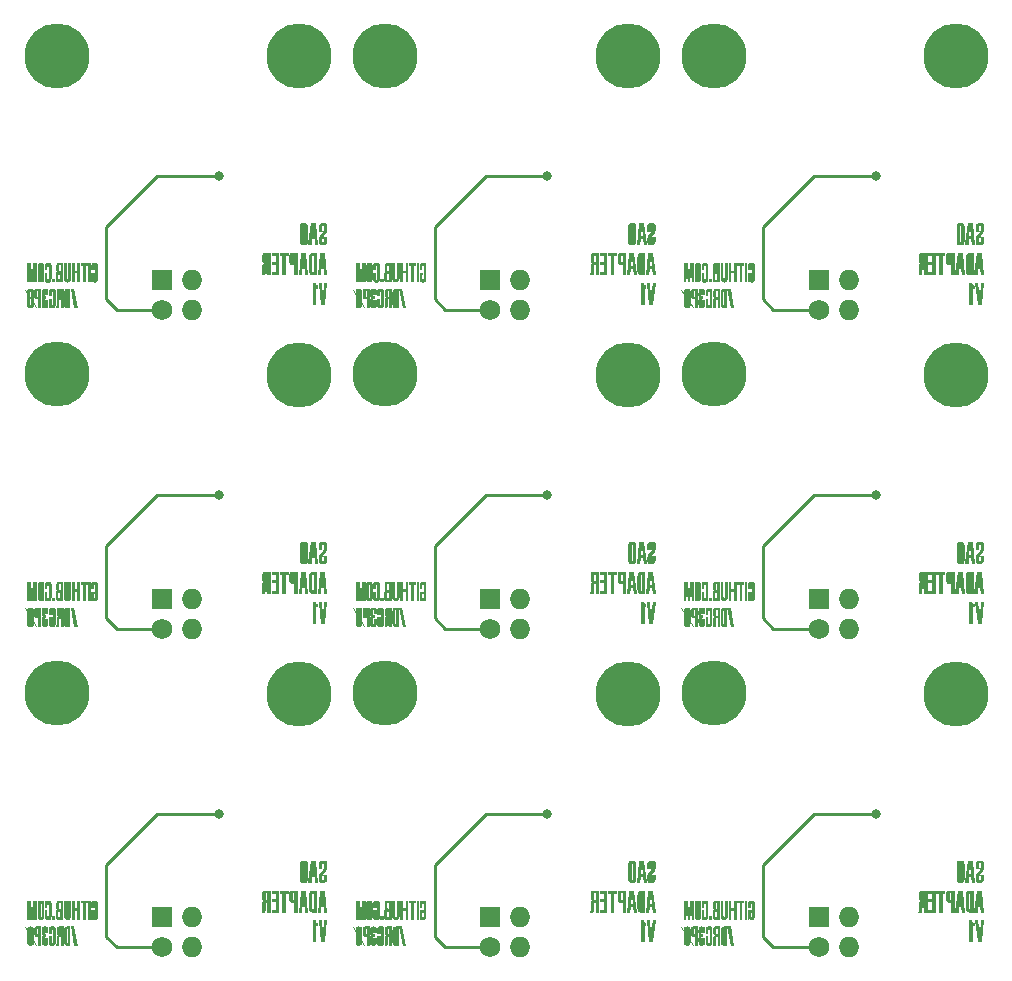
<source format=gbr>
%TF.GenerationSoftware,KiCad,Pcbnew,7.0.2-0*%
%TF.CreationDate,2024-04-22T23:11:51-05:00*%
%TF.ProjectId,SAOpowerboard_panelized,53414f70-6f77-4657-9262-6f6172645f70,rev?*%
%TF.SameCoordinates,Original*%
%TF.FileFunction,Copper,L2,Bot*%
%TF.FilePolarity,Positive*%
%FSLAX46Y46*%
G04 Gerber Fmt 4.6, Leading zero omitted, Abs format (unit mm)*
G04 Created by KiCad (PCBNEW 7.0.2-0) date 2024-04-22 23:11:51*
%MOMM*%
%LPD*%
G01*
G04 APERTURE LIST*
%ADD10C,0.300000*%
%TA.AperFunction,NonConductor*%
%ADD11C,0.300000*%
%TD*%
%TA.AperFunction,NonConductor*%
%ADD12C,0.100000*%
%TD*%
%TA.AperFunction,ComponentPad*%
%ADD13R,1.727200X1.727200*%
%TD*%
%TA.AperFunction,ComponentPad*%
%ADD14C,1.727200*%
%TD*%
%TA.AperFunction,ComponentPad*%
%ADD15O,1.727200X1.727200*%
%TD*%
%TA.AperFunction,ViaPad*%
%ADD16C,5.500000*%
%TD*%
%TA.AperFunction,ViaPad*%
%ADD17C,0.800000*%
%TD*%
%TA.AperFunction,Conductor*%
%ADD18C,0.250000*%
%TD*%
G04 APERTURE END LIST*
D10*
D11*
G36*
X238627523Y-38123443D02*
G01*
X238645712Y-38125073D01*
X238663095Y-38126757D01*
X238679670Y-38128496D01*
X238695438Y-38130289D01*
X238710399Y-38132137D01*
X238731327Y-38135010D01*
X238750438Y-38138006D01*
X238767734Y-38141124D01*
X238783214Y-38144364D01*
X238801028Y-38148875D01*
X238815614Y-38153603D01*
X238821696Y-38156049D01*
X238835535Y-38162332D01*
X238848658Y-38169044D01*
X238863462Y-38177665D01*
X238877235Y-38186904D01*
X238889977Y-38196761D01*
X238897900Y-38203677D01*
X238908861Y-38216316D01*
X238917109Y-38229998D01*
X238924553Y-38246541D01*
X238929928Y-38261837D01*
X238934788Y-38278964D01*
X238939133Y-38297924D01*
X238942054Y-38313345D01*
X238942963Y-38318715D01*
X238942963Y-38629758D01*
X238941765Y-38652612D01*
X238940461Y-38674460D01*
X238939051Y-38695305D01*
X238937536Y-38715144D01*
X238935914Y-38733979D01*
X238934187Y-38751809D01*
X238932354Y-38768635D01*
X238930415Y-38784456D01*
X238928370Y-38799272D01*
X238925104Y-38819613D01*
X238921599Y-38837693D01*
X238917856Y-38853513D01*
X238912495Y-38871090D01*
X238911089Y-38874856D01*
X238905027Y-38889287D01*
X238898381Y-38903638D01*
X238891151Y-38917909D01*
X238883337Y-38932100D01*
X238874939Y-38946211D01*
X238865958Y-38960242D01*
X238856392Y-38974192D01*
X238846243Y-38988062D01*
X238578064Y-39358457D01*
X238570473Y-39373243D01*
X238563272Y-39387377D01*
X238556460Y-39400858D01*
X238548492Y-39416791D01*
X238541133Y-39431705D01*
X238534381Y-39445600D01*
X238528238Y-39458474D01*
X238523027Y-39474936D01*
X238519928Y-39494004D01*
X238518226Y-39511746D01*
X238517060Y-39532438D01*
X238516579Y-39547871D01*
X238516335Y-39564615D01*
X238516330Y-39582670D01*
X238516562Y-39602035D01*
X238517031Y-39622712D01*
X238517738Y-39644700D01*
X238518682Y-39667998D01*
X238519865Y-39692607D01*
X238520545Y-39705404D01*
X238521960Y-39720614D01*
X238525261Y-39738420D01*
X238530175Y-39753398D01*
X238538588Y-39768144D01*
X238549524Y-39778471D01*
X238562981Y-39784380D01*
X238578962Y-39785870D01*
X238582460Y-39785637D01*
X238599186Y-39782990D01*
X238613873Y-39778482D01*
X238628805Y-39770617D01*
X238640801Y-39760072D01*
X238649860Y-39746849D01*
X238654268Y-39736545D01*
X238658595Y-39721802D01*
X238662189Y-39704824D01*
X238664536Y-39689631D01*
X238666413Y-39673008D01*
X238667822Y-39654953D01*
X238668761Y-39635467D01*
X238669157Y-39619913D01*
X238669289Y-39603554D01*
X238669289Y-39308998D01*
X238713619Y-39308998D01*
X238733402Y-39308998D01*
X238759048Y-39308998D01*
X238778465Y-39308998D01*
X238939665Y-39308998D01*
X238939665Y-39644221D01*
X238937586Y-39664321D01*
X238935469Y-39683496D01*
X238933316Y-39701747D01*
X238931125Y-39719074D01*
X238928896Y-39735476D01*
X238926631Y-39750953D01*
X238924328Y-39765506D01*
X238920804Y-39785602D01*
X238917197Y-39803618D01*
X238913506Y-39819554D01*
X238908454Y-39837566D01*
X238903253Y-39851880D01*
X238901930Y-39854880D01*
X238894057Y-39869521D01*
X238883948Y-39884590D01*
X238874251Y-39896955D01*
X238863122Y-39909595D01*
X238850563Y-39922509D01*
X238836573Y-39935698D01*
X238825140Y-39945770D01*
X238812903Y-39955997D01*
X238799409Y-39965891D01*
X238784344Y-39975102D01*
X238767707Y-39983631D01*
X238749499Y-39991477D01*
X238729720Y-39998640D01*
X238715661Y-40003037D01*
X238700903Y-40007130D01*
X238685447Y-40010919D01*
X238669293Y-40014405D01*
X238652440Y-40017588D01*
X238634889Y-40020468D01*
X238616639Y-40023044D01*
X238597692Y-40025316D01*
X238587956Y-40026339D01*
X238568749Y-40025629D01*
X238550329Y-40024782D01*
X238532696Y-40023797D01*
X238515851Y-40022675D01*
X238499792Y-40021416D01*
X238484521Y-40020019D01*
X238463090Y-40017666D01*
X238443429Y-40015004D01*
X238425540Y-40012033D01*
X238409422Y-40008753D01*
X238395075Y-40005164D01*
X238378700Y-39999898D01*
X238375098Y-39998495D01*
X238361233Y-39991872D01*
X238347850Y-39983360D01*
X238334947Y-39972958D01*
X238322525Y-39960668D01*
X238310584Y-39946489D01*
X238301943Y-39934614D01*
X238293573Y-39921677D01*
X238285474Y-39907678D01*
X238277645Y-39892616D01*
X238270312Y-39876638D01*
X238263700Y-39860029D01*
X238257810Y-39842790D01*
X238252641Y-39824919D01*
X238248193Y-39806416D01*
X238244466Y-39787283D01*
X238241461Y-39767519D01*
X238239177Y-39747123D01*
X238237614Y-39726097D01*
X238236773Y-39704439D01*
X238236612Y-39689650D01*
X238236612Y-39525519D01*
X238236419Y-39504271D01*
X238236847Y-39483393D01*
X238237896Y-39462883D01*
X238239566Y-39442743D01*
X238241857Y-39422973D01*
X238244770Y-39403571D01*
X238248303Y-39384539D01*
X238252458Y-39365876D01*
X238257233Y-39347582D01*
X238262630Y-39329657D01*
X238268648Y-39312102D01*
X238275287Y-39294915D01*
X238282547Y-39278098D01*
X238290428Y-39261651D01*
X238298930Y-39245572D01*
X238308053Y-39229863D01*
X238563043Y-38892075D01*
X238574294Y-38877173D01*
X238584876Y-38862966D01*
X238594788Y-38849455D01*
X238604030Y-38836640D01*
X238612602Y-38824519D01*
X238624205Y-38807643D01*
X238634301Y-38792332D01*
X238642890Y-38778586D01*
X238651997Y-38762692D01*
X238659614Y-38746737D01*
X238662694Y-38737103D01*
X238665264Y-38721818D01*
X238667202Y-38704816D01*
X238668361Y-38688875D01*
X238669057Y-38671671D01*
X238669282Y-38656371D01*
X238669289Y-38653206D01*
X238669289Y-38478450D01*
X238669695Y-38461390D01*
X238669542Y-38445657D01*
X238668466Y-38426744D01*
X238666393Y-38410189D01*
X238662402Y-38392811D01*
X238656855Y-38379119D01*
X238646474Y-38366141D01*
X238644742Y-38364877D01*
X238631439Y-38356290D01*
X238617578Y-38348712D01*
X238603343Y-38343994D01*
X238588576Y-38345227D01*
X238573606Y-38349268D01*
X238559278Y-38354214D01*
X238552418Y-38356817D01*
X238539723Y-38364901D01*
X238529939Y-38378163D01*
X238524008Y-38393170D01*
X238520720Y-38407765D01*
X238518725Y-38424660D01*
X238518023Y-38443857D01*
X238518347Y-38459765D01*
X238518347Y-38848478D01*
X238236612Y-38848478D01*
X238236612Y-38393820D01*
X238239300Y-38376212D01*
X238242142Y-38359795D01*
X238245139Y-38344570D01*
X238249375Y-38326123D01*
X238253886Y-38309794D01*
X238258672Y-38295583D01*
X238265040Y-38280798D01*
X238273249Y-38267424D01*
X238283046Y-38255002D01*
X238292563Y-38243702D01*
X238303096Y-38232161D01*
X238314508Y-38220930D01*
X238315747Y-38219797D01*
X238327510Y-38209351D01*
X238339376Y-38199482D01*
X238352571Y-38189063D01*
X238365206Y-38179497D01*
X238378511Y-38171116D01*
X238392924Y-38164132D01*
X238406632Y-38158545D01*
X238422274Y-38152958D01*
X238439850Y-38147371D01*
X238454303Y-38143181D01*
X238469844Y-38138990D01*
X238486473Y-38134800D01*
X238627523Y-38123443D01*
G37*
G36*
X238179460Y-40002892D02*
G01*
X237921539Y-40002892D01*
X237871347Y-39501339D01*
X237679739Y-39499507D01*
X237642736Y-40002892D01*
X237351110Y-40002892D01*
X237433971Y-39244151D01*
X237711612Y-39244151D01*
X237840573Y-39244151D01*
X237778657Y-38515453D01*
X237711612Y-39244151D01*
X237433971Y-39244151D01*
X237554442Y-38141028D01*
X237975761Y-38141028D01*
X238179460Y-40002892D01*
G37*
G36*
X236986108Y-38139081D02*
G01*
X237011170Y-38139832D01*
X237035018Y-38141084D01*
X237057652Y-38142837D01*
X237079073Y-38145091D01*
X237099280Y-38147846D01*
X237118274Y-38151102D01*
X237136054Y-38154859D01*
X237152621Y-38159116D01*
X237167974Y-38163875D01*
X237182113Y-38169134D01*
X237201047Y-38177962D01*
X237217250Y-38187917D01*
X237230722Y-38198999D01*
X237234606Y-38202944D01*
X237245278Y-38216516D01*
X237254901Y-38233328D01*
X237263473Y-38253379D01*
X237268605Y-38268546D01*
X237273271Y-38285152D01*
X237277470Y-38303198D01*
X237281202Y-38322684D01*
X237284468Y-38343610D01*
X237287267Y-38365976D01*
X237289600Y-38389781D01*
X237291466Y-38415025D01*
X237292866Y-38441710D01*
X237293799Y-38469834D01*
X237294265Y-38499398D01*
X237294323Y-38514720D01*
X237294323Y-39632131D01*
X237294266Y-39647297D01*
X237294092Y-39662114D01*
X237293396Y-39690698D01*
X237292237Y-39717882D01*
X237290614Y-39743666D01*
X237288527Y-39768051D01*
X237285977Y-39791036D01*
X237282963Y-39812621D01*
X237279486Y-39832807D01*
X237275544Y-39851593D01*
X237271139Y-39868980D01*
X237266271Y-39884967D01*
X237260939Y-39899554D01*
X237252071Y-39918811D01*
X237242160Y-39934918D01*
X237234972Y-39943907D01*
X237222306Y-39955365D01*
X237206838Y-39965696D01*
X237188569Y-39974899D01*
X237174833Y-39980409D01*
X237159852Y-39985418D01*
X237143626Y-39989926D01*
X237126155Y-39993933D01*
X237107439Y-39997439D01*
X237087478Y-40000445D01*
X237066272Y-40002949D01*
X237043821Y-40004953D01*
X237020125Y-40006455D01*
X236995183Y-40007457D01*
X236968997Y-40007958D01*
X236955437Y-40008021D01*
X236929864Y-40007770D01*
X236905445Y-40007019D01*
X236882179Y-40005767D01*
X236860067Y-40004013D01*
X236839109Y-40001759D01*
X236819304Y-39999005D01*
X236800652Y-39995749D01*
X236783154Y-39991992D01*
X236766809Y-39987735D01*
X236751618Y-39982976D01*
X236737580Y-39977717D01*
X236718686Y-39968889D01*
X236702388Y-39958934D01*
X236688684Y-39947851D01*
X236684693Y-39943907D01*
X236673628Y-39929401D01*
X236663652Y-39911849D01*
X236657605Y-39898455D01*
X236652043Y-39883707D01*
X236646964Y-39867606D01*
X236642368Y-39850151D01*
X236638257Y-39831341D01*
X236634629Y-39811179D01*
X236631485Y-39789662D01*
X236628824Y-39766791D01*
X236626647Y-39742567D01*
X236624954Y-39716989D01*
X236623745Y-39690056D01*
X236623425Y-39677560D01*
X236904878Y-39677560D01*
X236905369Y-39693323D01*
X236907132Y-39708332D01*
X236911139Y-39722586D01*
X236915136Y-39729584D01*
X236927759Y-39738349D01*
X236942793Y-39741793D01*
X236954704Y-39742407D01*
X236970747Y-39740823D01*
X236986409Y-39734744D01*
X236998155Y-39724105D01*
X237005986Y-39708907D01*
X237009521Y-39692758D01*
X237010391Y-39677560D01*
X237010391Y-38471489D01*
X237009613Y-38455775D01*
X237006450Y-38439080D01*
X236999443Y-38423366D01*
X236988933Y-38412366D01*
X236974920Y-38406081D01*
X236960566Y-38404444D01*
X236944523Y-38406081D01*
X236928861Y-38412366D01*
X236917114Y-38423366D01*
X236909283Y-38439080D01*
X236905748Y-38455775D01*
X236904878Y-38471489D01*
X236904878Y-39677560D01*
X236623425Y-39677560D01*
X236623020Y-39661771D01*
X236622778Y-39632131D01*
X236622778Y-38514720D01*
X236622836Y-38499733D01*
X236623303Y-38470790D01*
X236624236Y-38443222D01*
X236625635Y-38417027D01*
X236627502Y-38392205D01*
X236629834Y-38368758D01*
X236632633Y-38346685D01*
X236635899Y-38325985D01*
X236639632Y-38306659D01*
X236643830Y-38288707D01*
X236648496Y-38272129D01*
X236653628Y-38256925D01*
X236659226Y-38243095D01*
X236668499Y-38224926D01*
X236678821Y-38209848D01*
X236682495Y-38205508D01*
X236695080Y-38193592D01*
X236710440Y-38182848D01*
X236728577Y-38173276D01*
X236742209Y-38167546D01*
X236757076Y-38162337D01*
X236773176Y-38157648D01*
X236790509Y-38153481D01*
X236809077Y-38149835D01*
X236828877Y-38146709D01*
X236849912Y-38144104D01*
X236872180Y-38142021D01*
X236895682Y-38140458D01*
X236920417Y-38139416D01*
X236946386Y-38138895D01*
X236959833Y-38138830D01*
X236986108Y-38139081D01*
G37*
G36*
X238944428Y-42522892D02*
G01*
X238686508Y-42522892D01*
X238636316Y-42021339D01*
X238444707Y-42019507D01*
X238407705Y-42522892D01*
X238116079Y-42522892D01*
X238198940Y-41764151D01*
X238476581Y-41764151D01*
X238605541Y-41764151D01*
X238543626Y-41035453D01*
X238476581Y-41764151D01*
X238198940Y-41764151D01*
X238319411Y-40661028D01*
X238740730Y-40661028D01*
X238944428Y-42522892D01*
G37*
G36*
X238059292Y-42522892D02*
G01*
X237700255Y-42522892D01*
X237681793Y-42522714D01*
X237664187Y-42522183D01*
X237647437Y-42521298D01*
X237631545Y-42520058D01*
X237616508Y-42518464D01*
X237597792Y-42515788D01*
X237580599Y-42512482D01*
X237564928Y-42508546D01*
X237547481Y-42502741D01*
X237537878Y-42498706D01*
X237522546Y-42490835D01*
X237508054Y-42481532D01*
X237494403Y-42470799D01*
X237481593Y-42458635D01*
X237469623Y-42445039D01*
X237460653Y-42433132D01*
X237454248Y-42423484D01*
X237446300Y-42409668D01*
X237439027Y-42394765D01*
X237432430Y-42378773D01*
X237426508Y-42361694D01*
X237421261Y-42343528D01*
X237417770Y-42329189D01*
X237414658Y-42314239D01*
X237411926Y-42298677D01*
X237411092Y-42293226D01*
X237408749Y-42274943D01*
X237406645Y-42253762D01*
X237405374Y-42238031D01*
X237404209Y-42221012D01*
X237403150Y-42202706D01*
X237402197Y-42183111D01*
X237401349Y-42162228D01*
X237400608Y-42140057D01*
X237399973Y-42116599D01*
X237399443Y-42091852D01*
X237399020Y-42065817D01*
X237398702Y-42038494D01*
X237398490Y-42009883D01*
X237398424Y-41995095D01*
X237398384Y-41979985D01*
X237398379Y-41973711D01*
X237663619Y-41973711D01*
X237663638Y-41986420D01*
X237663793Y-42010878D01*
X237664102Y-42034056D01*
X237664565Y-42055955D01*
X237665184Y-42076574D01*
X237665956Y-42095914D01*
X237666884Y-42113975D01*
X237667966Y-42130756D01*
X237669202Y-42146258D01*
X237671347Y-42167112D01*
X237673839Y-42185087D01*
X237677703Y-42204576D01*
X237683402Y-42221740D01*
X237689236Y-42231529D01*
X237701313Y-42243765D01*
X237714427Y-42251718D01*
X237730314Y-42257632D01*
X237745020Y-42260895D01*
X237761501Y-42262853D01*
X237779756Y-42263506D01*
X237779756Y-40919315D01*
X237776262Y-40919331D01*
X237759771Y-40919882D01*
X237744907Y-40921220D01*
X237729219Y-40923865D01*
X237713879Y-40928383D01*
X237700255Y-40935435D01*
X237688399Y-40946006D01*
X237680099Y-40958274D01*
X237673905Y-40973243D01*
X237670213Y-40988558D01*
X237669035Y-40996404D01*
X237667328Y-41013517D01*
X237666195Y-41030839D01*
X237665480Y-41045949D01*
X237664881Y-41062875D01*
X237664398Y-41081618D01*
X237664031Y-41102177D01*
X237663851Y-41116891D01*
X237663722Y-41132413D01*
X237663644Y-41148742D01*
X237663619Y-41165878D01*
X237663619Y-41973711D01*
X237398379Y-41973711D01*
X237398371Y-41964552D01*
X237398371Y-41320850D01*
X237398380Y-41304623D01*
X237398408Y-41288732D01*
X237398455Y-41273176D01*
X237398520Y-41257956D01*
X237398706Y-41228522D01*
X237398966Y-41200431D01*
X237399301Y-41173682D01*
X237399710Y-41148276D01*
X237400194Y-41124211D01*
X237400752Y-41101490D01*
X237401385Y-41080110D01*
X237402092Y-41060073D01*
X237402873Y-41041379D01*
X237403729Y-41024027D01*
X237404659Y-41008017D01*
X237406194Y-40986519D01*
X237407896Y-40968042D01*
X237409153Y-40956789D01*
X237411456Y-40940130D01*
X237414262Y-40923734D01*
X237417570Y-40907603D01*
X237421380Y-40891736D01*
X237425693Y-40876133D01*
X237430508Y-40860794D01*
X237435825Y-40845719D01*
X237441645Y-40830908D01*
X237447967Y-40816361D01*
X237454791Y-40802079D01*
X237459647Y-40792766D01*
X237467451Y-40779426D01*
X237475880Y-40766839D01*
X237484933Y-40755005D01*
X237494612Y-40743925D01*
X237508488Y-40730324D01*
X237523474Y-40718062D01*
X237539571Y-40707140D01*
X237552373Y-40699827D01*
X237565799Y-40693268D01*
X237570505Y-40691217D01*
X237586138Y-40685454D01*
X237604045Y-40680278D01*
X237624224Y-40675687D01*
X237638941Y-40672952D01*
X237654667Y-40670478D01*
X237671404Y-40668264D01*
X237689151Y-40666311D01*
X237707909Y-40664618D01*
X237727677Y-40663185D01*
X237748455Y-40662013D01*
X237770244Y-40661101D01*
X237793043Y-40660450D01*
X237816852Y-40660059D01*
X237841672Y-40659929D01*
X238059292Y-40659929D01*
X238059292Y-42522892D01*
G37*
G36*
X237341218Y-42522892D02*
G01*
X237083298Y-42522892D01*
X237033106Y-42021339D01*
X236841497Y-42019507D01*
X236804494Y-42522892D01*
X236512868Y-42522892D01*
X236595730Y-41764151D01*
X236873371Y-41764151D01*
X237002331Y-41764151D01*
X236940416Y-41035453D01*
X236873371Y-41764151D01*
X236595730Y-41764151D01*
X236716201Y-40661028D01*
X237137520Y-40661028D01*
X237341218Y-42522892D01*
G37*
G36*
X236456082Y-42522892D02*
G01*
X236164822Y-42522892D01*
X236164822Y-41687215D01*
X235971382Y-41686116D01*
X235955198Y-41687236D01*
X235939620Y-41687300D01*
X235924647Y-41686309D01*
X235905625Y-41683343D01*
X235887679Y-41678501D01*
X235870809Y-41671780D01*
X235855015Y-41663182D01*
X235840297Y-41652706D01*
X235829965Y-41643617D01*
X235816977Y-41630783D01*
X235804938Y-41617926D01*
X235793850Y-41605046D01*
X235783712Y-41592143D01*
X235774524Y-41579217D01*
X235766287Y-41566269D01*
X235759000Y-41553297D01*
X235752663Y-41540303D01*
X235745917Y-41524331D01*
X235740334Y-41508933D01*
X235735913Y-41494106D01*
X235732144Y-41477070D01*
X235730049Y-41460859D01*
X235729582Y-41447979D01*
X235729706Y-41430290D01*
X235729775Y-41415636D01*
X235729832Y-41398691D01*
X235729878Y-41379457D01*
X235729887Y-41374340D01*
X236033298Y-41374340D01*
X236035439Y-41389316D01*
X236039394Y-41404078D01*
X236045388Y-41415739D01*
X236056155Y-41426159D01*
X236065171Y-41429294D01*
X236080620Y-41429866D01*
X236095465Y-41430015D01*
X236101808Y-41430027D01*
X236164822Y-41430027D01*
X236164822Y-40880480D01*
X236148315Y-40879914D01*
X236132039Y-40879862D01*
X236115994Y-40880326D01*
X236100182Y-40881305D01*
X236084602Y-40882799D01*
X236079460Y-40883411D01*
X236063226Y-40887792D01*
X236050428Y-40896765D01*
X236041066Y-40910332D01*
X236035777Y-40925616D01*
X236033298Y-40940931D01*
X236033298Y-41374340D01*
X235729887Y-41374340D01*
X235729905Y-41363529D01*
X235729925Y-41346313D01*
X235729939Y-41327808D01*
X235729947Y-41308016D01*
X235729948Y-41294106D01*
X235729948Y-41054137D01*
X235729948Y-40940198D01*
X235729948Y-40919681D01*
X235730083Y-40904697D01*
X235730684Y-40885969D01*
X235731766Y-40868673D01*
X235733329Y-40852807D01*
X235735959Y-40834988D01*
X235739340Y-40819405D01*
X235744389Y-40803657D01*
X235745335Y-40801346D01*
X235751907Y-40785966D01*
X235758479Y-40771884D01*
X235765989Y-40757378D01*
X235773500Y-40744566D01*
X235775377Y-40741628D01*
X235784290Y-40728903D01*
X235794130Y-40717105D01*
X235804898Y-40706234D01*
X235811281Y-40700596D01*
X235824473Y-40691193D01*
X235838973Y-40684003D01*
X235853802Y-40678614D01*
X235868103Y-40674664D01*
X235873196Y-40673485D01*
X235888464Y-40670196D01*
X235903215Y-40667474D01*
X235919775Y-40665015D01*
X235935633Y-40663327D01*
X235948668Y-40662494D01*
X235964141Y-40661996D01*
X235981364Y-40661659D01*
X235997976Y-40661442D01*
X236017108Y-40661270D01*
X236033109Y-40661171D01*
X236050527Y-40661098D01*
X236069362Y-40661051D01*
X236089613Y-40661030D01*
X236096679Y-40661028D01*
X236170318Y-40661028D01*
X236456082Y-40661028D01*
X236456082Y-42522892D01*
G37*
G36*
X235672062Y-40918216D02*
G01*
X235438322Y-40918216D01*
X235438322Y-42523991D01*
X235146330Y-42523991D01*
X235146330Y-40918216D01*
X234912223Y-40918216D01*
X234912223Y-40661028D01*
X235672062Y-40661028D01*
X235672062Y-40918216D01*
G37*
G36*
X234854337Y-42523991D02*
G01*
X234227855Y-42523991D01*
X234227855Y-42268635D01*
X234563444Y-42268635D01*
X234563444Y-41653509D01*
X234227855Y-41653509D01*
X234227855Y-41395222D01*
X234563444Y-41395222D01*
X234563444Y-40919315D01*
X234227855Y-40919315D01*
X234227855Y-40661761D01*
X234854337Y-40661761D01*
X234854337Y-42523991D01*
G37*
G36*
X234169969Y-42522892D02*
G01*
X233878709Y-42522892D01*
X233878709Y-41686848D01*
X233863465Y-41686345D01*
X233844651Y-41686245D01*
X233827567Y-41686797D01*
X233812211Y-41688002D01*
X233795447Y-41690426D01*
X233778897Y-41694681D01*
X233766236Y-41700404D01*
X233753573Y-41711280D01*
X233745161Y-41724817D01*
X233739931Y-41739405D01*
X233736531Y-41756750D01*
X233735095Y-41773310D01*
X233735095Y-41978841D01*
X233734806Y-42004151D01*
X233734488Y-42028334D01*
X233734141Y-42051389D01*
X233733767Y-42073317D01*
X233733363Y-42094117D01*
X233732931Y-42113789D01*
X233732470Y-42132333D01*
X233731980Y-42149749D01*
X233731462Y-42166038D01*
X233730916Y-42181200D01*
X233730042Y-42201827D01*
X233729104Y-42219917D01*
X233728101Y-42235469D01*
X233727035Y-42248485D01*
X233725478Y-42264290D01*
X233723920Y-42280381D01*
X233722363Y-42296759D01*
X233720806Y-42313423D01*
X233719249Y-42330373D01*
X233717692Y-42347609D01*
X233716135Y-42365132D01*
X233714578Y-42382940D01*
X233712798Y-42400303D01*
X233710754Y-42416486D01*
X233708447Y-42431489D01*
X233705193Y-42448586D01*
X233701528Y-42463840D01*
X233696586Y-42479712D01*
X233692963Y-42488820D01*
X233685337Y-42502096D01*
X233674432Y-42513276D01*
X233661191Y-42520196D01*
X233645615Y-42522858D01*
X233643504Y-42522892D01*
X233422952Y-42522892D01*
X233408200Y-42522235D01*
X233393607Y-42518786D01*
X233390712Y-42504207D01*
X233397746Y-42491334D01*
X233403277Y-42476529D01*
X233406971Y-42461553D01*
X233407931Y-42456213D01*
X233410358Y-42440895D01*
X233412858Y-42426401D01*
X233415708Y-42410891D01*
X233418909Y-42394365D01*
X233420388Y-42386970D01*
X233423526Y-42370621D01*
X233426554Y-42354685D01*
X233429249Y-42340259D01*
X233431012Y-42330550D01*
X233433090Y-42315592D01*
X233435058Y-42299585D01*
X233436787Y-42284461D01*
X233437240Y-42280358D01*
X233438808Y-42264858D01*
X233440306Y-42247851D01*
X233441534Y-42232073D01*
X233442710Y-42215187D01*
X233443651Y-42200269D01*
X233443835Y-42197194D01*
X233443835Y-42169716D01*
X233443835Y-42142972D01*
X233443835Y-41755358D01*
X233443835Y-41674392D01*
X233447642Y-41658812D01*
X233452679Y-41643281D01*
X233459222Y-41628711D01*
X233465817Y-41618338D01*
X233475309Y-41606047D01*
X233485148Y-41594363D01*
X233494393Y-41584266D01*
X233505110Y-41574179D01*
X233517689Y-41565447D01*
X233527732Y-41560453D01*
X233542137Y-41554443D01*
X233556179Y-41548918D01*
X233562537Y-41546531D01*
X233576718Y-41541470D01*
X233591204Y-41536799D01*
X233600273Y-41534074D01*
X233609657Y-41532441D01*
X233607065Y-41532089D01*
X233590876Y-41529007D01*
X233576296Y-41525263D01*
X233560926Y-41519896D01*
X233554111Y-41516855D01*
X233539410Y-41509269D01*
X233525760Y-41501578D01*
X233513163Y-41493782D01*
X233500054Y-41484743D01*
X233495492Y-41481318D01*
X233484066Y-41471518D01*
X233473968Y-41460801D01*
X233464196Y-41447651D01*
X233457757Y-41436621D01*
X233452332Y-41420911D01*
X233449273Y-41404387D01*
X233447315Y-41387987D01*
X233446235Y-41374340D01*
X233747185Y-41374340D01*
X233749326Y-41389316D01*
X233753281Y-41404078D01*
X233759275Y-41415739D01*
X233770042Y-41426159D01*
X233779058Y-41429294D01*
X233794507Y-41429866D01*
X233809352Y-41430015D01*
X233815695Y-41430027D01*
X233878709Y-41430027D01*
X233878709Y-40880480D01*
X233862202Y-40879914D01*
X233845926Y-40879862D01*
X233829881Y-40880326D01*
X233814069Y-40881305D01*
X233798488Y-40882799D01*
X233793347Y-40883411D01*
X233777113Y-40887792D01*
X233764315Y-40896765D01*
X233754953Y-40910332D01*
X233749664Y-40925616D01*
X233747185Y-40940931D01*
X233747185Y-41374340D01*
X233446235Y-41374340D01*
X233445793Y-41368758D01*
X233444936Y-41352481D01*
X233444324Y-41334613D01*
X233443957Y-41315155D01*
X233443835Y-41294106D01*
X233443835Y-41054137D01*
X233443835Y-40940198D01*
X233443835Y-40919681D01*
X233443970Y-40904697D01*
X233444571Y-40885969D01*
X233445653Y-40868673D01*
X233447216Y-40852807D01*
X233449846Y-40834988D01*
X233453227Y-40819405D01*
X233458276Y-40803657D01*
X233459222Y-40801346D01*
X233465794Y-40785966D01*
X233472366Y-40771884D01*
X233479876Y-40757378D01*
X233487387Y-40744566D01*
X233489264Y-40741628D01*
X233498177Y-40728903D01*
X233508017Y-40717105D01*
X233518785Y-40706234D01*
X233525168Y-40700596D01*
X233538360Y-40691193D01*
X233552860Y-40684003D01*
X233567689Y-40678614D01*
X233581990Y-40674664D01*
X233587083Y-40673485D01*
X233602351Y-40670196D01*
X233617102Y-40667474D01*
X233633662Y-40665015D01*
X233649520Y-40663327D01*
X233662554Y-40662494D01*
X233678028Y-40661996D01*
X233695251Y-40661659D01*
X233711863Y-40661442D01*
X233730994Y-40661270D01*
X233746996Y-40661171D01*
X233764414Y-40661098D01*
X233783249Y-40661051D01*
X233803500Y-40661030D01*
X233810566Y-40661028D01*
X233884205Y-40661028D01*
X234169969Y-40661028D01*
X234169969Y-42522892D01*
G37*
G36*
X238944428Y-43181761D02*
G01*
X238686508Y-43181761D01*
X238560845Y-44371712D01*
X238464857Y-43181761D01*
X238209501Y-43181761D01*
X238421260Y-45043991D01*
X238729372Y-45042892D01*
X238944428Y-43181761D01*
G37*
G36*
X237690730Y-45042892D02*
G01*
X237690730Y-43181028D01*
X237948284Y-43181028D01*
X237950240Y-43200940D01*
X237952951Y-43220007D01*
X237956414Y-43238232D01*
X237960631Y-43255612D01*
X237965602Y-43272149D01*
X237971326Y-43287842D01*
X237977804Y-43302692D01*
X237985035Y-43316698D01*
X237993019Y-43329860D01*
X238001757Y-43342178D01*
X238008001Y-43349922D01*
X238017929Y-43360747D01*
X238032349Y-43373807D01*
X238048120Y-43385299D01*
X238060835Y-43392888D01*
X238074309Y-43399596D01*
X238088544Y-43405421D01*
X238103538Y-43410363D01*
X238119293Y-43414424D01*
X238135807Y-43417602D01*
X238153081Y-43419898D01*
X238153081Y-43686245D01*
X238005437Y-43686245D01*
X238005437Y-45042892D01*
X237690730Y-45042892D01*
G37*
D10*
D11*
G36*
X238627523Y-65114497D02*
G01*
X238645712Y-65116127D01*
X238663095Y-65117811D01*
X238679670Y-65119550D01*
X238695438Y-65121343D01*
X238710399Y-65123191D01*
X238731327Y-65126064D01*
X238750438Y-65129060D01*
X238767734Y-65132178D01*
X238783214Y-65135418D01*
X238801028Y-65139929D01*
X238815614Y-65144657D01*
X238821696Y-65147103D01*
X238835535Y-65153386D01*
X238848658Y-65160098D01*
X238863462Y-65168719D01*
X238877235Y-65177958D01*
X238889977Y-65187815D01*
X238897900Y-65194731D01*
X238908861Y-65207370D01*
X238917109Y-65221052D01*
X238924553Y-65237595D01*
X238929928Y-65252891D01*
X238934788Y-65270018D01*
X238939133Y-65288978D01*
X238942054Y-65304399D01*
X238942963Y-65309769D01*
X238942963Y-65620812D01*
X238941765Y-65643666D01*
X238940461Y-65665514D01*
X238939051Y-65686359D01*
X238937536Y-65706198D01*
X238935914Y-65725033D01*
X238934187Y-65742863D01*
X238932354Y-65759689D01*
X238930415Y-65775510D01*
X238928370Y-65790326D01*
X238925104Y-65810667D01*
X238921599Y-65828747D01*
X238917856Y-65844567D01*
X238912495Y-65862144D01*
X238911089Y-65865910D01*
X238905027Y-65880341D01*
X238898381Y-65894692D01*
X238891151Y-65908963D01*
X238883337Y-65923154D01*
X238874939Y-65937265D01*
X238865958Y-65951296D01*
X238856392Y-65965246D01*
X238846243Y-65979116D01*
X238578064Y-66349511D01*
X238570473Y-66364297D01*
X238563272Y-66378431D01*
X238556460Y-66391912D01*
X238548492Y-66407845D01*
X238541133Y-66422759D01*
X238534381Y-66436654D01*
X238528238Y-66449528D01*
X238523027Y-66465990D01*
X238519928Y-66485058D01*
X238518226Y-66502800D01*
X238517060Y-66523492D01*
X238516579Y-66538925D01*
X238516335Y-66555669D01*
X238516330Y-66573724D01*
X238516562Y-66593089D01*
X238517031Y-66613766D01*
X238517738Y-66635754D01*
X238518682Y-66659052D01*
X238519865Y-66683661D01*
X238520545Y-66696458D01*
X238521960Y-66711668D01*
X238525261Y-66729474D01*
X238530175Y-66744452D01*
X238538588Y-66759198D01*
X238549524Y-66769525D01*
X238562981Y-66775434D01*
X238578962Y-66776924D01*
X238582460Y-66776691D01*
X238599186Y-66774044D01*
X238613873Y-66769536D01*
X238628805Y-66761671D01*
X238640801Y-66751126D01*
X238649860Y-66737903D01*
X238654268Y-66727599D01*
X238658595Y-66712856D01*
X238662189Y-66695878D01*
X238664536Y-66680685D01*
X238666413Y-66664062D01*
X238667822Y-66646007D01*
X238668761Y-66626521D01*
X238669157Y-66610967D01*
X238669289Y-66594608D01*
X238669289Y-66300052D01*
X238713619Y-66300052D01*
X238733402Y-66300052D01*
X238759048Y-66300052D01*
X238778465Y-66300052D01*
X238939665Y-66300052D01*
X238939665Y-66635275D01*
X238937586Y-66655375D01*
X238935469Y-66674550D01*
X238933316Y-66692801D01*
X238931125Y-66710128D01*
X238928896Y-66726530D01*
X238926631Y-66742007D01*
X238924328Y-66756560D01*
X238920804Y-66776656D01*
X238917197Y-66794672D01*
X238913506Y-66810608D01*
X238908454Y-66828620D01*
X238903253Y-66842934D01*
X238901930Y-66845934D01*
X238894057Y-66860575D01*
X238883948Y-66875644D01*
X238874251Y-66888009D01*
X238863122Y-66900649D01*
X238850563Y-66913563D01*
X238836573Y-66926752D01*
X238825140Y-66936824D01*
X238812903Y-66947051D01*
X238799409Y-66956945D01*
X238784344Y-66966156D01*
X238767707Y-66974685D01*
X238749499Y-66982531D01*
X238729720Y-66989694D01*
X238715661Y-66994091D01*
X238700903Y-66998184D01*
X238685447Y-67001973D01*
X238669293Y-67005459D01*
X238652440Y-67008642D01*
X238634889Y-67011522D01*
X238616639Y-67014098D01*
X238597692Y-67016370D01*
X238587956Y-67017393D01*
X238568749Y-67016683D01*
X238550329Y-67015836D01*
X238532696Y-67014851D01*
X238515851Y-67013729D01*
X238499792Y-67012470D01*
X238484521Y-67011073D01*
X238463090Y-67008720D01*
X238443429Y-67006058D01*
X238425540Y-67003087D01*
X238409422Y-66999807D01*
X238395075Y-66996218D01*
X238378700Y-66990952D01*
X238375098Y-66989549D01*
X238361233Y-66982926D01*
X238347850Y-66974414D01*
X238334947Y-66964012D01*
X238322525Y-66951722D01*
X238310584Y-66937543D01*
X238301943Y-66925668D01*
X238293573Y-66912731D01*
X238285474Y-66898732D01*
X238277645Y-66883670D01*
X238270312Y-66867692D01*
X238263700Y-66851083D01*
X238257810Y-66833844D01*
X238252641Y-66815973D01*
X238248193Y-66797470D01*
X238244466Y-66778337D01*
X238241461Y-66758573D01*
X238239177Y-66738177D01*
X238237614Y-66717151D01*
X238236773Y-66695493D01*
X238236612Y-66680704D01*
X238236612Y-66516573D01*
X238236419Y-66495325D01*
X238236847Y-66474447D01*
X238237896Y-66453937D01*
X238239566Y-66433797D01*
X238241857Y-66414027D01*
X238244770Y-66394625D01*
X238248303Y-66375593D01*
X238252458Y-66356930D01*
X238257233Y-66338636D01*
X238262630Y-66320711D01*
X238268648Y-66303156D01*
X238275287Y-66285969D01*
X238282547Y-66269152D01*
X238290428Y-66252705D01*
X238298930Y-66236626D01*
X238308053Y-66220917D01*
X238563043Y-65883129D01*
X238574294Y-65868227D01*
X238584876Y-65854020D01*
X238594788Y-65840509D01*
X238604030Y-65827694D01*
X238612602Y-65815573D01*
X238624205Y-65798697D01*
X238634301Y-65783386D01*
X238642890Y-65769640D01*
X238651997Y-65753746D01*
X238659614Y-65737791D01*
X238662694Y-65728157D01*
X238665264Y-65712872D01*
X238667202Y-65695870D01*
X238668361Y-65679929D01*
X238669057Y-65662725D01*
X238669282Y-65647425D01*
X238669289Y-65644260D01*
X238669289Y-65469504D01*
X238669695Y-65452444D01*
X238669542Y-65436711D01*
X238668466Y-65417798D01*
X238666393Y-65401243D01*
X238662402Y-65383865D01*
X238656855Y-65370173D01*
X238646474Y-65357195D01*
X238644742Y-65355931D01*
X238631439Y-65347344D01*
X238617578Y-65339766D01*
X238603343Y-65335048D01*
X238588576Y-65336281D01*
X238573606Y-65340322D01*
X238559278Y-65345268D01*
X238552418Y-65347871D01*
X238539723Y-65355955D01*
X238529939Y-65369217D01*
X238524008Y-65384224D01*
X238520720Y-65398819D01*
X238518725Y-65415714D01*
X238518023Y-65434911D01*
X238518347Y-65450819D01*
X238518347Y-65839532D01*
X238236612Y-65839532D01*
X238236612Y-65384874D01*
X238239300Y-65367266D01*
X238242142Y-65350849D01*
X238245139Y-65335624D01*
X238249375Y-65317177D01*
X238253886Y-65300848D01*
X238258672Y-65286637D01*
X238265040Y-65271852D01*
X238273249Y-65258478D01*
X238283046Y-65246056D01*
X238292563Y-65234756D01*
X238303096Y-65223215D01*
X238314508Y-65211984D01*
X238315747Y-65210851D01*
X238327510Y-65200405D01*
X238339376Y-65190536D01*
X238352571Y-65180117D01*
X238365206Y-65170551D01*
X238378511Y-65162170D01*
X238392924Y-65155186D01*
X238406632Y-65149599D01*
X238422274Y-65144012D01*
X238439850Y-65138425D01*
X238454303Y-65134235D01*
X238469844Y-65130044D01*
X238486473Y-65125854D01*
X238627523Y-65114497D01*
G37*
G36*
X238179460Y-66993946D02*
G01*
X237921539Y-66993946D01*
X237871347Y-66492393D01*
X237679739Y-66490561D01*
X237642736Y-66993946D01*
X237351110Y-66993946D01*
X237433971Y-66235205D01*
X237711612Y-66235205D01*
X237840573Y-66235205D01*
X237778657Y-65506507D01*
X237711612Y-66235205D01*
X237433971Y-66235205D01*
X237554442Y-65132082D01*
X237975761Y-65132082D01*
X238179460Y-66993946D01*
G37*
G36*
X236986108Y-65130135D02*
G01*
X237011170Y-65130886D01*
X237035018Y-65132138D01*
X237057652Y-65133891D01*
X237079073Y-65136145D01*
X237099280Y-65138900D01*
X237118274Y-65142156D01*
X237136054Y-65145913D01*
X237152621Y-65150170D01*
X237167974Y-65154929D01*
X237182113Y-65160188D01*
X237201047Y-65169016D01*
X237217250Y-65178971D01*
X237230722Y-65190053D01*
X237234606Y-65193998D01*
X237245278Y-65207570D01*
X237254901Y-65224382D01*
X237263473Y-65244433D01*
X237268605Y-65259600D01*
X237273271Y-65276206D01*
X237277470Y-65294252D01*
X237281202Y-65313738D01*
X237284468Y-65334664D01*
X237287267Y-65357030D01*
X237289600Y-65380835D01*
X237291466Y-65406079D01*
X237292866Y-65432764D01*
X237293799Y-65460888D01*
X237294265Y-65490452D01*
X237294323Y-65505774D01*
X237294323Y-66623185D01*
X237294266Y-66638351D01*
X237294092Y-66653168D01*
X237293396Y-66681752D01*
X237292237Y-66708936D01*
X237290614Y-66734720D01*
X237288527Y-66759105D01*
X237285977Y-66782090D01*
X237282963Y-66803675D01*
X237279486Y-66823861D01*
X237275544Y-66842647D01*
X237271139Y-66860034D01*
X237266271Y-66876021D01*
X237260939Y-66890608D01*
X237252071Y-66909865D01*
X237242160Y-66925972D01*
X237234972Y-66934961D01*
X237222306Y-66946419D01*
X237206838Y-66956750D01*
X237188569Y-66965953D01*
X237174833Y-66971463D01*
X237159852Y-66976472D01*
X237143626Y-66980980D01*
X237126155Y-66984987D01*
X237107439Y-66988493D01*
X237087478Y-66991499D01*
X237066272Y-66994003D01*
X237043821Y-66996007D01*
X237020125Y-66997509D01*
X236995183Y-66998511D01*
X236968997Y-66999012D01*
X236955437Y-66999075D01*
X236929864Y-66998824D01*
X236905445Y-66998073D01*
X236882179Y-66996821D01*
X236860067Y-66995067D01*
X236839109Y-66992813D01*
X236819304Y-66990059D01*
X236800652Y-66986803D01*
X236783154Y-66983046D01*
X236766809Y-66978789D01*
X236751618Y-66974030D01*
X236737580Y-66968771D01*
X236718686Y-66959943D01*
X236702388Y-66949988D01*
X236688684Y-66938905D01*
X236684693Y-66934961D01*
X236673628Y-66920455D01*
X236663652Y-66902903D01*
X236657605Y-66889509D01*
X236652043Y-66874761D01*
X236646964Y-66858660D01*
X236642368Y-66841205D01*
X236638257Y-66822395D01*
X236634629Y-66802233D01*
X236631485Y-66780716D01*
X236628824Y-66757845D01*
X236626647Y-66733621D01*
X236624954Y-66708043D01*
X236623745Y-66681110D01*
X236623425Y-66668614D01*
X236904878Y-66668614D01*
X236905369Y-66684377D01*
X236907132Y-66699386D01*
X236911139Y-66713640D01*
X236915136Y-66720638D01*
X236927759Y-66729403D01*
X236942793Y-66732847D01*
X236954704Y-66733461D01*
X236970747Y-66731877D01*
X236986409Y-66725798D01*
X236998155Y-66715159D01*
X237005986Y-66699961D01*
X237009521Y-66683812D01*
X237010391Y-66668614D01*
X237010391Y-65462543D01*
X237009613Y-65446829D01*
X237006450Y-65430134D01*
X236999443Y-65414420D01*
X236988933Y-65403420D01*
X236974920Y-65397135D01*
X236960566Y-65395498D01*
X236944523Y-65397135D01*
X236928861Y-65403420D01*
X236917114Y-65414420D01*
X236909283Y-65430134D01*
X236905748Y-65446829D01*
X236904878Y-65462543D01*
X236904878Y-66668614D01*
X236623425Y-66668614D01*
X236623020Y-66652825D01*
X236622778Y-66623185D01*
X236622778Y-65505774D01*
X236622836Y-65490787D01*
X236623303Y-65461844D01*
X236624236Y-65434276D01*
X236625635Y-65408081D01*
X236627502Y-65383259D01*
X236629834Y-65359812D01*
X236632633Y-65337739D01*
X236635899Y-65317039D01*
X236639632Y-65297713D01*
X236643830Y-65279761D01*
X236648496Y-65263183D01*
X236653628Y-65247979D01*
X236659226Y-65234149D01*
X236668499Y-65215980D01*
X236678821Y-65200902D01*
X236682495Y-65196562D01*
X236695080Y-65184646D01*
X236710440Y-65173902D01*
X236728577Y-65164330D01*
X236742209Y-65158600D01*
X236757076Y-65153391D01*
X236773176Y-65148702D01*
X236790509Y-65144535D01*
X236809077Y-65140889D01*
X236828877Y-65137763D01*
X236849912Y-65135158D01*
X236872180Y-65133075D01*
X236895682Y-65131512D01*
X236920417Y-65130470D01*
X236946386Y-65129949D01*
X236959833Y-65129884D01*
X236986108Y-65130135D01*
G37*
G36*
X238944428Y-69513946D02*
G01*
X238686508Y-69513946D01*
X238636316Y-69012393D01*
X238444707Y-69010561D01*
X238407705Y-69513946D01*
X238116079Y-69513946D01*
X238198940Y-68755205D01*
X238476581Y-68755205D01*
X238605541Y-68755205D01*
X238543626Y-68026507D01*
X238476581Y-68755205D01*
X238198940Y-68755205D01*
X238319411Y-67652082D01*
X238740730Y-67652082D01*
X238944428Y-69513946D01*
G37*
G36*
X238059292Y-69513946D02*
G01*
X237700255Y-69513946D01*
X237681793Y-69513768D01*
X237664187Y-69513237D01*
X237647437Y-69512352D01*
X237631545Y-69511112D01*
X237616508Y-69509518D01*
X237597792Y-69506842D01*
X237580599Y-69503536D01*
X237564928Y-69499600D01*
X237547481Y-69493795D01*
X237537878Y-69489760D01*
X237522546Y-69481889D01*
X237508054Y-69472586D01*
X237494403Y-69461853D01*
X237481593Y-69449689D01*
X237469623Y-69436093D01*
X237460653Y-69424186D01*
X237454248Y-69414538D01*
X237446300Y-69400722D01*
X237439027Y-69385819D01*
X237432430Y-69369827D01*
X237426508Y-69352748D01*
X237421261Y-69334582D01*
X237417770Y-69320243D01*
X237414658Y-69305293D01*
X237411926Y-69289731D01*
X237411092Y-69284280D01*
X237408749Y-69265997D01*
X237406645Y-69244816D01*
X237405374Y-69229085D01*
X237404209Y-69212066D01*
X237403150Y-69193760D01*
X237402197Y-69174165D01*
X237401349Y-69153282D01*
X237400608Y-69131111D01*
X237399973Y-69107653D01*
X237399443Y-69082906D01*
X237399020Y-69056871D01*
X237398702Y-69029548D01*
X237398490Y-69000937D01*
X237398424Y-68986149D01*
X237398384Y-68971039D01*
X237398379Y-68964765D01*
X237663619Y-68964765D01*
X237663638Y-68977474D01*
X237663793Y-69001932D01*
X237664102Y-69025110D01*
X237664565Y-69047009D01*
X237665184Y-69067628D01*
X237665956Y-69086968D01*
X237666884Y-69105029D01*
X237667966Y-69121810D01*
X237669202Y-69137312D01*
X237671347Y-69158166D01*
X237673839Y-69176141D01*
X237677703Y-69195630D01*
X237683402Y-69212794D01*
X237689236Y-69222583D01*
X237701313Y-69234819D01*
X237714427Y-69242772D01*
X237730314Y-69248686D01*
X237745020Y-69251949D01*
X237761501Y-69253907D01*
X237779756Y-69254560D01*
X237779756Y-67910369D01*
X237776262Y-67910385D01*
X237759771Y-67910936D01*
X237744907Y-67912274D01*
X237729219Y-67914919D01*
X237713879Y-67919437D01*
X237700255Y-67926489D01*
X237688399Y-67937060D01*
X237680099Y-67949328D01*
X237673905Y-67964297D01*
X237670213Y-67979612D01*
X237669035Y-67987458D01*
X237667328Y-68004571D01*
X237666195Y-68021893D01*
X237665480Y-68037003D01*
X237664881Y-68053929D01*
X237664398Y-68072672D01*
X237664031Y-68093231D01*
X237663851Y-68107945D01*
X237663722Y-68123467D01*
X237663644Y-68139796D01*
X237663619Y-68156932D01*
X237663619Y-68964765D01*
X237398379Y-68964765D01*
X237398371Y-68955606D01*
X237398371Y-68311904D01*
X237398380Y-68295677D01*
X237398408Y-68279786D01*
X237398455Y-68264230D01*
X237398520Y-68249010D01*
X237398706Y-68219576D01*
X237398966Y-68191485D01*
X237399301Y-68164736D01*
X237399710Y-68139330D01*
X237400194Y-68115265D01*
X237400752Y-68092544D01*
X237401385Y-68071164D01*
X237402092Y-68051127D01*
X237402873Y-68032433D01*
X237403729Y-68015081D01*
X237404659Y-67999071D01*
X237406194Y-67977573D01*
X237407896Y-67959096D01*
X237409153Y-67947843D01*
X237411456Y-67931184D01*
X237414262Y-67914788D01*
X237417570Y-67898657D01*
X237421380Y-67882790D01*
X237425693Y-67867187D01*
X237430508Y-67851848D01*
X237435825Y-67836773D01*
X237441645Y-67821962D01*
X237447967Y-67807415D01*
X237454791Y-67793133D01*
X237459647Y-67783820D01*
X237467451Y-67770480D01*
X237475880Y-67757893D01*
X237484933Y-67746059D01*
X237494612Y-67734979D01*
X237508488Y-67721378D01*
X237523474Y-67709116D01*
X237539571Y-67698194D01*
X237552373Y-67690881D01*
X237565799Y-67684322D01*
X237570505Y-67682271D01*
X237586138Y-67676508D01*
X237604045Y-67671332D01*
X237624224Y-67666741D01*
X237638941Y-67664006D01*
X237654667Y-67661532D01*
X237671404Y-67659318D01*
X237689151Y-67657365D01*
X237707909Y-67655672D01*
X237727677Y-67654239D01*
X237748455Y-67653067D01*
X237770244Y-67652155D01*
X237793043Y-67651504D01*
X237816852Y-67651113D01*
X237841672Y-67650983D01*
X238059292Y-67650983D01*
X238059292Y-69513946D01*
G37*
G36*
X237341218Y-69513946D02*
G01*
X237083298Y-69513946D01*
X237033106Y-69012393D01*
X236841497Y-69010561D01*
X236804494Y-69513946D01*
X236512868Y-69513946D01*
X236595730Y-68755205D01*
X236873371Y-68755205D01*
X237002331Y-68755205D01*
X236940416Y-68026507D01*
X236873371Y-68755205D01*
X236595730Y-68755205D01*
X236716201Y-67652082D01*
X237137520Y-67652082D01*
X237341218Y-69513946D01*
G37*
G36*
X236456082Y-69513946D02*
G01*
X236164822Y-69513946D01*
X236164822Y-68678269D01*
X235971382Y-68677170D01*
X235955198Y-68678290D01*
X235939620Y-68678354D01*
X235924647Y-68677363D01*
X235905625Y-68674397D01*
X235887679Y-68669555D01*
X235870809Y-68662834D01*
X235855015Y-68654236D01*
X235840297Y-68643760D01*
X235829965Y-68634671D01*
X235816977Y-68621837D01*
X235804938Y-68608980D01*
X235793850Y-68596100D01*
X235783712Y-68583197D01*
X235774524Y-68570271D01*
X235766287Y-68557323D01*
X235759000Y-68544351D01*
X235752663Y-68531357D01*
X235745917Y-68515385D01*
X235740334Y-68499987D01*
X235735913Y-68485160D01*
X235732144Y-68468124D01*
X235730049Y-68451913D01*
X235729582Y-68439033D01*
X235729706Y-68421344D01*
X235729775Y-68406690D01*
X235729832Y-68389745D01*
X235729878Y-68370511D01*
X235729887Y-68365394D01*
X236033298Y-68365394D01*
X236035439Y-68380370D01*
X236039394Y-68395132D01*
X236045388Y-68406793D01*
X236056155Y-68417213D01*
X236065171Y-68420348D01*
X236080620Y-68420920D01*
X236095465Y-68421069D01*
X236101808Y-68421081D01*
X236164822Y-68421081D01*
X236164822Y-67871534D01*
X236148315Y-67870968D01*
X236132039Y-67870916D01*
X236115994Y-67871380D01*
X236100182Y-67872359D01*
X236084602Y-67873853D01*
X236079460Y-67874465D01*
X236063226Y-67878846D01*
X236050428Y-67887819D01*
X236041066Y-67901386D01*
X236035777Y-67916670D01*
X236033298Y-67931985D01*
X236033298Y-68365394D01*
X235729887Y-68365394D01*
X235729905Y-68354583D01*
X235729925Y-68337367D01*
X235729939Y-68318862D01*
X235729947Y-68299070D01*
X235729948Y-68285160D01*
X235729948Y-68045191D01*
X235729948Y-67931252D01*
X235729948Y-67910735D01*
X235730083Y-67895751D01*
X235730684Y-67877023D01*
X235731766Y-67859727D01*
X235733329Y-67843861D01*
X235735959Y-67826042D01*
X235739340Y-67810459D01*
X235744389Y-67794711D01*
X235745335Y-67792400D01*
X235751907Y-67777020D01*
X235758479Y-67762938D01*
X235765989Y-67748432D01*
X235773500Y-67735620D01*
X235775377Y-67732682D01*
X235784290Y-67719957D01*
X235794130Y-67708159D01*
X235804898Y-67697288D01*
X235811281Y-67691650D01*
X235824473Y-67682247D01*
X235838973Y-67675057D01*
X235853802Y-67669668D01*
X235868103Y-67665718D01*
X235873196Y-67664539D01*
X235888464Y-67661250D01*
X235903215Y-67658528D01*
X235919775Y-67656069D01*
X235935633Y-67654381D01*
X235948668Y-67653548D01*
X235964141Y-67653050D01*
X235981364Y-67652713D01*
X235997976Y-67652496D01*
X236017108Y-67652324D01*
X236033109Y-67652225D01*
X236050527Y-67652152D01*
X236069362Y-67652105D01*
X236089613Y-67652084D01*
X236096679Y-67652082D01*
X236170318Y-67652082D01*
X236456082Y-67652082D01*
X236456082Y-69513946D01*
G37*
G36*
X235672062Y-67909270D02*
G01*
X235438322Y-67909270D01*
X235438322Y-69515045D01*
X235146330Y-69515045D01*
X235146330Y-67909270D01*
X234912223Y-67909270D01*
X234912223Y-67652082D01*
X235672062Y-67652082D01*
X235672062Y-67909270D01*
G37*
G36*
X234854337Y-69515045D02*
G01*
X234227855Y-69515045D01*
X234227855Y-69259689D01*
X234563444Y-69259689D01*
X234563444Y-68644563D01*
X234227855Y-68644563D01*
X234227855Y-68386276D01*
X234563444Y-68386276D01*
X234563444Y-67910369D01*
X234227855Y-67910369D01*
X234227855Y-67652815D01*
X234854337Y-67652815D01*
X234854337Y-69515045D01*
G37*
G36*
X234169969Y-69513946D02*
G01*
X233878709Y-69513946D01*
X233878709Y-68677902D01*
X233863465Y-68677399D01*
X233844651Y-68677299D01*
X233827567Y-68677851D01*
X233812211Y-68679056D01*
X233795447Y-68681480D01*
X233778897Y-68685735D01*
X233766236Y-68691458D01*
X233753573Y-68702334D01*
X233745161Y-68715871D01*
X233739931Y-68730459D01*
X233736531Y-68747804D01*
X233735095Y-68764364D01*
X233735095Y-68969895D01*
X233734806Y-68995205D01*
X233734488Y-69019388D01*
X233734141Y-69042443D01*
X233733767Y-69064371D01*
X233733363Y-69085171D01*
X233732931Y-69104843D01*
X233732470Y-69123387D01*
X233731980Y-69140803D01*
X233731462Y-69157092D01*
X233730916Y-69172254D01*
X233730042Y-69192881D01*
X233729104Y-69210971D01*
X233728101Y-69226523D01*
X233727035Y-69239539D01*
X233725478Y-69255344D01*
X233723920Y-69271435D01*
X233722363Y-69287813D01*
X233720806Y-69304477D01*
X233719249Y-69321427D01*
X233717692Y-69338663D01*
X233716135Y-69356186D01*
X233714578Y-69373994D01*
X233712798Y-69391357D01*
X233710754Y-69407540D01*
X233708447Y-69422543D01*
X233705193Y-69439640D01*
X233701528Y-69454894D01*
X233696586Y-69470766D01*
X233692963Y-69479874D01*
X233685337Y-69493150D01*
X233674432Y-69504330D01*
X233661191Y-69511250D01*
X233645615Y-69513912D01*
X233643504Y-69513946D01*
X233422952Y-69513946D01*
X233408200Y-69513289D01*
X233393607Y-69509840D01*
X233390712Y-69495261D01*
X233397746Y-69482388D01*
X233403277Y-69467583D01*
X233406971Y-69452607D01*
X233407931Y-69447267D01*
X233410358Y-69431949D01*
X233412858Y-69417455D01*
X233415708Y-69401945D01*
X233418909Y-69385419D01*
X233420388Y-69378024D01*
X233423526Y-69361675D01*
X233426554Y-69345739D01*
X233429249Y-69331313D01*
X233431012Y-69321604D01*
X233433090Y-69306646D01*
X233435058Y-69290639D01*
X233436787Y-69275515D01*
X233437240Y-69271412D01*
X233438808Y-69255912D01*
X233440306Y-69238905D01*
X233441534Y-69223127D01*
X233442710Y-69206241D01*
X233443651Y-69191323D01*
X233443835Y-69188248D01*
X233443835Y-69160770D01*
X233443835Y-69134026D01*
X233443835Y-68746412D01*
X233443835Y-68665446D01*
X233447642Y-68649866D01*
X233452679Y-68634335D01*
X233459222Y-68619765D01*
X233465817Y-68609392D01*
X233475309Y-68597101D01*
X233485148Y-68585417D01*
X233494393Y-68575320D01*
X233505110Y-68565233D01*
X233517689Y-68556501D01*
X233527732Y-68551507D01*
X233542137Y-68545497D01*
X233556179Y-68539972D01*
X233562537Y-68537585D01*
X233576718Y-68532524D01*
X233591204Y-68527853D01*
X233600273Y-68525128D01*
X233609657Y-68523495D01*
X233607065Y-68523143D01*
X233590876Y-68520061D01*
X233576296Y-68516317D01*
X233560926Y-68510950D01*
X233554111Y-68507909D01*
X233539410Y-68500323D01*
X233525760Y-68492632D01*
X233513163Y-68484836D01*
X233500054Y-68475797D01*
X233495492Y-68472372D01*
X233484066Y-68462572D01*
X233473968Y-68451855D01*
X233464196Y-68438705D01*
X233457757Y-68427675D01*
X233452332Y-68411965D01*
X233449273Y-68395441D01*
X233447315Y-68379041D01*
X233446235Y-68365394D01*
X233747185Y-68365394D01*
X233749326Y-68380370D01*
X233753281Y-68395132D01*
X233759275Y-68406793D01*
X233770042Y-68417213D01*
X233779058Y-68420348D01*
X233794507Y-68420920D01*
X233809352Y-68421069D01*
X233815695Y-68421081D01*
X233878709Y-68421081D01*
X233878709Y-67871534D01*
X233862202Y-67870968D01*
X233845926Y-67870916D01*
X233829881Y-67871380D01*
X233814069Y-67872359D01*
X233798488Y-67873853D01*
X233793347Y-67874465D01*
X233777113Y-67878846D01*
X233764315Y-67887819D01*
X233754953Y-67901386D01*
X233749664Y-67916670D01*
X233747185Y-67931985D01*
X233747185Y-68365394D01*
X233446235Y-68365394D01*
X233445793Y-68359812D01*
X233444936Y-68343535D01*
X233444324Y-68325667D01*
X233443957Y-68306209D01*
X233443835Y-68285160D01*
X233443835Y-68045191D01*
X233443835Y-67931252D01*
X233443835Y-67910735D01*
X233443970Y-67895751D01*
X233444571Y-67877023D01*
X233445653Y-67859727D01*
X233447216Y-67843861D01*
X233449846Y-67826042D01*
X233453227Y-67810459D01*
X233458276Y-67794711D01*
X233459222Y-67792400D01*
X233465794Y-67777020D01*
X233472366Y-67762938D01*
X233479876Y-67748432D01*
X233487387Y-67735620D01*
X233489264Y-67732682D01*
X233498177Y-67719957D01*
X233508017Y-67708159D01*
X233518785Y-67697288D01*
X233525168Y-67691650D01*
X233538360Y-67682247D01*
X233552860Y-67675057D01*
X233567689Y-67669668D01*
X233581990Y-67665718D01*
X233587083Y-67664539D01*
X233602351Y-67661250D01*
X233617102Y-67658528D01*
X233633662Y-67656069D01*
X233649520Y-67654381D01*
X233662554Y-67653548D01*
X233678028Y-67653050D01*
X233695251Y-67652713D01*
X233711863Y-67652496D01*
X233730994Y-67652324D01*
X233746996Y-67652225D01*
X233764414Y-67652152D01*
X233783249Y-67652105D01*
X233803500Y-67652084D01*
X233810566Y-67652082D01*
X233884205Y-67652082D01*
X234169969Y-67652082D01*
X234169969Y-69513946D01*
G37*
G36*
X238944428Y-70172815D02*
G01*
X238686508Y-70172815D01*
X238560845Y-71362766D01*
X238464857Y-70172815D01*
X238209501Y-70172815D01*
X238421260Y-72035045D01*
X238729372Y-72033946D01*
X238944428Y-70172815D01*
G37*
G36*
X237690730Y-72033946D02*
G01*
X237690730Y-70172082D01*
X237948284Y-70172082D01*
X237950240Y-70191994D01*
X237952951Y-70211061D01*
X237956414Y-70229286D01*
X237960631Y-70246666D01*
X237965602Y-70263203D01*
X237971326Y-70278896D01*
X237977804Y-70293746D01*
X237985035Y-70307752D01*
X237993019Y-70320914D01*
X238001757Y-70333232D01*
X238008001Y-70340976D01*
X238017929Y-70351801D01*
X238032349Y-70364861D01*
X238048120Y-70376353D01*
X238060835Y-70383942D01*
X238074309Y-70390650D01*
X238088544Y-70396475D01*
X238103538Y-70401417D01*
X238119293Y-70405478D01*
X238135807Y-70408656D01*
X238153081Y-70410952D01*
X238153081Y-70677299D01*
X238005437Y-70677299D01*
X238005437Y-72033946D01*
X237690730Y-72033946D01*
G37*
D10*
D11*
G36*
X238627523Y-92105551D02*
G01*
X238645712Y-92107181D01*
X238663095Y-92108865D01*
X238679670Y-92110604D01*
X238695438Y-92112397D01*
X238710399Y-92114245D01*
X238731327Y-92117118D01*
X238750438Y-92120114D01*
X238767734Y-92123232D01*
X238783214Y-92126472D01*
X238801028Y-92130983D01*
X238815614Y-92135711D01*
X238821696Y-92138157D01*
X238835535Y-92144440D01*
X238848658Y-92151152D01*
X238863462Y-92159773D01*
X238877235Y-92169012D01*
X238889977Y-92178869D01*
X238897900Y-92185785D01*
X238908861Y-92198424D01*
X238917109Y-92212106D01*
X238924553Y-92228649D01*
X238929928Y-92243945D01*
X238934788Y-92261072D01*
X238939133Y-92280032D01*
X238942054Y-92295453D01*
X238942963Y-92300823D01*
X238942963Y-92611866D01*
X238941765Y-92634720D01*
X238940461Y-92656568D01*
X238939051Y-92677413D01*
X238937536Y-92697252D01*
X238935914Y-92716087D01*
X238934187Y-92733917D01*
X238932354Y-92750743D01*
X238930415Y-92766564D01*
X238928370Y-92781380D01*
X238925104Y-92801721D01*
X238921599Y-92819801D01*
X238917856Y-92835621D01*
X238912495Y-92853198D01*
X238911089Y-92856964D01*
X238905027Y-92871395D01*
X238898381Y-92885746D01*
X238891151Y-92900017D01*
X238883337Y-92914208D01*
X238874939Y-92928319D01*
X238865958Y-92942350D01*
X238856392Y-92956300D01*
X238846243Y-92970170D01*
X238578064Y-93340565D01*
X238570473Y-93355351D01*
X238563272Y-93369485D01*
X238556460Y-93382966D01*
X238548492Y-93398899D01*
X238541133Y-93413813D01*
X238534381Y-93427708D01*
X238528238Y-93440582D01*
X238523027Y-93457044D01*
X238519928Y-93476112D01*
X238518226Y-93493854D01*
X238517060Y-93514546D01*
X238516579Y-93529979D01*
X238516335Y-93546723D01*
X238516330Y-93564778D01*
X238516562Y-93584143D01*
X238517031Y-93604820D01*
X238517738Y-93626808D01*
X238518682Y-93650106D01*
X238519865Y-93674715D01*
X238520545Y-93687512D01*
X238521960Y-93702722D01*
X238525261Y-93720528D01*
X238530175Y-93735506D01*
X238538588Y-93750252D01*
X238549524Y-93760579D01*
X238562981Y-93766488D01*
X238578962Y-93767978D01*
X238582460Y-93767745D01*
X238599186Y-93765098D01*
X238613873Y-93760590D01*
X238628805Y-93752725D01*
X238640801Y-93742180D01*
X238649860Y-93728957D01*
X238654268Y-93718653D01*
X238658595Y-93703910D01*
X238662189Y-93686932D01*
X238664536Y-93671739D01*
X238666413Y-93655116D01*
X238667822Y-93637061D01*
X238668761Y-93617575D01*
X238669157Y-93602021D01*
X238669289Y-93585662D01*
X238669289Y-93291106D01*
X238713619Y-93291106D01*
X238733402Y-93291106D01*
X238759048Y-93291106D01*
X238778465Y-93291106D01*
X238939665Y-93291106D01*
X238939665Y-93626329D01*
X238937586Y-93646429D01*
X238935469Y-93665604D01*
X238933316Y-93683855D01*
X238931125Y-93701182D01*
X238928896Y-93717584D01*
X238926631Y-93733061D01*
X238924328Y-93747614D01*
X238920804Y-93767710D01*
X238917197Y-93785726D01*
X238913506Y-93801662D01*
X238908454Y-93819674D01*
X238903253Y-93833988D01*
X238901930Y-93836988D01*
X238894057Y-93851629D01*
X238883948Y-93866698D01*
X238874251Y-93879063D01*
X238863122Y-93891703D01*
X238850563Y-93904617D01*
X238836573Y-93917806D01*
X238825140Y-93927878D01*
X238812903Y-93938105D01*
X238799409Y-93947999D01*
X238784344Y-93957210D01*
X238767707Y-93965739D01*
X238749499Y-93973585D01*
X238729720Y-93980748D01*
X238715661Y-93985145D01*
X238700903Y-93989238D01*
X238685447Y-93993027D01*
X238669293Y-93996513D01*
X238652440Y-93999696D01*
X238634889Y-94002576D01*
X238616639Y-94005152D01*
X238597692Y-94007424D01*
X238587956Y-94008447D01*
X238568749Y-94007737D01*
X238550329Y-94006890D01*
X238532696Y-94005905D01*
X238515851Y-94004783D01*
X238499792Y-94003524D01*
X238484521Y-94002127D01*
X238463090Y-93999774D01*
X238443429Y-93997112D01*
X238425540Y-93994141D01*
X238409422Y-93990861D01*
X238395075Y-93987272D01*
X238378700Y-93982006D01*
X238375098Y-93980603D01*
X238361233Y-93973980D01*
X238347850Y-93965468D01*
X238334947Y-93955066D01*
X238322525Y-93942776D01*
X238310584Y-93928597D01*
X238301943Y-93916722D01*
X238293573Y-93903785D01*
X238285474Y-93889786D01*
X238277645Y-93874724D01*
X238270312Y-93858746D01*
X238263700Y-93842137D01*
X238257810Y-93824898D01*
X238252641Y-93807027D01*
X238248193Y-93788524D01*
X238244466Y-93769391D01*
X238241461Y-93749627D01*
X238239177Y-93729231D01*
X238237614Y-93708205D01*
X238236773Y-93686547D01*
X238236612Y-93671758D01*
X238236612Y-93507627D01*
X238236419Y-93486379D01*
X238236847Y-93465501D01*
X238237896Y-93444991D01*
X238239566Y-93424851D01*
X238241857Y-93405081D01*
X238244770Y-93385679D01*
X238248303Y-93366647D01*
X238252458Y-93347984D01*
X238257233Y-93329690D01*
X238262630Y-93311765D01*
X238268648Y-93294210D01*
X238275287Y-93277023D01*
X238282547Y-93260206D01*
X238290428Y-93243759D01*
X238298930Y-93227680D01*
X238308053Y-93211971D01*
X238563043Y-92874183D01*
X238574294Y-92859281D01*
X238584876Y-92845074D01*
X238594788Y-92831563D01*
X238604030Y-92818748D01*
X238612602Y-92806627D01*
X238624205Y-92789751D01*
X238634301Y-92774440D01*
X238642890Y-92760694D01*
X238651997Y-92744800D01*
X238659614Y-92728845D01*
X238662694Y-92719211D01*
X238665264Y-92703926D01*
X238667202Y-92686924D01*
X238668361Y-92670983D01*
X238669057Y-92653779D01*
X238669282Y-92638479D01*
X238669289Y-92635314D01*
X238669289Y-92460558D01*
X238669695Y-92443498D01*
X238669542Y-92427765D01*
X238668466Y-92408852D01*
X238666393Y-92392297D01*
X238662402Y-92374919D01*
X238656855Y-92361227D01*
X238646474Y-92348249D01*
X238644742Y-92346985D01*
X238631439Y-92338398D01*
X238617578Y-92330820D01*
X238603343Y-92326102D01*
X238588576Y-92327335D01*
X238573606Y-92331376D01*
X238559278Y-92336322D01*
X238552418Y-92338925D01*
X238539723Y-92347009D01*
X238529939Y-92360271D01*
X238524008Y-92375278D01*
X238520720Y-92389873D01*
X238518725Y-92406768D01*
X238518023Y-92425965D01*
X238518347Y-92441873D01*
X238518347Y-92830586D01*
X238236612Y-92830586D01*
X238236612Y-92375928D01*
X238239300Y-92358320D01*
X238242142Y-92341903D01*
X238245139Y-92326678D01*
X238249375Y-92308231D01*
X238253886Y-92291902D01*
X238258672Y-92277691D01*
X238265040Y-92262906D01*
X238273249Y-92249532D01*
X238283046Y-92237110D01*
X238292563Y-92225810D01*
X238303096Y-92214269D01*
X238314508Y-92203038D01*
X238315747Y-92201905D01*
X238327510Y-92191459D01*
X238339376Y-92181590D01*
X238352571Y-92171171D01*
X238365206Y-92161605D01*
X238378511Y-92153224D01*
X238392924Y-92146240D01*
X238406632Y-92140653D01*
X238422274Y-92135066D01*
X238439850Y-92129479D01*
X238454303Y-92125289D01*
X238469844Y-92121098D01*
X238486473Y-92116908D01*
X238627523Y-92105551D01*
G37*
G36*
X238179460Y-93985000D02*
G01*
X237921539Y-93985000D01*
X237871347Y-93483447D01*
X237679739Y-93481615D01*
X237642736Y-93985000D01*
X237351110Y-93985000D01*
X237433971Y-93226259D01*
X237711612Y-93226259D01*
X237840573Y-93226259D01*
X237778657Y-92497561D01*
X237711612Y-93226259D01*
X237433971Y-93226259D01*
X237554442Y-92123136D01*
X237975761Y-92123136D01*
X238179460Y-93985000D01*
G37*
G36*
X236986108Y-92121189D02*
G01*
X237011170Y-92121940D01*
X237035018Y-92123192D01*
X237057652Y-92124945D01*
X237079073Y-92127199D01*
X237099280Y-92129954D01*
X237118274Y-92133210D01*
X237136054Y-92136967D01*
X237152621Y-92141224D01*
X237167974Y-92145983D01*
X237182113Y-92151242D01*
X237201047Y-92160070D01*
X237217250Y-92170025D01*
X237230722Y-92181107D01*
X237234606Y-92185052D01*
X237245278Y-92198624D01*
X237254901Y-92215436D01*
X237263473Y-92235487D01*
X237268605Y-92250654D01*
X237273271Y-92267260D01*
X237277470Y-92285306D01*
X237281202Y-92304792D01*
X237284468Y-92325718D01*
X237287267Y-92348084D01*
X237289600Y-92371889D01*
X237291466Y-92397133D01*
X237292866Y-92423818D01*
X237293799Y-92451942D01*
X237294265Y-92481506D01*
X237294323Y-92496828D01*
X237294323Y-93614239D01*
X237294266Y-93629405D01*
X237294092Y-93644222D01*
X237293396Y-93672806D01*
X237292237Y-93699990D01*
X237290614Y-93725774D01*
X237288527Y-93750159D01*
X237285977Y-93773144D01*
X237282963Y-93794729D01*
X237279486Y-93814915D01*
X237275544Y-93833701D01*
X237271139Y-93851088D01*
X237266271Y-93867075D01*
X237260939Y-93881662D01*
X237252071Y-93900919D01*
X237242160Y-93917026D01*
X237234972Y-93926015D01*
X237222306Y-93937473D01*
X237206838Y-93947804D01*
X237188569Y-93957007D01*
X237174833Y-93962517D01*
X237159852Y-93967526D01*
X237143626Y-93972034D01*
X237126155Y-93976041D01*
X237107439Y-93979547D01*
X237087478Y-93982553D01*
X237066272Y-93985057D01*
X237043821Y-93987061D01*
X237020125Y-93988563D01*
X236995183Y-93989565D01*
X236968997Y-93990066D01*
X236955437Y-93990129D01*
X236929864Y-93989878D01*
X236905445Y-93989127D01*
X236882179Y-93987875D01*
X236860067Y-93986121D01*
X236839109Y-93983867D01*
X236819304Y-93981113D01*
X236800652Y-93977857D01*
X236783154Y-93974100D01*
X236766809Y-93969843D01*
X236751618Y-93965084D01*
X236737580Y-93959825D01*
X236718686Y-93950997D01*
X236702388Y-93941042D01*
X236688684Y-93929959D01*
X236684693Y-93926015D01*
X236673628Y-93911509D01*
X236663652Y-93893957D01*
X236657605Y-93880563D01*
X236652043Y-93865815D01*
X236646964Y-93849714D01*
X236642368Y-93832259D01*
X236638257Y-93813449D01*
X236634629Y-93793287D01*
X236631485Y-93771770D01*
X236628824Y-93748899D01*
X236626647Y-93724675D01*
X236624954Y-93699097D01*
X236623745Y-93672164D01*
X236623425Y-93659668D01*
X236904878Y-93659668D01*
X236905369Y-93675431D01*
X236907132Y-93690440D01*
X236911139Y-93704694D01*
X236915136Y-93711692D01*
X236927759Y-93720457D01*
X236942793Y-93723901D01*
X236954704Y-93724515D01*
X236970747Y-93722931D01*
X236986409Y-93716852D01*
X236998155Y-93706213D01*
X237005986Y-93691015D01*
X237009521Y-93674866D01*
X237010391Y-93659668D01*
X237010391Y-92453597D01*
X237009613Y-92437883D01*
X237006450Y-92421188D01*
X236999443Y-92405474D01*
X236988933Y-92394474D01*
X236974920Y-92388189D01*
X236960566Y-92386552D01*
X236944523Y-92388189D01*
X236928861Y-92394474D01*
X236917114Y-92405474D01*
X236909283Y-92421188D01*
X236905748Y-92437883D01*
X236904878Y-92453597D01*
X236904878Y-93659668D01*
X236623425Y-93659668D01*
X236623020Y-93643879D01*
X236622778Y-93614239D01*
X236622778Y-92496828D01*
X236622836Y-92481841D01*
X236623303Y-92452898D01*
X236624236Y-92425330D01*
X236625635Y-92399135D01*
X236627502Y-92374313D01*
X236629834Y-92350866D01*
X236632633Y-92328793D01*
X236635899Y-92308093D01*
X236639632Y-92288767D01*
X236643830Y-92270815D01*
X236648496Y-92254237D01*
X236653628Y-92239033D01*
X236659226Y-92225203D01*
X236668499Y-92207034D01*
X236678821Y-92191956D01*
X236682495Y-92187616D01*
X236695080Y-92175700D01*
X236710440Y-92164956D01*
X236728577Y-92155384D01*
X236742209Y-92149654D01*
X236757076Y-92144445D01*
X236773176Y-92139756D01*
X236790509Y-92135589D01*
X236809077Y-92131943D01*
X236828877Y-92128817D01*
X236849912Y-92126212D01*
X236872180Y-92124129D01*
X236895682Y-92122566D01*
X236920417Y-92121524D01*
X236946386Y-92121003D01*
X236959833Y-92120938D01*
X236986108Y-92121189D01*
G37*
G36*
X238944428Y-96505000D02*
G01*
X238686508Y-96505000D01*
X238636316Y-96003447D01*
X238444707Y-96001615D01*
X238407705Y-96505000D01*
X238116079Y-96505000D01*
X238198940Y-95746259D01*
X238476581Y-95746259D01*
X238605541Y-95746259D01*
X238543626Y-95017561D01*
X238476581Y-95746259D01*
X238198940Y-95746259D01*
X238319411Y-94643136D01*
X238740730Y-94643136D01*
X238944428Y-96505000D01*
G37*
G36*
X238059292Y-96505000D02*
G01*
X237700255Y-96505000D01*
X237681793Y-96504822D01*
X237664187Y-96504291D01*
X237647437Y-96503406D01*
X237631545Y-96502166D01*
X237616508Y-96500572D01*
X237597792Y-96497896D01*
X237580599Y-96494590D01*
X237564928Y-96490654D01*
X237547481Y-96484849D01*
X237537878Y-96480814D01*
X237522546Y-96472943D01*
X237508054Y-96463640D01*
X237494403Y-96452907D01*
X237481593Y-96440743D01*
X237469623Y-96427147D01*
X237460653Y-96415240D01*
X237454248Y-96405592D01*
X237446300Y-96391776D01*
X237439027Y-96376873D01*
X237432430Y-96360881D01*
X237426508Y-96343802D01*
X237421261Y-96325636D01*
X237417770Y-96311297D01*
X237414658Y-96296347D01*
X237411926Y-96280785D01*
X237411092Y-96275334D01*
X237408749Y-96257051D01*
X237406645Y-96235870D01*
X237405374Y-96220139D01*
X237404209Y-96203120D01*
X237403150Y-96184814D01*
X237402197Y-96165219D01*
X237401349Y-96144336D01*
X237400608Y-96122165D01*
X237399973Y-96098707D01*
X237399443Y-96073960D01*
X237399020Y-96047925D01*
X237398702Y-96020602D01*
X237398490Y-95991991D01*
X237398424Y-95977203D01*
X237398384Y-95962093D01*
X237398379Y-95955819D01*
X237663619Y-95955819D01*
X237663638Y-95968528D01*
X237663793Y-95992986D01*
X237664102Y-96016164D01*
X237664565Y-96038063D01*
X237665184Y-96058682D01*
X237665956Y-96078022D01*
X237666884Y-96096083D01*
X237667966Y-96112864D01*
X237669202Y-96128366D01*
X237671347Y-96149220D01*
X237673839Y-96167195D01*
X237677703Y-96186684D01*
X237683402Y-96203848D01*
X237689236Y-96213637D01*
X237701313Y-96225873D01*
X237714427Y-96233826D01*
X237730314Y-96239740D01*
X237745020Y-96243003D01*
X237761501Y-96244961D01*
X237779756Y-96245614D01*
X237779756Y-94901423D01*
X237776262Y-94901439D01*
X237759771Y-94901990D01*
X237744907Y-94903328D01*
X237729219Y-94905973D01*
X237713879Y-94910491D01*
X237700255Y-94917543D01*
X237688399Y-94928114D01*
X237680099Y-94940382D01*
X237673905Y-94955351D01*
X237670213Y-94970666D01*
X237669035Y-94978512D01*
X237667328Y-94995625D01*
X237666195Y-95012947D01*
X237665480Y-95028057D01*
X237664881Y-95044983D01*
X237664398Y-95063726D01*
X237664031Y-95084285D01*
X237663851Y-95098999D01*
X237663722Y-95114521D01*
X237663644Y-95130850D01*
X237663619Y-95147986D01*
X237663619Y-95955819D01*
X237398379Y-95955819D01*
X237398371Y-95946660D01*
X237398371Y-95302958D01*
X237398380Y-95286731D01*
X237398408Y-95270840D01*
X237398455Y-95255284D01*
X237398520Y-95240064D01*
X237398706Y-95210630D01*
X237398966Y-95182539D01*
X237399301Y-95155790D01*
X237399710Y-95130384D01*
X237400194Y-95106319D01*
X237400752Y-95083598D01*
X237401385Y-95062218D01*
X237402092Y-95042181D01*
X237402873Y-95023487D01*
X237403729Y-95006135D01*
X237404659Y-94990125D01*
X237406194Y-94968627D01*
X237407896Y-94950150D01*
X237409153Y-94938897D01*
X237411456Y-94922238D01*
X237414262Y-94905842D01*
X237417570Y-94889711D01*
X237421380Y-94873844D01*
X237425693Y-94858241D01*
X237430508Y-94842902D01*
X237435825Y-94827827D01*
X237441645Y-94813016D01*
X237447967Y-94798469D01*
X237454791Y-94784187D01*
X237459647Y-94774874D01*
X237467451Y-94761534D01*
X237475880Y-94748947D01*
X237484933Y-94737113D01*
X237494612Y-94726033D01*
X237508488Y-94712432D01*
X237523474Y-94700170D01*
X237539571Y-94689248D01*
X237552373Y-94681935D01*
X237565799Y-94675376D01*
X237570505Y-94673325D01*
X237586138Y-94667562D01*
X237604045Y-94662386D01*
X237624224Y-94657795D01*
X237638941Y-94655060D01*
X237654667Y-94652586D01*
X237671404Y-94650372D01*
X237689151Y-94648419D01*
X237707909Y-94646726D01*
X237727677Y-94645293D01*
X237748455Y-94644121D01*
X237770244Y-94643209D01*
X237793043Y-94642558D01*
X237816852Y-94642167D01*
X237841672Y-94642037D01*
X238059292Y-94642037D01*
X238059292Y-96505000D01*
G37*
G36*
X237341218Y-96505000D02*
G01*
X237083298Y-96505000D01*
X237033106Y-96003447D01*
X236841497Y-96001615D01*
X236804494Y-96505000D01*
X236512868Y-96505000D01*
X236595730Y-95746259D01*
X236873371Y-95746259D01*
X237002331Y-95746259D01*
X236940416Y-95017561D01*
X236873371Y-95746259D01*
X236595730Y-95746259D01*
X236716201Y-94643136D01*
X237137520Y-94643136D01*
X237341218Y-96505000D01*
G37*
G36*
X236456082Y-96505000D02*
G01*
X236164822Y-96505000D01*
X236164822Y-95669323D01*
X235971382Y-95668224D01*
X235955198Y-95669344D01*
X235939620Y-95669408D01*
X235924647Y-95668417D01*
X235905625Y-95665451D01*
X235887679Y-95660609D01*
X235870809Y-95653888D01*
X235855015Y-95645290D01*
X235840297Y-95634814D01*
X235829965Y-95625725D01*
X235816977Y-95612891D01*
X235804938Y-95600034D01*
X235793850Y-95587154D01*
X235783712Y-95574251D01*
X235774524Y-95561325D01*
X235766287Y-95548377D01*
X235759000Y-95535405D01*
X235752663Y-95522411D01*
X235745917Y-95506439D01*
X235740334Y-95491041D01*
X235735913Y-95476214D01*
X235732144Y-95459178D01*
X235730049Y-95442967D01*
X235729582Y-95430087D01*
X235729706Y-95412398D01*
X235729775Y-95397744D01*
X235729832Y-95380799D01*
X235729878Y-95361565D01*
X235729887Y-95356448D01*
X236033298Y-95356448D01*
X236035439Y-95371424D01*
X236039394Y-95386186D01*
X236045388Y-95397847D01*
X236056155Y-95408267D01*
X236065171Y-95411402D01*
X236080620Y-95411974D01*
X236095465Y-95412123D01*
X236101808Y-95412135D01*
X236164822Y-95412135D01*
X236164822Y-94862588D01*
X236148315Y-94862022D01*
X236132039Y-94861970D01*
X236115994Y-94862434D01*
X236100182Y-94863413D01*
X236084602Y-94864907D01*
X236079460Y-94865519D01*
X236063226Y-94869900D01*
X236050428Y-94878873D01*
X236041066Y-94892440D01*
X236035777Y-94907724D01*
X236033298Y-94923039D01*
X236033298Y-95356448D01*
X235729887Y-95356448D01*
X235729905Y-95345637D01*
X235729925Y-95328421D01*
X235729939Y-95309916D01*
X235729947Y-95290124D01*
X235729948Y-95276214D01*
X235729948Y-95036245D01*
X235729948Y-94922306D01*
X235729948Y-94901789D01*
X235730083Y-94886805D01*
X235730684Y-94868077D01*
X235731766Y-94850781D01*
X235733329Y-94834915D01*
X235735959Y-94817096D01*
X235739340Y-94801513D01*
X235744389Y-94785765D01*
X235745335Y-94783454D01*
X235751907Y-94768074D01*
X235758479Y-94753992D01*
X235765989Y-94739486D01*
X235773500Y-94726674D01*
X235775377Y-94723736D01*
X235784290Y-94711011D01*
X235794130Y-94699213D01*
X235804898Y-94688342D01*
X235811281Y-94682704D01*
X235824473Y-94673301D01*
X235838973Y-94666111D01*
X235853802Y-94660722D01*
X235868103Y-94656772D01*
X235873196Y-94655593D01*
X235888464Y-94652304D01*
X235903215Y-94649582D01*
X235919775Y-94647123D01*
X235935633Y-94645435D01*
X235948668Y-94644602D01*
X235964141Y-94644104D01*
X235981364Y-94643767D01*
X235997976Y-94643550D01*
X236017108Y-94643378D01*
X236033109Y-94643279D01*
X236050527Y-94643206D01*
X236069362Y-94643159D01*
X236089613Y-94643138D01*
X236096679Y-94643136D01*
X236170318Y-94643136D01*
X236456082Y-94643136D01*
X236456082Y-96505000D01*
G37*
G36*
X235672062Y-94900324D02*
G01*
X235438322Y-94900324D01*
X235438322Y-96506099D01*
X235146330Y-96506099D01*
X235146330Y-94900324D01*
X234912223Y-94900324D01*
X234912223Y-94643136D01*
X235672062Y-94643136D01*
X235672062Y-94900324D01*
G37*
G36*
X234854337Y-96506099D02*
G01*
X234227855Y-96506099D01*
X234227855Y-96250743D01*
X234563444Y-96250743D01*
X234563444Y-95635617D01*
X234227855Y-95635617D01*
X234227855Y-95377330D01*
X234563444Y-95377330D01*
X234563444Y-94901423D01*
X234227855Y-94901423D01*
X234227855Y-94643869D01*
X234854337Y-94643869D01*
X234854337Y-96506099D01*
G37*
G36*
X234169969Y-96505000D02*
G01*
X233878709Y-96505000D01*
X233878709Y-95668956D01*
X233863465Y-95668453D01*
X233844651Y-95668353D01*
X233827567Y-95668905D01*
X233812211Y-95670110D01*
X233795447Y-95672534D01*
X233778897Y-95676789D01*
X233766236Y-95682512D01*
X233753573Y-95693388D01*
X233745161Y-95706925D01*
X233739931Y-95721513D01*
X233736531Y-95738858D01*
X233735095Y-95755418D01*
X233735095Y-95960949D01*
X233734806Y-95986259D01*
X233734488Y-96010442D01*
X233734141Y-96033497D01*
X233733767Y-96055425D01*
X233733363Y-96076225D01*
X233732931Y-96095897D01*
X233732470Y-96114441D01*
X233731980Y-96131857D01*
X233731462Y-96148146D01*
X233730916Y-96163308D01*
X233730042Y-96183935D01*
X233729104Y-96202025D01*
X233728101Y-96217577D01*
X233727035Y-96230593D01*
X233725478Y-96246398D01*
X233723920Y-96262489D01*
X233722363Y-96278867D01*
X233720806Y-96295531D01*
X233719249Y-96312481D01*
X233717692Y-96329717D01*
X233716135Y-96347240D01*
X233714578Y-96365048D01*
X233712798Y-96382411D01*
X233710754Y-96398594D01*
X233708447Y-96413597D01*
X233705193Y-96430694D01*
X233701528Y-96445948D01*
X233696586Y-96461820D01*
X233692963Y-96470928D01*
X233685337Y-96484204D01*
X233674432Y-96495384D01*
X233661191Y-96502304D01*
X233645615Y-96504966D01*
X233643504Y-96505000D01*
X233422952Y-96505000D01*
X233408200Y-96504343D01*
X233393607Y-96500894D01*
X233390712Y-96486315D01*
X233397746Y-96473442D01*
X233403277Y-96458637D01*
X233406971Y-96443661D01*
X233407931Y-96438321D01*
X233410358Y-96423003D01*
X233412858Y-96408509D01*
X233415708Y-96392999D01*
X233418909Y-96376473D01*
X233420388Y-96369078D01*
X233423526Y-96352729D01*
X233426554Y-96336793D01*
X233429249Y-96322367D01*
X233431012Y-96312658D01*
X233433090Y-96297700D01*
X233435058Y-96281693D01*
X233436787Y-96266569D01*
X233437240Y-96262466D01*
X233438808Y-96246966D01*
X233440306Y-96229959D01*
X233441534Y-96214181D01*
X233442710Y-96197295D01*
X233443651Y-96182377D01*
X233443835Y-96179302D01*
X233443835Y-96151824D01*
X233443835Y-96125080D01*
X233443835Y-95737466D01*
X233443835Y-95656500D01*
X233447642Y-95640920D01*
X233452679Y-95625389D01*
X233459222Y-95610819D01*
X233465817Y-95600446D01*
X233475309Y-95588155D01*
X233485148Y-95576471D01*
X233494393Y-95566374D01*
X233505110Y-95556287D01*
X233517689Y-95547555D01*
X233527732Y-95542561D01*
X233542137Y-95536551D01*
X233556179Y-95531026D01*
X233562537Y-95528639D01*
X233576718Y-95523578D01*
X233591204Y-95518907D01*
X233600273Y-95516182D01*
X233609657Y-95514549D01*
X233607065Y-95514197D01*
X233590876Y-95511115D01*
X233576296Y-95507371D01*
X233560926Y-95502004D01*
X233554111Y-95498963D01*
X233539410Y-95491377D01*
X233525760Y-95483686D01*
X233513163Y-95475890D01*
X233500054Y-95466851D01*
X233495492Y-95463426D01*
X233484066Y-95453626D01*
X233473968Y-95442909D01*
X233464196Y-95429759D01*
X233457757Y-95418729D01*
X233452332Y-95403019D01*
X233449273Y-95386495D01*
X233447315Y-95370095D01*
X233446235Y-95356448D01*
X233747185Y-95356448D01*
X233749326Y-95371424D01*
X233753281Y-95386186D01*
X233759275Y-95397847D01*
X233770042Y-95408267D01*
X233779058Y-95411402D01*
X233794507Y-95411974D01*
X233809352Y-95412123D01*
X233815695Y-95412135D01*
X233878709Y-95412135D01*
X233878709Y-94862588D01*
X233862202Y-94862022D01*
X233845926Y-94861970D01*
X233829881Y-94862434D01*
X233814069Y-94863413D01*
X233798488Y-94864907D01*
X233793347Y-94865519D01*
X233777113Y-94869900D01*
X233764315Y-94878873D01*
X233754953Y-94892440D01*
X233749664Y-94907724D01*
X233747185Y-94923039D01*
X233747185Y-95356448D01*
X233446235Y-95356448D01*
X233445793Y-95350866D01*
X233444936Y-95334589D01*
X233444324Y-95316721D01*
X233443957Y-95297263D01*
X233443835Y-95276214D01*
X233443835Y-95036245D01*
X233443835Y-94922306D01*
X233443835Y-94901789D01*
X233443970Y-94886805D01*
X233444571Y-94868077D01*
X233445653Y-94850781D01*
X233447216Y-94834915D01*
X233449846Y-94817096D01*
X233453227Y-94801513D01*
X233458276Y-94785765D01*
X233459222Y-94783454D01*
X233465794Y-94768074D01*
X233472366Y-94753992D01*
X233479876Y-94739486D01*
X233487387Y-94726674D01*
X233489264Y-94723736D01*
X233498177Y-94711011D01*
X233508017Y-94699213D01*
X233518785Y-94688342D01*
X233525168Y-94682704D01*
X233538360Y-94673301D01*
X233552860Y-94666111D01*
X233567689Y-94660722D01*
X233581990Y-94656772D01*
X233587083Y-94655593D01*
X233602351Y-94652304D01*
X233617102Y-94649582D01*
X233633662Y-94647123D01*
X233649520Y-94645435D01*
X233662554Y-94644602D01*
X233678028Y-94644104D01*
X233695251Y-94643767D01*
X233711863Y-94643550D01*
X233730994Y-94643378D01*
X233746996Y-94643279D01*
X233764414Y-94643206D01*
X233783249Y-94643159D01*
X233803500Y-94643138D01*
X233810566Y-94643136D01*
X233884205Y-94643136D01*
X234169969Y-94643136D01*
X234169969Y-96505000D01*
G37*
G36*
X238944428Y-97163869D02*
G01*
X238686508Y-97163869D01*
X238560845Y-98353820D01*
X238464857Y-97163869D01*
X238209501Y-97163869D01*
X238421260Y-99026099D01*
X238729372Y-99025000D01*
X238944428Y-97163869D01*
G37*
G36*
X237690730Y-99025000D02*
G01*
X237690730Y-97163136D01*
X237948284Y-97163136D01*
X237950240Y-97183048D01*
X237952951Y-97202115D01*
X237956414Y-97220340D01*
X237960631Y-97237720D01*
X237965602Y-97254257D01*
X237971326Y-97269950D01*
X237977804Y-97284800D01*
X237985035Y-97298806D01*
X237993019Y-97311968D01*
X238001757Y-97324286D01*
X238008001Y-97332030D01*
X238017929Y-97342855D01*
X238032349Y-97355915D01*
X238048120Y-97367407D01*
X238060835Y-97374996D01*
X238074309Y-97381704D01*
X238088544Y-97387529D01*
X238103538Y-97392471D01*
X238119293Y-97396532D01*
X238135807Y-97399710D01*
X238153081Y-97402006D01*
X238153081Y-97668353D01*
X238005437Y-97668353D01*
X238005437Y-99025000D01*
X237690730Y-99025000D01*
G37*
D10*
D11*
G36*
X210825525Y-38123443D02*
G01*
X210843714Y-38125073D01*
X210861097Y-38126757D01*
X210877672Y-38128496D01*
X210893440Y-38130289D01*
X210908401Y-38132137D01*
X210929329Y-38135010D01*
X210948440Y-38138006D01*
X210965736Y-38141124D01*
X210981216Y-38144364D01*
X210999030Y-38148875D01*
X211013616Y-38153603D01*
X211019698Y-38156049D01*
X211033537Y-38162332D01*
X211046660Y-38169044D01*
X211061464Y-38177665D01*
X211075237Y-38186904D01*
X211087979Y-38196761D01*
X211095902Y-38203677D01*
X211106863Y-38216316D01*
X211115111Y-38229998D01*
X211122555Y-38246541D01*
X211127930Y-38261837D01*
X211132790Y-38278964D01*
X211137135Y-38297924D01*
X211140056Y-38313345D01*
X211140965Y-38318715D01*
X211140965Y-38629758D01*
X211139767Y-38652612D01*
X211138463Y-38674460D01*
X211137053Y-38695305D01*
X211135538Y-38715144D01*
X211133916Y-38733979D01*
X211132189Y-38751809D01*
X211130356Y-38768635D01*
X211128417Y-38784456D01*
X211126372Y-38799272D01*
X211123106Y-38819613D01*
X211119601Y-38837693D01*
X211115858Y-38853513D01*
X211110497Y-38871090D01*
X211109091Y-38874856D01*
X211103029Y-38889287D01*
X211096383Y-38903638D01*
X211089153Y-38917909D01*
X211081339Y-38932100D01*
X211072941Y-38946211D01*
X211063960Y-38960242D01*
X211054394Y-38974192D01*
X211044245Y-38988062D01*
X210776066Y-39358457D01*
X210768475Y-39373243D01*
X210761274Y-39387377D01*
X210754462Y-39400858D01*
X210746494Y-39416791D01*
X210739135Y-39431705D01*
X210732383Y-39445600D01*
X210726240Y-39458474D01*
X210721029Y-39474936D01*
X210717930Y-39494004D01*
X210716228Y-39511746D01*
X210715062Y-39532438D01*
X210714581Y-39547871D01*
X210714337Y-39564615D01*
X210714332Y-39582670D01*
X210714564Y-39602035D01*
X210715033Y-39622712D01*
X210715740Y-39644700D01*
X210716684Y-39667998D01*
X210717867Y-39692607D01*
X210718547Y-39705404D01*
X210719962Y-39720614D01*
X210723263Y-39738420D01*
X210728177Y-39753398D01*
X210736590Y-39768144D01*
X210747526Y-39778471D01*
X210760983Y-39784380D01*
X210776964Y-39785870D01*
X210780462Y-39785637D01*
X210797188Y-39782990D01*
X210811875Y-39778482D01*
X210826807Y-39770617D01*
X210838803Y-39760072D01*
X210847862Y-39746849D01*
X210852270Y-39736545D01*
X210856597Y-39721802D01*
X210860191Y-39704824D01*
X210862538Y-39689631D01*
X210864415Y-39673008D01*
X210865824Y-39654953D01*
X210866763Y-39635467D01*
X210867159Y-39619913D01*
X210867291Y-39603554D01*
X210867291Y-39308998D01*
X210911621Y-39308998D01*
X210931404Y-39308998D01*
X210957050Y-39308998D01*
X210976467Y-39308998D01*
X211137667Y-39308998D01*
X211137667Y-39644221D01*
X211135588Y-39664321D01*
X211133471Y-39683496D01*
X211131318Y-39701747D01*
X211129127Y-39719074D01*
X211126898Y-39735476D01*
X211124633Y-39750953D01*
X211122330Y-39765506D01*
X211118806Y-39785602D01*
X211115199Y-39803618D01*
X211111508Y-39819554D01*
X211106456Y-39837566D01*
X211101255Y-39851880D01*
X211099932Y-39854880D01*
X211092059Y-39869521D01*
X211081950Y-39884590D01*
X211072253Y-39896955D01*
X211061124Y-39909595D01*
X211048565Y-39922509D01*
X211034575Y-39935698D01*
X211023142Y-39945770D01*
X211010905Y-39955997D01*
X210997411Y-39965891D01*
X210982346Y-39975102D01*
X210965709Y-39983631D01*
X210947501Y-39991477D01*
X210927722Y-39998640D01*
X210913663Y-40003037D01*
X210898905Y-40007130D01*
X210883449Y-40010919D01*
X210867295Y-40014405D01*
X210850442Y-40017588D01*
X210832891Y-40020468D01*
X210814641Y-40023044D01*
X210795694Y-40025316D01*
X210785958Y-40026339D01*
X210766751Y-40025629D01*
X210748331Y-40024782D01*
X210730698Y-40023797D01*
X210713853Y-40022675D01*
X210697794Y-40021416D01*
X210682523Y-40020019D01*
X210661092Y-40017666D01*
X210641431Y-40015004D01*
X210623542Y-40012033D01*
X210607424Y-40008753D01*
X210593077Y-40005164D01*
X210576702Y-39999898D01*
X210573100Y-39998495D01*
X210559235Y-39991872D01*
X210545852Y-39983360D01*
X210532949Y-39972958D01*
X210520527Y-39960668D01*
X210508586Y-39946489D01*
X210499945Y-39934614D01*
X210491575Y-39921677D01*
X210483476Y-39907678D01*
X210475647Y-39892616D01*
X210468314Y-39876638D01*
X210461702Y-39860029D01*
X210455812Y-39842790D01*
X210450643Y-39824919D01*
X210446195Y-39806416D01*
X210442468Y-39787283D01*
X210439463Y-39767519D01*
X210437179Y-39747123D01*
X210435616Y-39726097D01*
X210434775Y-39704439D01*
X210434614Y-39689650D01*
X210434614Y-39525519D01*
X210434421Y-39504271D01*
X210434849Y-39483393D01*
X210435898Y-39462883D01*
X210437568Y-39442743D01*
X210439859Y-39422973D01*
X210442772Y-39403571D01*
X210446305Y-39384539D01*
X210450460Y-39365876D01*
X210455235Y-39347582D01*
X210460632Y-39329657D01*
X210466650Y-39312102D01*
X210473289Y-39294915D01*
X210480549Y-39278098D01*
X210488430Y-39261651D01*
X210496932Y-39245572D01*
X210506055Y-39229863D01*
X210761045Y-38892075D01*
X210772296Y-38877173D01*
X210782878Y-38862966D01*
X210792790Y-38849455D01*
X210802032Y-38836640D01*
X210810604Y-38824519D01*
X210822207Y-38807643D01*
X210832303Y-38792332D01*
X210840892Y-38778586D01*
X210849999Y-38762692D01*
X210857616Y-38746737D01*
X210860696Y-38737103D01*
X210863266Y-38721818D01*
X210865204Y-38704816D01*
X210866363Y-38688875D01*
X210867059Y-38671671D01*
X210867284Y-38656371D01*
X210867291Y-38653206D01*
X210867291Y-38478450D01*
X210867697Y-38461390D01*
X210867544Y-38445657D01*
X210866468Y-38426744D01*
X210864395Y-38410189D01*
X210860404Y-38392811D01*
X210854857Y-38379119D01*
X210844476Y-38366141D01*
X210842744Y-38364877D01*
X210829441Y-38356290D01*
X210815580Y-38348712D01*
X210801345Y-38343994D01*
X210786578Y-38345227D01*
X210771608Y-38349268D01*
X210757280Y-38354214D01*
X210750420Y-38356817D01*
X210737725Y-38364901D01*
X210727941Y-38378163D01*
X210722010Y-38393170D01*
X210718722Y-38407765D01*
X210716727Y-38424660D01*
X210716025Y-38443857D01*
X210716349Y-38459765D01*
X210716349Y-38848478D01*
X210434614Y-38848478D01*
X210434614Y-38393820D01*
X210437302Y-38376212D01*
X210440144Y-38359795D01*
X210443141Y-38344570D01*
X210447377Y-38326123D01*
X210451888Y-38309794D01*
X210456674Y-38295583D01*
X210463042Y-38280798D01*
X210471251Y-38267424D01*
X210481048Y-38255002D01*
X210490565Y-38243702D01*
X210501098Y-38232161D01*
X210512510Y-38220930D01*
X210513749Y-38219797D01*
X210525512Y-38209351D01*
X210537378Y-38199482D01*
X210550573Y-38189063D01*
X210563208Y-38179497D01*
X210576513Y-38171116D01*
X210590926Y-38164132D01*
X210604634Y-38158545D01*
X210620276Y-38152958D01*
X210637852Y-38147371D01*
X210652305Y-38143181D01*
X210667846Y-38138990D01*
X210684475Y-38134800D01*
X210825525Y-38123443D01*
G37*
G36*
X210377462Y-40002892D02*
G01*
X210119541Y-40002892D01*
X210069349Y-39501339D01*
X209877741Y-39499507D01*
X209840738Y-40002892D01*
X209549112Y-40002892D01*
X209631973Y-39244151D01*
X209909614Y-39244151D01*
X210038575Y-39244151D01*
X209976659Y-38515453D01*
X209909614Y-39244151D01*
X209631973Y-39244151D01*
X209752444Y-38141028D01*
X210173763Y-38141028D01*
X210377462Y-40002892D01*
G37*
G36*
X209184110Y-38139081D02*
G01*
X209209172Y-38139832D01*
X209233020Y-38141084D01*
X209255654Y-38142837D01*
X209277075Y-38145091D01*
X209297282Y-38147846D01*
X209316276Y-38151102D01*
X209334056Y-38154859D01*
X209350623Y-38159116D01*
X209365976Y-38163875D01*
X209380115Y-38169134D01*
X209399049Y-38177962D01*
X209415252Y-38187917D01*
X209428724Y-38198999D01*
X209432608Y-38202944D01*
X209443280Y-38216516D01*
X209452903Y-38233328D01*
X209461475Y-38253379D01*
X209466607Y-38268546D01*
X209471273Y-38285152D01*
X209475472Y-38303198D01*
X209479204Y-38322684D01*
X209482470Y-38343610D01*
X209485269Y-38365976D01*
X209487602Y-38389781D01*
X209489468Y-38415025D01*
X209490868Y-38441710D01*
X209491801Y-38469834D01*
X209492267Y-38499398D01*
X209492325Y-38514720D01*
X209492325Y-39632131D01*
X209492268Y-39647297D01*
X209492094Y-39662114D01*
X209491398Y-39690698D01*
X209490239Y-39717882D01*
X209488616Y-39743666D01*
X209486529Y-39768051D01*
X209483979Y-39791036D01*
X209480965Y-39812621D01*
X209477488Y-39832807D01*
X209473546Y-39851593D01*
X209469141Y-39868980D01*
X209464273Y-39884967D01*
X209458941Y-39899554D01*
X209450073Y-39918811D01*
X209440162Y-39934918D01*
X209432974Y-39943907D01*
X209420308Y-39955365D01*
X209404840Y-39965696D01*
X209386571Y-39974899D01*
X209372835Y-39980409D01*
X209357854Y-39985418D01*
X209341628Y-39989926D01*
X209324157Y-39993933D01*
X209305441Y-39997439D01*
X209285480Y-40000445D01*
X209264274Y-40002949D01*
X209241823Y-40004953D01*
X209218127Y-40006455D01*
X209193185Y-40007457D01*
X209166999Y-40007958D01*
X209153439Y-40008021D01*
X209127866Y-40007770D01*
X209103447Y-40007019D01*
X209080181Y-40005767D01*
X209058069Y-40004013D01*
X209037111Y-40001759D01*
X209017306Y-39999005D01*
X208998654Y-39995749D01*
X208981156Y-39991992D01*
X208964811Y-39987735D01*
X208949620Y-39982976D01*
X208935582Y-39977717D01*
X208916688Y-39968889D01*
X208900390Y-39958934D01*
X208886686Y-39947851D01*
X208882695Y-39943907D01*
X208871630Y-39929401D01*
X208861654Y-39911849D01*
X208855607Y-39898455D01*
X208850045Y-39883707D01*
X208844966Y-39867606D01*
X208840370Y-39850151D01*
X208836259Y-39831341D01*
X208832631Y-39811179D01*
X208829487Y-39789662D01*
X208826826Y-39766791D01*
X208824649Y-39742567D01*
X208822956Y-39716989D01*
X208821747Y-39690056D01*
X208821427Y-39677560D01*
X209102880Y-39677560D01*
X209103371Y-39693323D01*
X209105134Y-39708332D01*
X209109141Y-39722586D01*
X209113138Y-39729584D01*
X209125761Y-39738349D01*
X209140795Y-39741793D01*
X209152706Y-39742407D01*
X209168749Y-39740823D01*
X209184411Y-39734744D01*
X209196157Y-39724105D01*
X209203988Y-39708907D01*
X209207523Y-39692758D01*
X209208393Y-39677560D01*
X209208393Y-38471489D01*
X209207615Y-38455775D01*
X209204452Y-38439080D01*
X209197445Y-38423366D01*
X209186935Y-38412366D01*
X209172922Y-38406081D01*
X209158568Y-38404444D01*
X209142525Y-38406081D01*
X209126863Y-38412366D01*
X209115116Y-38423366D01*
X209107285Y-38439080D01*
X209103750Y-38455775D01*
X209102880Y-38471489D01*
X209102880Y-39677560D01*
X208821427Y-39677560D01*
X208821022Y-39661771D01*
X208820780Y-39632131D01*
X208820780Y-38514720D01*
X208820838Y-38499733D01*
X208821305Y-38470790D01*
X208822238Y-38443222D01*
X208823637Y-38417027D01*
X208825504Y-38392205D01*
X208827836Y-38368758D01*
X208830635Y-38346685D01*
X208833901Y-38325985D01*
X208837634Y-38306659D01*
X208841832Y-38288707D01*
X208846498Y-38272129D01*
X208851630Y-38256925D01*
X208857228Y-38243095D01*
X208866501Y-38224926D01*
X208876823Y-38209848D01*
X208880497Y-38205508D01*
X208893082Y-38193592D01*
X208908442Y-38182848D01*
X208926579Y-38173276D01*
X208940211Y-38167546D01*
X208955078Y-38162337D01*
X208971178Y-38157648D01*
X208988511Y-38153481D01*
X209007079Y-38149835D01*
X209026879Y-38146709D01*
X209047914Y-38144104D01*
X209070182Y-38142021D01*
X209093684Y-38140458D01*
X209118419Y-38139416D01*
X209144388Y-38138895D01*
X209157835Y-38138830D01*
X209184110Y-38139081D01*
G37*
G36*
X211142430Y-42522892D02*
G01*
X210884510Y-42522892D01*
X210834318Y-42021339D01*
X210642709Y-42019507D01*
X210605707Y-42522892D01*
X210314081Y-42522892D01*
X210396942Y-41764151D01*
X210674583Y-41764151D01*
X210803543Y-41764151D01*
X210741628Y-41035453D01*
X210674583Y-41764151D01*
X210396942Y-41764151D01*
X210517413Y-40661028D01*
X210938732Y-40661028D01*
X211142430Y-42522892D01*
G37*
G36*
X210257294Y-42522892D02*
G01*
X209898257Y-42522892D01*
X209879795Y-42522714D01*
X209862189Y-42522183D01*
X209845439Y-42521298D01*
X209829547Y-42520058D01*
X209814510Y-42518464D01*
X209795794Y-42515788D01*
X209778601Y-42512482D01*
X209762930Y-42508546D01*
X209745483Y-42502741D01*
X209735880Y-42498706D01*
X209720548Y-42490835D01*
X209706056Y-42481532D01*
X209692405Y-42470799D01*
X209679595Y-42458635D01*
X209667625Y-42445039D01*
X209658655Y-42433132D01*
X209652250Y-42423484D01*
X209644302Y-42409668D01*
X209637029Y-42394765D01*
X209630432Y-42378773D01*
X209624510Y-42361694D01*
X209619263Y-42343528D01*
X209615772Y-42329189D01*
X209612660Y-42314239D01*
X209609928Y-42298677D01*
X209609094Y-42293226D01*
X209606751Y-42274943D01*
X209604647Y-42253762D01*
X209603376Y-42238031D01*
X209602211Y-42221012D01*
X209601152Y-42202706D01*
X209600199Y-42183111D01*
X209599351Y-42162228D01*
X209598610Y-42140057D01*
X209597975Y-42116599D01*
X209597445Y-42091852D01*
X209597022Y-42065817D01*
X209596704Y-42038494D01*
X209596492Y-42009883D01*
X209596426Y-41995095D01*
X209596386Y-41979985D01*
X209596381Y-41973711D01*
X209861621Y-41973711D01*
X209861640Y-41986420D01*
X209861795Y-42010878D01*
X209862104Y-42034056D01*
X209862567Y-42055955D01*
X209863186Y-42076574D01*
X209863958Y-42095914D01*
X209864886Y-42113975D01*
X209865968Y-42130756D01*
X209867204Y-42146258D01*
X209869349Y-42167112D01*
X209871841Y-42185087D01*
X209875705Y-42204576D01*
X209881404Y-42221740D01*
X209887238Y-42231529D01*
X209899315Y-42243765D01*
X209912429Y-42251718D01*
X209928316Y-42257632D01*
X209943022Y-42260895D01*
X209959503Y-42262853D01*
X209977758Y-42263506D01*
X209977758Y-40919315D01*
X209974264Y-40919331D01*
X209957773Y-40919882D01*
X209942909Y-40921220D01*
X209927221Y-40923865D01*
X209911881Y-40928383D01*
X209898257Y-40935435D01*
X209886401Y-40946006D01*
X209878101Y-40958274D01*
X209871907Y-40973243D01*
X209868215Y-40988558D01*
X209867037Y-40996404D01*
X209865330Y-41013517D01*
X209864197Y-41030839D01*
X209863482Y-41045949D01*
X209862883Y-41062875D01*
X209862400Y-41081618D01*
X209862033Y-41102177D01*
X209861853Y-41116891D01*
X209861724Y-41132413D01*
X209861646Y-41148742D01*
X209861621Y-41165878D01*
X209861621Y-41973711D01*
X209596381Y-41973711D01*
X209596373Y-41964552D01*
X209596373Y-41320850D01*
X209596382Y-41304623D01*
X209596410Y-41288732D01*
X209596457Y-41273176D01*
X209596522Y-41257956D01*
X209596708Y-41228522D01*
X209596968Y-41200431D01*
X209597303Y-41173682D01*
X209597712Y-41148276D01*
X209598196Y-41124211D01*
X209598754Y-41101490D01*
X209599387Y-41080110D01*
X209600094Y-41060073D01*
X209600875Y-41041379D01*
X209601731Y-41024027D01*
X209602661Y-41008017D01*
X209604196Y-40986519D01*
X209605898Y-40968042D01*
X209607155Y-40956789D01*
X209609458Y-40940130D01*
X209612264Y-40923734D01*
X209615572Y-40907603D01*
X209619382Y-40891736D01*
X209623695Y-40876133D01*
X209628510Y-40860794D01*
X209633827Y-40845719D01*
X209639647Y-40830908D01*
X209645969Y-40816361D01*
X209652793Y-40802079D01*
X209657649Y-40792766D01*
X209665453Y-40779426D01*
X209673882Y-40766839D01*
X209682935Y-40755005D01*
X209692614Y-40743925D01*
X209706490Y-40730324D01*
X209721476Y-40718062D01*
X209737573Y-40707140D01*
X209750375Y-40699827D01*
X209763801Y-40693268D01*
X209768507Y-40691217D01*
X209784140Y-40685454D01*
X209802047Y-40680278D01*
X209822226Y-40675687D01*
X209836943Y-40672952D01*
X209852669Y-40670478D01*
X209869406Y-40668264D01*
X209887153Y-40666311D01*
X209905911Y-40664618D01*
X209925679Y-40663185D01*
X209946457Y-40662013D01*
X209968246Y-40661101D01*
X209991045Y-40660450D01*
X210014854Y-40660059D01*
X210039674Y-40659929D01*
X210257294Y-40659929D01*
X210257294Y-42522892D01*
G37*
G36*
X209539220Y-42522892D02*
G01*
X209281300Y-42522892D01*
X209231108Y-42021339D01*
X209039499Y-42019507D01*
X209002496Y-42522892D01*
X208710870Y-42522892D01*
X208793732Y-41764151D01*
X209071373Y-41764151D01*
X209200333Y-41764151D01*
X209138418Y-41035453D01*
X209071373Y-41764151D01*
X208793732Y-41764151D01*
X208914203Y-40661028D01*
X209335522Y-40661028D01*
X209539220Y-42522892D01*
G37*
G36*
X208654084Y-42522892D02*
G01*
X208362824Y-42522892D01*
X208362824Y-41687215D01*
X208169384Y-41686116D01*
X208153200Y-41687236D01*
X208137622Y-41687300D01*
X208122649Y-41686309D01*
X208103627Y-41683343D01*
X208085681Y-41678501D01*
X208068811Y-41671780D01*
X208053017Y-41663182D01*
X208038299Y-41652706D01*
X208027967Y-41643617D01*
X208014979Y-41630783D01*
X208002940Y-41617926D01*
X207991852Y-41605046D01*
X207981714Y-41592143D01*
X207972526Y-41579217D01*
X207964289Y-41566269D01*
X207957002Y-41553297D01*
X207950665Y-41540303D01*
X207943919Y-41524331D01*
X207938336Y-41508933D01*
X207933915Y-41494106D01*
X207930146Y-41477070D01*
X207928051Y-41460859D01*
X207927584Y-41447979D01*
X207927708Y-41430290D01*
X207927777Y-41415636D01*
X207927834Y-41398691D01*
X207927880Y-41379457D01*
X207927889Y-41374340D01*
X208231300Y-41374340D01*
X208233441Y-41389316D01*
X208237396Y-41404078D01*
X208243390Y-41415739D01*
X208254157Y-41426159D01*
X208263173Y-41429294D01*
X208278622Y-41429866D01*
X208293467Y-41430015D01*
X208299810Y-41430027D01*
X208362824Y-41430027D01*
X208362824Y-40880480D01*
X208346317Y-40879914D01*
X208330041Y-40879862D01*
X208313996Y-40880326D01*
X208298184Y-40881305D01*
X208282604Y-40882799D01*
X208277462Y-40883411D01*
X208261228Y-40887792D01*
X208248430Y-40896765D01*
X208239068Y-40910332D01*
X208233779Y-40925616D01*
X208231300Y-40940931D01*
X208231300Y-41374340D01*
X207927889Y-41374340D01*
X207927907Y-41363529D01*
X207927927Y-41346313D01*
X207927941Y-41327808D01*
X207927949Y-41308016D01*
X207927950Y-41294106D01*
X207927950Y-41054137D01*
X207927950Y-40940198D01*
X207927950Y-40919681D01*
X207928085Y-40904697D01*
X207928686Y-40885969D01*
X207929768Y-40868673D01*
X207931331Y-40852807D01*
X207933961Y-40834988D01*
X207937342Y-40819405D01*
X207942391Y-40803657D01*
X207943337Y-40801346D01*
X207949909Y-40785966D01*
X207956481Y-40771884D01*
X207963991Y-40757378D01*
X207971502Y-40744566D01*
X207973379Y-40741628D01*
X207982292Y-40728903D01*
X207992132Y-40717105D01*
X208002900Y-40706234D01*
X208009283Y-40700596D01*
X208022475Y-40691193D01*
X208036975Y-40684003D01*
X208051804Y-40678614D01*
X208066105Y-40674664D01*
X208071198Y-40673485D01*
X208086466Y-40670196D01*
X208101217Y-40667474D01*
X208117777Y-40665015D01*
X208133635Y-40663327D01*
X208146670Y-40662494D01*
X208162143Y-40661996D01*
X208179366Y-40661659D01*
X208195978Y-40661442D01*
X208215110Y-40661270D01*
X208231111Y-40661171D01*
X208248529Y-40661098D01*
X208267364Y-40661051D01*
X208287615Y-40661030D01*
X208294681Y-40661028D01*
X208368320Y-40661028D01*
X208654084Y-40661028D01*
X208654084Y-42522892D01*
G37*
G36*
X207870064Y-40918216D02*
G01*
X207636324Y-40918216D01*
X207636324Y-42523991D01*
X207344332Y-42523991D01*
X207344332Y-40918216D01*
X207110225Y-40918216D01*
X207110225Y-40661028D01*
X207870064Y-40661028D01*
X207870064Y-40918216D01*
G37*
G36*
X207052339Y-42523991D02*
G01*
X206425857Y-42523991D01*
X206425857Y-42268635D01*
X206761446Y-42268635D01*
X206761446Y-41653509D01*
X206425857Y-41653509D01*
X206425857Y-41395222D01*
X206761446Y-41395222D01*
X206761446Y-40919315D01*
X206425857Y-40919315D01*
X206425857Y-40661761D01*
X207052339Y-40661761D01*
X207052339Y-42523991D01*
G37*
G36*
X206367971Y-42522892D02*
G01*
X206076711Y-42522892D01*
X206076711Y-41686848D01*
X206061467Y-41686345D01*
X206042653Y-41686245D01*
X206025569Y-41686797D01*
X206010213Y-41688002D01*
X205993449Y-41690426D01*
X205976899Y-41694681D01*
X205964238Y-41700404D01*
X205951575Y-41711280D01*
X205943163Y-41724817D01*
X205937933Y-41739405D01*
X205934533Y-41756750D01*
X205933097Y-41773310D01*
X205933097Y-41978841D01*
X205932808Y-42004151D01*
X205932490Y-42028334D01*
X205932143Y-42051389D01*
X205931769Y-42073317D01*
X205931365Y-42094117D01*
X205930933Y-42113789D01*
X205930472Y-42132333D01*
X205929982Y-42149749D01*
X205929464Y-42166038D01*
X205928918Y-42181200D01*
X205928044Y-42201827D01*
X205927106Y-42219917D01*
X205926103Y-42235469D01*
X205925037Y-42248485D01*
X205923480Y-42264290D01*
X205921922Y-42280381D01*
X205920365Y-42296759D01*
X205918808Y-42313423D01*
X205917251Y-42330373D01*
X205915694Y-42347609D01*
X205914137Y-42365132D01*
X205912580Y-42382940D01*
X205910800Y-42400303D01*
X205908756Y-42416486D01*
X205906449Y-42431489D01*
X205903195Y-42448586D01*
X205899530Y-42463840D01*
X205894588Y-42479712D01*
X205890965Y-42488820D01*
X205883339Y-42502096D01*
X205872434Y-42513276D01*
X205859193Y-42520196D01*
X205843617Y-42522858D01*
X205841506Y-42522892D01*
X205620954Y-42522892D01*
X205606202Y-42522235D01*
X205591609Y-42518786D01*
X205588714Y-42504207D01*
X205595748Y-42491334D01*
X205601279Y-42476529D01*
X205604973Y-42461553D01*
X205605933Y-42456213D01*
X205608360Y-42440895D01*
X205610860Y-42426401D01*
X205613710Y-42410891D01*
X205616911Y-42394365D01*
X205618390Y-42386970D01*
X205621528Y-42370621D01*
X205624556Y-42354685D01*
X205627251Y-42340259D01*
X205629014Y-42330550D01*
X205631092Y-42315592D01*
X205633060Y-42299585D01*
X205634789Y-42284461D01*
X205635242Y-42280358D01*
X205636810Y-42264858D01*
X205638308Y-42247851D01*
X205639536Y-42232073D01*
X205640712Y-42215187D01*
X205641653Y-42200269D01*
X205641837Y-42197194D01*
X205641837Y-42169716D01*
X205641837Y-42142972D01*
X205641837Y-41755358D01*
X205641837Y-41674392D01*
X205645644Y-41658812D01*
X205650681Y-41643281D01*
X205657224Y-41628711D01*
X205663819Y-41618338D01*
X205673311Y-41606047D01*
X205683150Y-41594363D01*
X205692395Y-41584266D01*
X205703112Y-41574179D01*
X205715691Y-41565447D01*
X205725734Y-41560453D01*
X205740139Y-41554443D01*
X205754181Y-41548918D01*
X205760539Y-41546531D01*
X205774720Y-41541470D01*
X205789206Y-41536799D01*
X205798275Y-41534074D01*
X205807659Y-41532441D01*
X205805067Y-41532089D01*
X205788878Y-41529007D01*
X205774298Y-41525263D01*
X205758928Y-41519896D01*
X205752113Y-41516855D01*
X205737412Y-41509269D01*
X205723762Y-41501578D01*
X205711165Y-41493782D01*
X205698056Y-41484743D01*
X205693494Y-41481318D01*
X205682068Y-41471518D01*
X205671970Y-41460801D01*
X205662198Y-41447651D01*
X205655759Y-41436621D01*
X205650334Y-41420911D01*
X205647275Y-41404387D01*
X205645317Y-41387987D01*
X205644237Y-41374340D01*
X205945187Y-41374340D01*
X205947328Y-41389316D01*
X205951283Y-41404078D01*
X205957277Y-41415739D01*
X205968044Y-41426159D01*
X205977060Y-41429294D01*
X205992509Y-41429866D01*
X206007354Y-41430015D01*
X206013697Y-41430027D01*
X206076711Y-41430027D01*
X206076711Y-40880480D01*
X206060204Y-40879914D01*
X206043928Y-40879862D01*
X206027883Y-40880326D01*
X206012071Y-40881305D01*
X205996490Y-40882799D01*
X205991349Y-40883411D01*
X205975115Y-40887792D01*
X205962317Y-40896765D01*
X205952955Y-40910332D01*
X205947666Y-40925616D01*
X205945187Y-40940931D01*
X205945187Y-41374340D01*
X205644237Y-41374340D01*
X205643795Y-41368758D01*
X205642938Y-41352481D01*
X205642326Y-41334613D01*
X205641959Y-41315155D01*
X205641837Y-41294106D01*
X205641837Y-41054137D01*
X205641837Y-40940198D01*
X205641837Y-40919681D01*
X205641972Y-40904697D01*
X205642573Y-40885969D01*
X205643655Y-40868673D01*
X205645218Y-40852807D01*
X205647848Y-40834988D01*
X205651229Y-40819405D01*
X205656278Y-40803657D01*
X205657224Y-40801346D01*
X205663796Y-40785966D01*
X205670368Y-40771884D01*
X205677878Y-40757378D01*
X205685389Y-40744566D01*
X205687266Y-40741628D01*
X205696179Y-40728903D01*
X205706019Y-40717105D01*
X205716787Y-40706234D01*
X205723170Y-40700596D01*
X205736362Y-40691193D01*
X205750862Y-40684003D01*
X205765691Y-40678614D01*
X205779992Y-40674664D01*
X205785085Y-40673485D01*
X205800353Y-40670196D01*
X205815104Y-40667474D01*
X205831664Y-40665015D01*
X205847522Y-40663327D01*
X205860556Y-40662494D01*
X205876030Y-40661996D01*
X205893253Y-40661659D01*
X205909865Y-40661442D01*
X205928996Y-40661270D01*
X205944998Y-40661171D01*
X205962416Y-40661098D01*
X205981251Y-40661051D01*
X206001502Y-40661030D01*
X206008568Y-40661028D01*
X206082207Y-40661028D01*
X206367971Y-40661028D01*
X206367971Y-42522892D01*
G37*
G36*
X211142430Y-43181761D02*
G01*
X210884510Y-43181761D01*
X210758847Y-44371712D01*
X210662859Y-43181761D01*
X210407503Y-43181761D01*
X210619262Y-45043991D01*
X210927374Y-45042892D01*
X211142430Y-43181761D01*
G37*
G36*
X209888732Y-45042892D02*
G01*
X209888732Y-43181028D01*
X210146286Y-43181028D01*
X210148242Y-43200940D01*
X210150953Y-43220007D01*
X210154416Y-43238232D01*
X210158633Y-43255612D01*
X210163604Y-43272149D01*
X210169328Y-43287842D01*
X210175806Y-43302692D01*
X210183037Y-43316698D01*
X210191021Y-43329860D01*
X210199759Y-43342178D01*
X210206003Y-43349922D01*
X210215931Y-43360747D01*
X210230351Y-43373807D01*
X210246122Y-43385299D01*
X210258837Y-43392888D01*
X210272311Y-43399596D01*
X210286546Y-43405421D01*
X210301540Y-43410363D01*
X210317295Y-43414424D01*
X210333809Y-43417602D01*
X210351083Y-43419898D01*
X210351083Y-43686245D01*
X210203439Y-43686245D01*
X210203439Y-45042892D01*
X209888732Y-45042892D01*
G37*
D10*
D11*
G36*
X210825525Y-65114497D02*
G01*
X210843714Y-65116127D01*
X210861097Y-65117811D01*
X210877672Y-65119550D01*
X210893440Y-65121343D01*
X210908401Y-65123191D01*
X210929329Y-65126064D01*
X210948440Y-65129060D01*
X210965736Y-65132178D01*
X210981216Y-65135418D01*
X210999030Y-65139929D01*
X211013616Y-65144657D01*
X211019698Y-65147103D01*
X211033537Y-65153386D01*
X211046660Y-65160098D01*
X211061464Y-65168719D01*
X211075237Y-65177958D01*
X211087979Y-65187815D01*
X211095902Y-65194731D01*
X211106863Y-65207370D01*
X211115111Y-65221052D01*
X211122555Y-65237595D01*
X211127930Y-65252891D01*
X211132790Y-65270018D01*
X211137135Y-65288978D01*
X211140056Y-65304399D01*
X211140965Y-65309769D01*
X211140965Y-65620812D01*
X211139767Y-65643666D01*
X211138463Y-65665514D01*
X211137053Y-65686359D01*
X211135538Y-65706198D01*
X211133916Y-65725033D01*
X211132189Y-65742863D01*
X211130356Y-65759689D01*
X211128417Y-65775510D01*
X211126372Y-65790326D01*
X211123106Y-65810667D01*
X211119601Y-65828747D01*
X211115858Y-65844567D01*
X211110497Y-65862144D01*
X211109091Y-65865910D01*
X211103029Y-65880341D01*
X211096383Y-65894692D01*
X211089153Y-65908963D01*
X211081339Y-65923154D01*
X211072941Y-65937265D01*
X211063960Y-65951296D01*
X211054394Y-65965246D01*
X211044245Y-65979116D01*
X210776066Y-66349511D01*
X210768475Y-66364297D01*
X210761274Y-66378431D01*
X210754462Y-66391912D01*
X210746494Y-66407845D01*
X210739135Y-66422759D01*
X210732383Y-66436654D01*
X210726240Y-66449528D01*
X210721029Y-66465990D01*
X210717930Y-66485058D01*
X210716228Y-66502800D01*
X210715062Y-66523492D01*
X210714581Y-66538925D01*
X210714337Y-66555669D01*
X210714332Y-66573724D01*
X210714564Y-66593089D01*
X210715033Y-66613766D01*
X210715740Y-66635754D01*
X210716684Y-66659052D01*
X210717867Y-66683661D01*
X210718547Y-66696458D01*
X210719962Y-66711668D01*
X210723263Y-66729474D01*
X210728177Y-66744452D01*
X210736590Y-66759198D01*
X210747526Y-66769525D01*
X210760983Y-66775434D01*
X210776964Y-66776924D01*
X210780462Y-66776691D01*
X210797188Y-66774044D01*
X210811875Y-66769536D01*
X210826807Y-66761671D01*
X210838803Y-66751126D01*
X210847862Y-66737903D01*
X210852270Y-66727599D01*
X210856597Y-66712856D01*
X210860191Y-66695878D01*
X210862538Y-66680685D01*
X210864415Y-66664062D01*
X210865824Y-66646007D01*
X210866763Y-66626521D01*
X210867159Y-66610967D01*
X210867291Y-66594608D01*
X210867291Y-66300052D01*
X210911621Y-66300052D01*
X210931404Y-66300052D01*
X210957050Y-66300052D01*
X210976467Y-66300052D01*
X211137667Y-66300052D01*
X211137667Y-66635275D01*
X211135588Y-66655375D01*
X211133471Y-66674550D01*
X211131318Y-66692801D01*
X211129127Y-66710128D01*
X211126898Y-66726530D01*
X211124633Y-66742007D01*
X211122330Y-66756560D01*
X211118806Y-66776656D01*
X211115199Y-66794672D01*
X211111508Y-66810608D01*
X211106456Y-66828620D01*
X211101255Y-66842934D01*
X211099932Y-66845934D01*
X211092059Y-66860575D01*
X211081950Y-66875644D01*
X211072253Y-66888009D01*
X211061124Y-66900649D01*
X211048565Y-66913563D01*
X211034575Y-66926752D01*
X211023142Y-66936824D01*
X211010905Y-66947051D01*
X210997411Y-66956945D01*
X210982346Y-66966156D01*
X210965709Y-66974685D01*
X210947501Y-66982531D01*
X210927722Y-66989694D01*
X210913663Y-66994091D01*
X210898905Y-66998184D01*
X210883449Y-67001973D01*
X210867295Y-67005459D01*
X210850442Y-67008642D01*
X210832891Y-67011522D01*
X210814641Y-67014098D01*
X210795694Y-67016370D01*
X210785958Y-67017393D01*
X210766751Y-67016683D01*
X210748331Y-67015836D01*
X210730698Y-67014851D01*
X210713853Y-67013729D01*
X210697794Y-67012470D01*
X210682523Y-67011073D01*
X210661092Y-67008720D01*
X210641431Y-67006058D01*
X210623542Y-67003087D01*
X210607424Y-66999807D01*
X210593077Y-66996218D01*
X210576702Y-66990952D01*
X210573100Y-66989549D01*
X210559235Y-66982926D01*
X210545852Y-66974414D01*
X210532949Y-66964012D01*
X210520527Y-66951722D01*
X210508586Y-66937543D01*
X210499945Y-66925668D01*
X210491575Y-66912731D01*
X210483476Y-66898732D01*
X210475647Y-66883670D01*
X210468314Y-66867692D01*
X210461702Y-66851083D01*
X210455812Y-66833844D01*
X210450643Y-66815973D01*
X210446195Y-66797470D01*
X210442468Y-66778337D01*
X210439463Y-66758573D01*
X210437179Y-66738177D01*
X210435616Y-66717151D01*
X210434775Y-66695493D01*
X210434614Y-66680704D01*
X210434614Y-66516573D01*
X210434421Y-66495325D01*
X210434849Y-66474447D01*
X210435898Y-66453937D01*
X210437568Y-66433797D01*
X210439859Y-66414027D01*
X210442772Y-66394625D01*
X210446305Y-66375593D01*
X210450460Y-66356930D01*
X210455235Y-66338636D01*
X210460632Y-66320711D01*
X210466650Y-66303156D01*
X210473289Y-66285969D01*
X210480549Y-66269152D01*
X210488430Y-66252705D01*
X210496932Y-66236626D01*
X210506055Y-66220917D01*
X210761045Y-65883129D01*
X210772296Y-65868227D01*
X210782878Y-65854020D01*
X210792790Y-65840509D01*
X210802032Y-65827694D01*
X210810604Y-65815573D01*
X210822207Y-65798697D01*
X210832303Y-65783386D01*
X210840892Y-65769640D01*
X210849999Y-65753746D01*
X210857616Y-65737791D01*
X210860696Y-65728157D01*
X210863266Y-65712872D01*
X210865204Y-65695870D01*
X210866363Y-65679929D01*
X210867059Y-65662725D01*
X210867284Y-65647425D01*
X210867291Y-65644260D01*
X210867291Y-65469504D01*
X210867697Y-65452444D01*
X210867544Y-65436711D01*
X210866468Y-65417798D01*
X210864395Y-65401243D01*
X210860404Y-65383865D01*
X210854857Y-65370173D01*
X210844476Y-65357195D01*
X210842744Y-65355931D01*
X210829441Y-65347344D01*
X210815580Y-65339766D01*
X210801345Y-65335048D01*
X210786578Y-65336281D01*
X210771608Y-65340322D01*
X210757280Y-65345268D01*
X210750420Y-65347871D01*
X210737725Y-65355955D01*
X210727941Y-65369217D01*
X210722010Y-65384224D01*
X210718722Y-65398819D01*
X210716727Y-65415714D01*
X210716025Y-65434911D01*
X210716349Y-65450819D01*
X210716349Y-65839532D01*
X210434614Y-65839532D01*
X210434614Y-65384874D01*
X210437302Y-65367266D01*
X210440144Y-65350849D01*
X210443141Y-65335624D01*
X210447377Y-65317177D01*
X210451888Y-65300848D01*
X210456674Y-65286637D01*
X210463042Y-65271852D01*
X210471251Y-65258478D01*
X210481048Y-65246056D01*
X210490565Y-65234756D01*
X210501098Y-65223215D01*
X210512510Y-65211984D01*
X210513749Y-65210851D01*
X210525512Y-65200405D01*
X210537378Y-65190536D01*
X210550573Y-65180117D01*
X210563208Y-65170551D01*
X210576513Y-65162170D01*
X210590926Y-65155186D01*
X210604634Y-65149599D01*
X210620276Y-65144012D01*
X210637852Y-65138425D01*
X210652305Y-65134235D01*
X210667846Y-65130044D01*
X210684475Y-65125854D01*
X210825525Y-65114497D01*
G37*
G36*
X210377462Y-66993946D02*
G01*
X210119541Y-66993946D01*
X210069349Y-66492393D01*
X209877741Y-66490561D01*
X209840738Y-66993946D01*
X209549112Y-66993946D01*
X209631973Y-66235205D01*
X209909614Y-66235205D01*
X210038575Y-66235205D01*
X209976659Y-65506507D01*
X209909614Y-66235205D01*
X209631973Y-66235205D01*
X209752444Y-65132082D01*
X210173763Y-65132082D01*
X210377462Y-66993946D01*
G37*
G36*
X209184110Y-65130135D02*
G01*
X209209172Y-65130886D01*
X209233020Y-65132138D01*
X209255654Y-65133891D01*
X209277075Y-65136145D01*
X209297282Y-65138900D01*
X209316276Y-65142156D01*
X209334056Y-65145913D01*
X209350623Y-65150170D01*
X209365976Y-65154929D01*
X209380115Y-65160188D01*
X209399049Y-65169016D01*
X209415252Y-65178971D01*
X209428724Y-65190053D01*
X209432608Y-65193998D01*
X209443280Y-65207570D01*
X209452903Y-65224382D01*
X209461475Y-65244433D01*
X209466607Y-65259600D01*
X209471273Y-65276206D01*
X209475472Y-65294252D01*
X209479204Y-65313738D01*
X209482470Y-65334664D01*
X209485269Y-65357030D01*
X209487602Y-65380835D01*
X209489468Y-65406079D01*
X209490868Y-65432764D01*
X209491801Y-65460888D01*
X209492267Y-65490452D01*
X209492325Y-65505774D01*
X209492325Y-66623185D01*
X209492268Y-66638351D01*
X209492094Y-66653168D01*
X209491398Y-66681752D01*
X209490239Y-66708936D01*
X209488616Y-66734720D01*
X209486529Y-66759105D01*
X209483979Y-66782090D01*
X209480965Y-66803675D01*
X209477488Y-66823861D01*
X209473546Y-66842647D01*
X209469141Y-66860034D01*
X209464273Y-66876021D01*
X209458941Y-66890608D01*
X209450073Y-66909865D01*
X209440162Y-66925972D01*
X209432974Y-66934961D01*
X209420308Y-66946419D01*
X209404840Y-66956750D01*
X209386571Y-66965953D01*
X209372835Y-66971463D01*
X209357854Y-66976472D01*
X209341628Y-66980980D01*
X209324157Y-66984987D01*
X209305441Y-66988493D01*
X209285480Y-66991499D01*
X209264274Y-66994003D01*
X209241823Y-66996007D01*
X209218127Y-66997509D01*
X209193185Y-66998511D01*
X209166999Y-66999012D01*
X209153439Y-66999075D01*
X209127866Y-66998824D01*
X209103447Y-66998073D01*
X209080181Y-66996821D01*
X209058069Y-66995067D01*
X209037111Y-66992813D01*
X209017306Y-66990059D01*
X208998654Y-66986803D01*
X208981156Y-66983046D01*
X208964811Y-66978789D01*
X208949620Y-66974030D01*
X208935582Y-66968771D01*
X208916688Y-66959943D01*
X208900390Y-66949988D01*
X208886686Y-66938905D01*
X208882695Y-66934961D01*
X208871630Y-66920455D01*
X208861654Y-66902903D01*
X208855607Y-66889509D01*
X208850045Y-66874761D01*
X208844966Y-66858660D01*
X208840370Y-66841205D01*
X208836259Y-66822395D01*
X208832631Y-66802233D01*
X208829487Y-66780716D01*
X208826826Y-66757845D01*
X208824649Y-66733621D01*
X208822956Y-66708043D01*
X208821747Y-66681110D01*
X208821427Y-66668614D01*
X209102880Y-66668614D01*
X209103371Y-66684377D01*
X209105134Y-66699386D01*
X209109141Y-66713640D01*
X209113138Y-66720638D01*
X209125761Y-66729403D01*
X209140795Y-66732847D01*
X209152706Y-66733461D01*
X209168749Y-66731877D01*
X209184411Y-66725798D01*
X209196157Y-66715159D01*
X209203988Y-66699961D01*
X209207523Y-66683812D01*
X209208393Y-66668614D01*
X209208393Y-65462543D01*
X209207615Y-65446829D01*
X209204452Y-65430134D01*
X209197445Y-65414420D01*
X209186935Y-65403420D01*
X209172922Y-65397135D01*
X209158568Y-65395498D01*
X209142525Y-65397135D01*
X209126863Y-65403420D01*
X209115116Y-65414420D01*
X209107285Y-65430134D01*
X209103750Y-65446829D01*
X209102880Y-65462543D01*
X209102880Y-66668614D01*
X208821427Y-66668614D01*
X208821022Y-66652825D01*
X208820780Y-66623185D01*
X208820780Y-65505774D01*
X208820838Y-65490787D01*
X208821305Y-65461844D01*
X208822238Y-65434276D01*
X208823637Y-65408081D01*
X208825504Y-65383259D01*
X208827836Y-65359812D01*
X208830635Y-65337739D01*
X208833901Y-65317039D01*
X208837634Y-65297713D01*
X208841832Y-65279761D01*
X208846498Y-65263183D01*
X208851630Y-65247979D01*
X208857228Y-65234149D01*
X208866501Y-65215980D01*
X208876823Y-65200902D01*
X208880497Y-65196562D01*
X208893082Y-65184646D01*
X208908442Y-65173902D01*
X208926579Y-65164330D01*
X208940211Y-65158600D01*
X208955078Y-65153391D01*
X208971178Y-65148702D01*
X208988511Y-65144535D01*
X209007079Y-65140889D01*
X209026879Y-65137763D01*
X209047914Y-65135158D01*
X209070182Y-65133075D01*
X209093684Y-65131512D01*
X209118419Y-65130470D01*
X209144388Y-65129949D01*
X209157835Y-65129884D01*
X209184110Y-65130135D01*
G37*
G36*
X211142430Y-69513946D02*
G01*
X210884510Y-69513946D01*
X210834318Y-69012393D01*
X210642709Y-69010561D01*
X210605707Y-69513946D01*
X210314081Y-69513946D01*
X210396942Y-68755205D01*
X210674583Y-68755205D01*
X210803543Y-68755205D01*
X210741628Y-68026507D01*
X210674583Y-68755205D01*
X210396942Y-68755205D01*
X210517413Y-67652082D01*
X210938732Y-67652082D01*
X211142430Y-69513946D01*
G37*
G36*
X210257294Y-69513946D02*
G01*
X209898257Y-69513946D01*
X209879795Y-69513768D01*
X209862189Y-69513237D01*
X209845439Y-69512352D01*
X209829547Y-69511112D01*
X209814510Y-69509518D01*
X209795794Y-69506842D01*
X209778601Y-69503536D01*
X209762930Y-69499600D01*
X209745483Y-69493795D01*
X209735880Y-69489760D01*
X209720548Y-69481889D01*
X209706056Y-69472586D01*
X209692405Y-69461853D01*
X209679595Y-69449689D01*
X209667625Y-69436093D01*
X209658655Y-69424186D01*
X209652250Y-69414538D01*
X209644302Y-69400722D01*
X209637029Y-69385819D01*
X209630432Y-69369827D01*
X209624510Y-69352748D01*
X209619263Y-69334582D01*
X209615772Y-69320243D01*
X209612660Y-69305293D01*
X209609928Y-69289731D01*
X209609094Y-69284280D01*
X209606751Y-69265997D01*
X209604647Y-69244816D01*
X209603376Y-69229085D01*
X209602211Y-69212066D01*
X209601152Y-69193760D01*
X209600199Y-69174165D01*
X209599351Y-69153282D01*
X209598610Y-69131111D01*
X209597975Y-69107653D01*
X209597445Y-69082906D01*
X209597022Y-69056871D01*
X209596704Y-69029548D01*
X209596492Y-69000937D01*
X209596426Y-68986149D01*
X209596386Y-68971039D01*
X209596381Y-68964765D01*
X209861621Y-68964765D01*
X209861640Y-68977474D01*
X209861795Y-69001932D01*
X209862104Y-69025110D01*
X209862567Y-69047009D01*
X209863186Y-69067628D01*
X209863958Y-69086968D01*
X209864886Y-69105029D01*
X209865968Y-69121810D01*
X209867204Y-69137312D01*
X209869349Y-69158166D01*
X209871841Y-69176141D01*
X209875705Y-69195630D01*
X209881404Y-69212794D01*
X209887238Y-69222583D01*
X209899315Y-69234819D01*
X209912429Y-69242772D01*
X209928316Y-69248686D01*
X209943022Y-69251949D01*
X209959503Y-69253907D01*
X209977758Y-69254560D01*
X209977758Y-67910369D01*
X209974264Y-67910385D01*
X209957773Y-67910936D01*
X209942909Y-67912274D01*
X209927221Y-67914919D01*
X209911881Y-67919437D01*
X209898257Y-67926489D01*
X209886401Y-67937060D01*
X209878101Y-67949328D01*
X209871907Y-67964297D01*
X209868215Y-67979612D01*
X209867037Y-67987458D01*
X209865330Y-68004571D01*
X209864197Y-68021893D01*
X209863482Y-68037003D01*
X209862883Y-68053929D01*
X209862400Y-68072672D01*
X209862033Y-68093231D01*
X209861853Y-68107945D01*
X209861724Y-68123467D01*
X209861646Y-68139796D01*
X209861621Y-68156932D01*
X209861621Y-68964765D01*
X209596381Y-68964765D01*
X209596373Y-68955606D01*
X209596373Y-68311904D01*
X209596382Y-68295677D01*
X209596410Y-68279786D01*
X209596457Y-68264230D01*
X209596522Y-68249010D01*
X209596708Y-68219576D01*
X209596968Y-68191485D01*
X209597303Y-68164736D01*
X209597712Y-68139330D01*
X209598196Y-68115265D01*
X209598754Y-68092544D01*
X209599387Y-68071164D01*
X209600094Y-68051127D01*
X209600875Y-68032433D01*
X209601731Y-68015081D01*
X209602661Y-67999071D01*
X209604196Y-67977573D01*
X209605898Y-67959096D01*
X209607155Y-67947843D01*
X209609458Y-67931184D01*
X209612264Y-67914788D01*
X209615572Y-67898657D01*
X209619382Y-67882790D01*
X209623695Y-67867187D01*
X209628510Y-67851848D01*
X209633827Y-67836773D01*
X209639647Y-67821962D01*
X209645969Y-67807415D01*
X209652793Y-67793133D01*
X209657649Y-67783820D01*
X209665453Y-67770480D01*
X209673882Y-67757893D01*
X209682935Y-67746059D01*
X209692614Y-67734979D01*
X209706490Y-67721378D01*
X209721476Y-67709116D01*
X209737573Y-67698194D01*
X209750375Y-67690881D01*
X209763801Y-67684322D01*
X209768507Y-67682271D01*
X209784140Y-67676508D01*
X209802047Y-67671332D01*
X209822226Y-67666741D01*
X209836943Y-67664006D01*
X209852669Y-67661532D01*
X209869406Y-67659318D01*
X209887153Y-67657365D01*
X209905911Y-67655672D01*
X209925679Y-67654239D01*
X209946457Y-67653067D01*
X209968246Y-67652155D01*
X209991045Y-67651504D01*
X210014854Y-67651113D01*
X210039674Y-67650983D01*
X210257294Y-67650983D01*
X210257294Y-69513946D01*
G37*
G36*
X209539220Y-69513946D02*
G01*
X209281300Y-69513946D01*
X209231108Y-69012393D01*
X209039499Y-69010561D01*
X209002496Y-69513946D01*
X208710870Y-69513946D01*
X208793732Y-68755205D01*
X209071373Y-68755205D01*
X209200333Y-68755205D01*
X209138418Y-68026507D01*
X209071373Y-68755205D01*
X208793732Y-68755205D01*
X208914203Y-67652082D01*
X209335522Y-67652082D01*
X209539220Y-69513946D01*
G37*
G36*
X208654084Y-69513946D02*
G01*
X208362824Y-69513946D01*
X208362824Y-68678269D01*
X208169384Y-68677170D01*
X208153200Y-68678290D01*
X208137622Y-68678354D01*
X208122649Y-68677363D01*
X208103627Y-68674397D01*
X208085681Y-68669555D01*
X208068811Y-68662834D01*
X208053017Y-68654236D01*
X208038299Y-68643760D01*
X208027967Y-68634671D01*
X208014979Y-68621837D01*
X208002940Y-68608980D01*
X207991852Y-68596100D01*
X207981714Y-68583197D01*
X207972526Y-68570271D01*
X207964289Y-68557323D01*
X207957002Y-68544351D01*
X207950665Y-68531357D01*
X207943919Y-68515385D01*
X207938336Y-68499987D01*
X207933915Y-68485160D01*
X207930146Y-68468124D01*
X207928051Y-68451913D01*
X207927584Y-68439033D01*
X207927708Y-68421344D01*
X207927777Y-68406690D01*
X207927834Y-68389745D01*
X207927880Y-68370511D01*
X207927889Y-68365394D01*
X208231300Y-68365394D01*
X208233441Y-68380370D01*
X208237396Y-68395132D01*
X208243390Y-68406793D01*
X208254157Y-68417213D01*
X208263173Y-68420348D01*
X208278622Y-68420920D01*
X208293467Y-68421069D01*
X208299810Y-68421081D01*
X208362824Y-68421081D01*
X208362824Y-67871534D01*
X208346317Y-67870968D01*
X208330041Y-67870916D01*
X208313996Y-67871380D01*
X208298184Y-67872359D01*
X208282604Y-67873853D01*
X208277462Y-67874465D01*
X208261228Y-67878846D01*
X208248430Y-67887819D01*
X208239068Y-67901386D01*
X208233779Y-67916670D01*
X208231300Y-67931985D01*
X208231300Y-68365394D01*
X207927889Y-68365394D01*
X207927907Y-68354583D01*
X207927927Y-68337367D01*
X207927941Y-68318862D01*
X207927949Y-68299070D01*
X207927950Y-68285160D01*
X207927950Y-68045191D01*
X207927950Y-67931252D01*
X207927950Y-67910735D01*
X207928085Y-67895751D01*
X207928686Y-67877023D01*
X207929768Y-67859727D01*
X207931331Y-67843861D01*
X207933961Y-67826042D01*
X207937342Y-67810459D01*
X207942391Y-67794711D01*
X207943337Y-67792400D01*
X207949909Y-67777020D01*
X207956481Y-67762938D01*
X207963991Y-67748432D01*
X207971502Y-67735620D01*
X207973379Y-67732682D01*
X207982292Y-67719957D01*
X207992132Y-67708159D01*
X208002900Y-67697288D01*
X208009283Y-67691650D01*
X208022475Y-67682247D01*
X208036975Y-67675057D01*
X208051804Y-67669668D01*
X208066105Y-67665718D01*
X208071198Y-67664539D01*
X208086466Y-67661250D01*
X208101217Y-67658528D01*
X208117777Y-67656069D01*
X208133635Y-67654381D01*
X208146670Y-67653548D01*
X208162143Y-67653050D01*
X208179366Y-67652713D01*
X208195978Y-67652496D01*
X208215110Y-67652324D01*
X208231111Y-67652225D01*
X208248529Y-67652152D01*
X208267364Y-67652105D01*
X208287615Y-67652084D01*
X208294681Y-67652082D01*
X208368320Y-67652082D01*
X208654084Y-67652082D01*
X208654084Y-69513946D01*
G37*
G36*
X207870064Y-67909270D02*
G01*
X207636324Y-67909270D01*
X207636324Y-69515045D01*
X207344332Y-69515045D01*
X207344332Y-67909270D01*
X207110225Y-67909270D01*
X207110225Y-67652082D01*
X207870064Y-67652082D01*
X207870064Y-67909270D01*
G37*
G36*
X207052339Y-69515045D02*
G01*
X206425857Y-69515045D01*
X206425857Y-69259689D01*
X206761446Y-69259689D01*
X206761446Y-68644563D01*
X206425857Y-68644563D01*
X206425857Y-68386276D01*
X206761446Y-68386276D01*
X206761446Y-67910369D01*
X206425857Y-67910369D01*
X206425857Y-67652815D01*
X207052339Y-67652815D01*
X207052339Y-69515045D01*
G37*
G36*
X206367971Y-69513946D02*
G01*
X206076711Y-69513946D01*
X206076711Y-68677902D01*
X206061467Y-68677399D01*
X206042653Y-68677299D01*
X206025569Y-68677851D01*
X206010213Y-68679056D01*
X205993449Y-68681480D01*
X205976899Y-68685735D01*
X205964238Y-68691458D01*
X205951575Y-68702334D01*
X205943163Y-68715871D01*
X205937933Y-68730459D01*
X205934533Y-68747804D01*
X205933097Y-68764364D01*
X205933097Y-68969895D01*
X205932808Y-68995205D01*
X205932490Y-69019388D01*
X205932143Y-69042443D01*
X205931769Y-69064371D01*
X205931365Y-69085171D01*
X205930933Y-69104843D01*
X205930472Y-69123387D01*
X205929982Y-69140803D01*
X205929464Y-69157092D01*
X205928918Y-69172254D01*
X205928044Y-69192881D01*
X205927106Y-69210971D01*
X205926103Y-69226523D01*
X205925037Y-69239539D01*
X205923480Y-69255344D01*
X205921922Y-69271435D01*
X205920365Y-69287813D01*
X205918808Y-69304477D01*
X205917251Y-69321427D01*
X205915694Y-69338663D01*
X205914137Y-69356186D01*
X205912580Y-69373994D01*
X205910800Y-69391357D01*
X205908756Y-69407540D01*
X205906449Y-69422543D01*
X205903195Y-69439640D01*
X205899530Y-69454894D01*
X205894588Y-69470766D01*
X205890965Y-69479874D01*
X205883339Y-69493150D01*
X205872434Y-69504330D01*
X205859193Y-69511250D01*
X205843617Y-69513912D01*
X205841506Y-69513946D01*
X205620954Y-69513946D01*
X205606202Y-69513289D01*
X205591609Y-69509840D01*
X205588714Y-69495261D01*
X205595748Y-69482388D01*
X205601279Y-69467583D01*
X205604973Y-69452607D01*
X205605933Y-69447267D01*
X205608360Y-69431949D01*
X205610860Y-69417455D01*
X205613710Y-69401945D01*
X205616911Y-69385419D01*
X205618390Y-69378024D01*
X205621528Y-69361675D01*
X205624556Y-69345739D01*
X205627251Y-69331313D01*
X205629014Y-69321604D01*
X205631092Y-69306646D01*
X205633060Y-69290639D01*
X205634789Y-69275515D01*
X205635242Y-69271412D01*
X205636810Y-69255912D01*
X205638308Y-69238905D01*
X205639536Y-69223127D01*
X205640712Y-69206241D01*
X205641653Y-69191323D01*
X205641837Y-69188248D01*
X205641837Y-69160770D01*
X205641837Y-69134026D01*
X205641837Y-68746412D01*
X205641837Y-68665446D01*
X205645644Y-68649866D01*
X205650681Y-68634335D01*
X205657224Y-68619765D01*
X205663819Y-68609392D01*
X205673311Y-68597101D01*
X205683150Y-68585417D01*
X205692395Y-68575320D01*
X205703112Y-68565233D01*
X205715691Y-68556501D01*
X205725734Y-68551507D01*
X205740139Y-68545497D01*
X205754181Y-68539972D01*
X205760539Y-68537585D01*
X205774720Y-68532524D01*
X205789206Y-68527853D01*
X205798275Y-68525128D01*
X205807659Y-68523495D01*
X205805067Y-68523143D01*
X205788878Y-68520061D01*
X205774298Y-68516317D01*
X205758928Y-68510950D01*
X205752113Y-68507909D01*
X205737412Y-68500323D01*
X205723762Y-68492632D01*
X205711165Y-68484836D01*
X205698056Y-68475797D01*
X205693494Y-68472372D01*
X205682068Y-68462572D01*
X205671970Y-68451855D01*
X205662198Y-68438705D01*
X205655759Y-68427675D01*
X205650334Y-68411965D01*
X205647275Y-68395441D01*
X205645317Y-68379041D01*
X205644237Y-68365394D01*
X205945187Y-68365394D01*
X205947328Y-68380370D01*
X205951283Y-68395132D01*
X205957277Y-68406793D01*
X205968044Y-68417213D01*
X205977060Y-68420348D01*
X205992509Y-68420920D01*
X206007354Y-68421069D01*
X206013697Y-68421081D01*
X206076711Y-68421081D01*
X206076711Y-67871534D01*
X206060204Y-67870968D01*
X206043928Y-67870916D01*
X206027883Y-67871380D01*
X206012071Y-67872359D01*
X205996490Y-67873853D01*
X205991349Y-67874465D01*
X205975115Y-67878846D01*
X205962317Y-67887819D01*
X205952955Y-67901386D01*
X205947666Y-67916670D01*
X205945187Y-67931985D01*
X205945187Y-68365394D01*
X205644237Y-68365394D01*
X205643795Y-68359812D01*
X205642938Y-68343535D01*
X205642326Y-68325667D01*
X205641959Y-68306209D01*
X205641837Y-68285160D01*
X205641837Y-68045191D01*
X205641837Y-67931252D01*
X205641837Y-67910735D01*
X205641972Y-67895751D01*
X205642573Y-67877023D01*
X205643655Y-67859727D01*
X205645218Y-67843861D01*
X205647848Y-67826042D01*
X205651229Y-67810459D01*
X205656278Y-67794711D01*
X205657224Y-67792400D01*
X205663796Y-67777020D01*
X205670368Y-67762938D01*
X205677878Y-67748432D01*
X205685389Y-67735620D01*
X205687266Y-67732682D01*
X205696179Y-67719957D01*
X205706019Y-67708159D01*
X205716787Y-67697288D01*
X205723170Y-67691650D01*
X205736362Y-67682247D01*
X205750862Y-67675057D01*
X205765691Y-67669668D01*
X205779992Y-67665718D01*
X205785085Y-67664539D01*
X205800353Y-67661250D01*
X205815104Y-67658528D01*
X205831664Y-67656069D01*
X205847522Y-67654381D01*
X205860556Y-67653548D01*
X205876030Y-67653050D01*
X205893253Y-67652713D01*
X205909865Y-67652496D01*
X205928996Y-67652324D01*
X205944998Y-67652225D01*
X205962416Y-67652152D01*
X205981251Y-67652105D01*
X206001502Y-67652084D01*
X206008568Y-67652082D01*
X206082207Y-67652082D01*
X206367971Y-67652082D01*
X206367971Y-69513946D01*
G37*
G36*
X211142430Y-70172815D02*
G01*
X210884510Y-70172815D01*
X210758847Y-71362766D01*
X210662859Y-70172815D01*
X210407503Y-70172815D01*
X210619262Y-72035045D01*
X210927374Y-72033946D01*
X211142430Y-70172815D01*
G37*
G36*
X209888732Y-72033946D02*
G01*
X209888732Y-70172082D01*
X210146286Y-70172082D01*
X210148242Y-70191994D01*
X210150953Y-70211061D01*
X210154416Y-70229286D01*
X210158633Y-70246666D01*
X210163604Y-70263203D01*
X210169328Y-70278896D01*
X210175806Y-70293746D01*
X210183037Y-70307752D01*
X210191021Y-70320914D01*
X210199759Y-70333232D01*
X210206003Y-70340976D01*
X210215931Y-70351801D01*
X210230351Y-70364861D01*
X210246122Y-70376353D01*
X210258837Y-70383942D01*
X210272311Y-70390650D01*
X210286546Y-70396475D01*
X210301540Y-70401417D01*
X210317295Y-70405478D01*
X210333809Y-70408656D01*
X210351083Y-70410952D01*
X210351083Y-70677299D01*
X210203439Y-70677299D01*
X210203439Y-72033946D01*
X209888732Y-72033946D01*
G37*
D10*
D11*
G36*
X210825525Y-92105551D02*
G01*
X210843714Y-92107181D01*
X210861097Y-92108865D01*
X210877672Y-92110604D01*
X210893440Y-92112397D01*
X210908401Y-92114245D01*
X210929329Y-92117118D01*
X210948440Y-92120114D01*
X210965736Y-92123232D01*
X210981216Y-92126472D01*
X210999030Y-92130983D01*
X211013616Y-92135711D01*
X211019698Y-92138157D01*
X211033537Y-92144440D01*
X211046660Y-92151152D01*
X211061464Y-92159773D01*
X211075237Y-92169012D01*
X211087979Y-92178869D01*
X211095902Y-92185785D01*
X211106863Y-92198424D01*
X211115111Y-92212106D01*
X211122555Y-92228649D01*
X211127930Y-92243945D01*
X211132790Y-92261072D01*
X211137135Y-92280032D01*
X211140056Y-92295453D01*
X211140965Y-92300823D01*
X211140965Y-92611866D01*
X211139767Y-92634720D01*
X211138463Y-92656568D01*
X211137053Y-92677413D01*
X211135538Y-92697252D01*
X211133916Y-92716087D01*
X211132189Y-92733917D01*
X211130356Y-92750743D01*
X211128417Y-92766564D01*
X211126372Y-92781380D01*
X211123106Y-92801721D01*
X211119601Y-92819801D01*
X211115858Y-92835621D01*
X211110497Y-92853198D01*
X211109091Y-92856964D01*
X211103029Y-92871395D01*
X211096383Y-92885746D01*
X211089153Y-92900017D01*
X211081339Y-92914208D01*
X211072941Y-92928319D01*
X211063960Y-92942350D01*
X211054394Y-92956300D01*
X211044245Y-92970170D01*
X210776066Y-93340565D01*
X210768475Y-93355351D01*
X210761274Y-93369485D01*
X210754462Y-93382966D01*
X210746494Y-93398899D01*
X210739135Y-93413813D01*
X210732383Y-93427708D01*
X210726240Y-93440582D01*
X210721029Y-93457044D01*
X210717930Y-93476112D01*
X210716228Y-93493854D01*
X210715062Y-93514546D01*
X210714581Y-93529979D01*
X210714337Y-93546723D01*
X210714332Y-93564778D01*
X210714564Y-93584143D01*
X210715033Y-93604820D01*
X210715740Y-93626808D01*
X210716684Y-93650106D01*
X210717867Y-93674715D01*
X210718547Y-93687512D01*
X210719962Y-93702722D01*
X210723263Y-93720528D01*
X210728177Y-93735506D01*
X210736590Y-93750252D01*
X210747526Y-93760579D01*
X210760983Y-93766488D01*
X210776964Y-93767978D01*
X210780462Y-93767745D01*
X210797188Y-93765098D01*
X210811875Y-93760590D01*
X210826807Y-93752725D01*
X210838803Y-93742180D01*
X210847862Y-93728957D01*
X210852270Y-93718653D01*
X210856597Y-93703910D01*
X210860191Y-93686932D01*
X210862538Y-93671739D01*
X210864415Y-93655116D01*
X210865824Y-93637061D01*
X210866763Y-93617575D01*
X210867159Y-93602021D01*
X210867291Y-93585662D01*
X210867291Y-93291106D01*
X210911621Y-93291106D01*
X210931404Y-93291106D01*
X210957050Y-93291106D01*
X210976467Y-93291106D01*
X211137667Y-93291106D01*
X211137667Y-93626329D01*
X211135588Y-93646429D01*
X211133471Y-93665604D01*
X211131318Y-93683855D01*
X211129127Y-93701182D01*
X211126898Y-93717584D01*
X211124633Y-93733061D01*
X211122330Y-93747614D01*
X211118806Y-93767710D01*
X211115199Y-93785726D01*
X211111508Y-93801662D01*
X211106456Y-93819674D01*
X211101255Y-93833988D01*
X211099932Y-93836988D01*
X211092059Y-93851629D01*
X211081950Y-93866698D01*
X211072253Y-93879063D01*
X211061124Y-93891703D01*
X211048565Y-93904617D01*
X211034575Y-93917806D01*
X211023142Y-93927878D01*
X211010905Y-93938105D01*
X210997411Y-93947999D01*
X210982346Y-93957210D01*
X210965709Y-93965739D01*
X210947501Y-93973585D01*
X210927722Y-93980748D01*
X210913663Y-93985145D01*
X210898905Y-93989238D01*
X210883449Y-93993027D01*
X210867295Y-93996513D01*
X210850442Y-93999696D01*
X210832891Y-94002576D01*
X210814641Y-94005152D01*
X210795694Y-94007424D01*
X210785958Y-94008447D01*
X210766751Y-94007737D01*
X210748331Y-94006890D01*
X210730698Y-94005905D01*
X210713853Y-94004783D01*
X210697794Y-94003524D01*
X210682523Y-94002127D01*
X210661092Y-93999774D01*
X210641431Y-93997112D01*
X210623542Y-93994141D01*
X210607424Y-93990861D01*
X210593077Y-93987272D01*
X210576702Y-93982006D01*
X210573100Y-93980603D01*
X210559235Y-93973980D01*
X210545852Y-93965468D01*
X210532949Y-93955066D01*
X210520527Y-93942776D01*
X210508586Y-93928597D01*
X210499945Y-93916722D01*
X210491575Y-93903785D01*
X210483476Y-93889786D01*
X210475647Y-93874724D01*
X210468314Y-93858746D01*
X210461702Y-93842137D01*
X210455812Y-93824898D01*
X210450643Y-93807027D01*
X210446195Y-93788524D01*
X210442468Y-93769391D01*
X210439463Y-93749627D01*
X210437179Y-93729231D01*
X210435616Y-93708205D01*
X210434775Y-93686547D01*
X210434614Y-93671758D01*
X210434614Y-93507627D01*
X210434421Y-93486379D01*
X210434849Y-93465501D01*
X210435898Y-93444991D01*
X210437568Y-93424851D01*
X210439859Y-93405081D01*
X210442772Y-93385679D01*
X210446305Y-93366647D01*
X210450460Y-93347984D01*
X210455235Y-93329690D01*
X210460632Y-93311765D01*
X210466650Y-93294210D01*
X210473289Y-93277023D01*
X210480549Y-93260206D01*
X210488430Y-93243759D01*
X210496932Y-93227680D01*
X210506055Y-93211971D01*
X210761045Y-92874183D01*
X210772296Y-92859281D01*
X210782878Y-92845074D01*
X210792790Y-92831563D01*
X210802032Y-92818748D01*
X210810604Y-92806627D01*
X210822207Y-92789751D01*
X210832303Y-92774440D01*
X210840892Y-92760694D01*
X210849999Y-92744800D01*
X210857616Y-92728845D01*
X210860696Y-92719211D01*
X210863266Y-92703926D01*
X210865204Y-92686924D01*
X210866363Y-92670983D01*
X210867059Y-92653779D01*
X210867284Y-92638479D01*
X210867291Y-92635314D01*
X210867291Y-92460558D01*
X210867697Y-92443498D01*
X210867544Y-92427765D01*
X210866468Y-92408852D01*
X210864395Y-92392297D01*
X210860404Y-92374919D01*
X210854857Y-92361227D01*
X210844476Y-92348249D01*
X210842744Y-92346985D01*
X210829441Y-92338398D01*
X210815580Y-92330820D01*
X210801345Y-92326102D01*
X210786578Y-92327335D01*
X210771608Y-92331376D01*
X210757280Y-92336322D01*
X210750420Y-92338925D01*
X210737725Y-92347009D01*
X210727941Y-92360271D01*
X210722010Y-92375278D01*
X210718722Y-92389873D01*
X210716727Y-92406768D01*
X210716025Y-92425965D01*
X210716349Y-92441873D01*
X210716349Y-92830586D01*
X210434614Y-92830586D01*
X210434614Y-92375928D01*
X210437302Y-92358320D01*
X210440144Y-92341903D01*
X210443141Y-92326678D01*
X210447377Y-92308231D01*
X210451888Y-92291902D01*
X210456674Y-92277691D01*
X210463042Y-92262906D01*
X210471251Y-92249532D01*
X210481048Y-92237110D01*
X210490565Y-92225810D01*
X210501098Y-92214269D01*
X210512510Y-92203038D01*
X210513749Y-92201905D01*
X210525512Y-92191459D01*
X210537378Y-92181590D01*
X210550573Y-92171171D01*
X210563208Y-92161605D01*
X210576513Y-92153224D01*
X210590926Y-92146240D01*
X210604634Y-92140653D01*
X210620276Y-92135066D01*
X210637852Y-92129479D01*
X210652305Y-92125289D01*
X210667846Y-92121098D01*
X210684475Y-92116908D01*
X210825525Y-92105551D01*
G37*
G36*
X210377462Y-93985000D02*
G01*
X210119541Y-93985000D01*
X210069349Y-93483447D01*
X209877741Y-93481615D01*
X209840738Y-93985000D01*
X209549112Y-93985000D01*
X209631973Y-93226259D01*
X209909614Y-93226259D01*
X210038575Y-93226259D01*
X209976659Y-92497561D01*
X209909614Y-93226259D01*
X209631973Y-93226259D01*
X209752444Y-92123136D01*
X210173763Y-92123136D01*
X210377462Y-93985000D01*
G37*
G36*
X209184110Y-92121189D02*
G01*
X209209172Y-92121940D01*
X209233020Y-92123192D01*
X209255654Y-92124945D01*
X209277075Y-92127199D01*
X209297282Y-92129954D01*
X209316276Y-92133210D01*
X209334056Y-92136967D01*
X209350623Y-92141224D01*
X209365976Y-92145983D01*
X209380115Y-92151242D01*
X209399049Y-92160070D01*
X209415252Y-92170025D01*
X209428724Y-92181107D01*
X209432608Y-92185052D01*
X209443280Y-92198624D01*
X209452903Y-92215436D01*
X209461475Y-92235487D01*
X209466607Y-92250654D01*
X209471273Y-92267260D01*
X209475472Y-92285306D01*
X209479204Y-92304792D01*
X209482470Y-92325718D01*
X209485269Y-92348084D01*
X209487602Y-92371889D01*
X209489468Y-92397133D01*
X209490868Y-92423818D01*
X209491801Y-92451942D01*
X209492267Y-92481506D01*
X209492325Y-92496828D01*
X209492325Y-93614239D01*
X209492268Y-93629405D01*
X209492094Y-93644222D01*
X209491398Y-93672806D01*
X209490239Y-93699990D01*
X209488616Y-93725774D01*
X209486529Y-93750159D01*
X209483979Y-93773144D01*
X209480965Y-93794729D01*
X209477488Y-93814915D01*
X209473546Y-93833701D01*
X209469141Y-93851088D01*
X209464273Y-93867075D01*
X209458941Y-93881662D01*
X209450073Y-93900919D01*
X209440162Y-93917026D01*
X209432974Y-93926015D01*
X209420308Y-93937473D01*
X209404840Y-93947804D01*
X209386571Y-93957007D01*
X209372835Y-93962517D01*
X209357854Y-93967526D01*
X209341628Y-93972034D01*
X209324157Y-93976041D01*
X209305441Y-93979547D01*
X209285480Y-93982553D01*
X209264274Y-93985057D01*
X209241823Y-93987061D01*
X209218127Y-93988563D01*
X209193185Y-93989565D01*
X209166999Y-93990066D01*
X209153439Y-93990129D01*
X209127866Y-93989878D01*
X209103447Y-93989127D01*
X209080181Y-93987875D01*
X209058069Y-93986121D01*
X209037111Y-93983867D01*
X209017306Y-93981113D01*
X208998654Y-93977857D01*
X208981156Y-93974100D01*
X208964811Y-93969843D01*
X208949620Y-93965084D01*
X208935582Y-93959825D01*
X208916688Y-93950997D01*
X208900390Y-93941042D01*
X208886686Y-93929959D01*
X208882695Y-93926015D01*
X208871630Y-93911509D01*
X208861654Y-93893957D01*
X208855607Y-93880563D01*
X208850045Y-93865815D01*
X208844966Y-93849714D01*
X208840370Y-93832259D01*
X208836259Y-93813449D01*
X208832631Y-93793287D01*
X208829487Y-93771770D01*
X208826826Y-93748899D01*
X208824649Y-93724675D01*
X208822956Y-93699097D01*
X208821747Y-93672164D01*
X208821427Y-93659668D01*
X209102880Y-93659668D01*
X209103371Y-93675431D01*
X209105134Y-93690440D01*
X209109141Y-93704694D01*
X209113138Y-93711692D01*
X209125761Y-93720457D01*
X209140795Y-93723901D01*
X209152706Y-93724515D01*
X209168749Y-93722931D01*
X209184411Y-93716852D01*
X209196157Y-93706213D01*
X209203988Y-93691015D01*
X209207523Y-93674866D01*
X209208393Y-93659668D01*
X209208393Y-92453597D01*
X209207615Y-92437883D01*
X209204452Y-92421188D01*
X209197445Y-92405474D01*
X209186935Y-92394474D01*
X209172922Y-92388189D01*
X209158568Y-92386552D01*
X209142525Y-92388189D01*
X209126863Y-92394474D01*
X209115116Y-92405474D01*
X209107285Y-92421188D01*
X209103750Y-92437883D01*
X209102880Y-92453597D01*
X209102880Y-93659668D01*
X208821427Y-93659668D01*
X208821022Y-93643879D01*
X208820780Y-93614239D01*
X208820780Y-92496828D01*
X208820838Y-92481841D01*
X208821305Y-92452898D01*
X208822238Y-92425330D01*
X208823637Y-92399135D01*
X208825504Y-92374313D01*
X208827836Y-92350866D01*
X208830635Y-92328793D01*
X208833901Y-92308093D01*
X208837634Y-92288767D01*
X208841832Y-92270815D01*
X208846498Y-92254237D01*
X208851630Y-92239033D01*
X208857228Y-92225203D01*
X208866501Y-92207034D01*
X208876823Y-92191956D01*
X208880497Y-92187616D01*
X208893082Y-92175700D01*
X208908442Y-92164956D01*
X208926579Y-92155384D01*
X208940211Y-92149654D01*
X208955078Y-92144445D01*
X208971178Y-92139756D01*
X208988511Y-92135589D01*
X209007079Y-92131943D01*
X209026879Y-92128817D01*
X209047914Y-92126212D01*
X209070182Y-92124129D01*
X209093684Y-92122566D01*
X209118419Y-92121524D01*
X209144388Y-92121003D01*
X209157835Y-92120938D01*
X209184110Y-92121189D01*
G37*
G36*
X211142430Y-96505000D02*
G01*
X210884510Y-96505000D01*
X210834318Y-96003447D01*
X210642709Y-96001615D01*
X210605707Y-96505000D01*
X210314081Y-96505000D01*
X210396942Y-95746259D01*
X210674583Y-95746259D01*
X210803543Y-95746259D01*
X210741628Y-95017561D01*
X210674583Y-95746259D01*
X210396942Y-95746259D01*
X210517413Y-94643136D01*
X210938732Y-94643136D01*
X211142430Y-96505000D01*
G37*
G36*
X210257294Y-96505000D02*
G01*
X209898257Y-96505000D01*
X209879795Y-96504822D01*
X209862189Y-96504291D01*
X209845439Y-96503406D01*
X209829547Y-96502166D01*
X209814510Y-96500572D01*
X209795794Y-96497896D01*
X209778601Y-96494590D01*
X209762930Y-96490654D01*
X209745483Y-96484849D01*
X209735880Y-96480814D01*
X209720548Y-96472943D01*
X209706056Y-96463640D01*
X209692405Y-96452907D01*
X209679595Y-96440743D01*
X209667625Y-96427147D01*
X209658655Y-96415240D01*
X209652250Y-96405592D01*
X209644302Y-96391776D01*
X209637029Y-96376873D01*
X209630432Y-96360881D01*
X209624510Y-96343802D01*
X209619263Y-96325636D01*
X209615772Y-96311297D01*
X209612660Y-96296347D01*
X209609928Y-96280785D01*
X209609094Y-96275334D01*
X209606751Y-96257051D01*
X209604647Y-96235870D01*
X209603376Y-96220139D01*
X209602211Y-96203120D01*
X209601152Y-96184814D01*
X209600199Y-96165219D01*
X209599351Y-96144336D01*
X209598610Y-96122165D01*
X209597975Y-96098707D01*
X209597445Y-96073960D01*
X209597022Y-96047925D01*
X209596704Y-96020602D01*
X209596492Y-95991991D01*
X209596426Y-95977203D01*
X209596386Y-95962093D01*
X209596381Y-95955819D01*
X209861621Y-95955819D01*
X209861640Y-95968528D01*
X209861795Y-95992986D01*
X209862104Y-96016164D01*
X209862567Y-96038063D01*
X209863186Y-96058682D01*
X209863958Y-96078022D01*
X209864886Y-96096083D01*
X209865968Y-96112864D01*
X209867204Y-96128366D01*
X209869349Y-96149220D01*
X209871841Y-96167195D01*
X209875705Y-96186684D01*
X209881404Y-96203848D01*
X209887238Y-96213637D01*
X209899315Y-96225873D01*
X209912429Y-96233826D01*
X209928316Y-96239740D01*
X209943022Y-96243003D01*
X209959503Y-96244961D01*
X209977758Y-96245614D01*
X209977758Y-94901423D01*
X209974264Y-94901439D01*
X209957773Y-94901990D01*
X209942909Y-94903328D01*
X209927221Y-94905973D01*
X209911881Y-94910491D01*
X209898257Y-94917543D01*
X209886401Y-94928114D01*
X209878101Y-94940382D01*
X209871907Y-94955351D01*
X209868215Y-94970666D01*
X209867037Y-94978512D01*
X209865330Y-94995625D01*
X209864197Y-95012947D01*
X209863482Y-95028057D01*
X209862883Y-95044983D01*
X209862400Y-95063726D01*
X209862033Y-95084285D01*
X209861853Y-95098999D01*
X209861724Y-95114521D01*
X209861646Y-95130850D01*
X209861621Y-95147986D01*
X209861621Y-95955819D01*
X209596381Y-95955819D01*
X209596373Y-95946660D01*
X209596373Y-95302958D01*
X209596382Y-95286731D01*
X209596410Y-95270840D01*
X209596457Y-95255284D01*
X209596522Y-95240064D01*
X209596708Y-95210630D01*
X209596968Y-95182539D01*
X209597303Y-95155790D01*
X209597712Y-95130384D01*
X209598196Y-95106319D01*
X209598754Y-95083598D01*
X209599387Y-95062218D01*
X209600094Y-95042181D01*
X209600875Y-95023487D01*
X209601731Y-95006135D01*
X209602661Y-94990125D01*
X209604196Y-94968627D01*
X209605898Y-94950150D01*
X209607155Y-94938897D01*
X209609458Y-94922238D01*
X209612264Y-94905842D01*
X209615572Y-94889711D01*
X209619382Y-94873844D01*
X209623695Y-94858241D01*
X209628510Y-94842902D01*
X209633827Y-94827827D01*
X209639647Y-94813016D01*
X209645969Y-94798469D01*
X209652793Y-94784187D01*
X209657649Y-94774874D01*
X209665453Y-94761534D01*
X209673882Y-94748947D01*
X209682935Y-94737113D01*
X209692614Y-94726033D01*
X209706490Y-94712432D01*
X209721476Y-94700170D01*
X209737573Y-94689248D01*
X209750375Y-94681935D01*
X209763801Y-94675376D01*
X209768507Y-94673325D01*
X209784140Y-94667562D01*
X209802047Y-94662386D01*
X209822226Y-94657795D01*
X209836943Y-94655060D01*
X209852669Y-94652586D01*
X209869406Y-94650372D01*
X209887153Y-94648419D01*
X209905911Y-94646726D01*
X209925679Y-94645293D01*
X209946457Y-94644121D01*
X209968246Y-94643209D01*
X209991045Y-94642558D01*
X210014854Y-94642167D01*
X210039674Y-94642037D01*
X210257294Y-94642037D01*
X210257294Y-96505000D01*
G37*
G36*
X209539220Y-96505000D02*
G01*
X209281300Y-96505000D01*
X209231108Y-96003447D01*
X209039499Y-96001615D01*
X209002496Y-96505000D01*
X208710870Y-96505000D01*
X208793732Y-95746259D01*
X209071373Y-95746259D01*
X209200333Y-95746259D01*
X209138418Y-95017561D01*
X209071373Y-95746259D01*
X208793732Y-95746259D01*
X208914203Y-94643136D01*
X209335522Y-94643136D01*
X209539220Y-96505000D01*
G37*
G36*
X208654084Y-96505000D02*
G01*
X208362824Y-96505000D01*
X208362824Y-95669323D01*
X208169384Y-95668224D01*
X208153200Y-95669344D01*
X208137622Y-95669408D01*
X208122649Y-95668417D01*
X208103627Y-95665451D01*
X208085681Y-95660609D01*
X208068811Y-95653888D01*
X208053017Y-95645290D01*
X208038299Y-95634814D01*
X208027967Y-95625725D01*
X208014979Y-95612891D01*
X208002940Y-95600034D01*
X207991852Y-95587154D01*
X207981714Y-95574251D01*
X207972526Y-95561325D01*
X207964289Y-95548377D01*
X207957002Y-95535405D01*
X207950665Y-95522411D01*
X207943919Y-95506439D01*
X207938336Y-95491041D01*
X207933915Y-95476214D01*
X207930146Y-95459178D01*
X207928051Y-95442967D01*
X207927584Y-95430087D01*
X207927708Y-95412398D01*
X207927777Y-95397744D01*
X207927834Y-95380799D01*
X207927880Y-95361565D01*
X207927889Y-95356448D01*
X208231300Y-95356448D01*
X208233441Y-95371424D01*
X208237396Y-95386186D01*
X208243390Y-95397847D01*
X208254157Y-95408267D01*
X208263173Y-95411402D01*
X208278622Y-95411974D01*
X208293467Y-95412123D01*
X208299810Y-95412135D01*
X208362824Y-95412135D01*
X208362824Y-94862588D01*
X208346317Y-94862022D01*
X208330041Y-94861970D01*
X208313996Y-94862434D01*
X208298184Y-94863413D01*
X208282604Y-94864907D01*
X208277462Y-94865519D01*
X208261228Y-94869900D01*
X208248430Y-94878873D01*
X208239068Y-94892440D01*
X208233779Y-94907724D01*
X208231300Y-94923039D01*
X208231300Y-95356448D01*
X207927889Y-95356448D01*
X207927907Y-95345637D01*
X207927927Y-95328421D01*
X207927941Y-95309916D01*
X207927949Y-95290124D01*
X207927950Y-95276214D01*
X207927950Y-95036245D01*
X207927950Y-94922306D01*
X207927950Y-94901789D01*
X207928085Y-94886805D01*
X207928686Y-94868077D01*
X207929768Y-94850781D01*
X207931331Y-94834915D01*
X207933961Y-94817096D01*
X207937342Y-94801513D01*
X207942391Y-94785765D01*
X207943337Y-94783454D01*
X207949909Y-94768074D01*
X207956481Y-94753992D01*
X207963991Y-94739486D01*
X207971502Y-94726674D01*
X207973379Y-94723736D01*
X207982292Y-94711011D01*
X207992132Y-94699213D01*
X208002900Y-94688342D01*
X208009283Y-94682704D01*
X208022475Y-94673301D01*
X208036975Y-94666111D01*
X208051804Y-94660722D01*
X208066105Y-94656772D01*
X208071198Y-94655593D01*
X208086466Y-94652304D01*
X208101217Y-94649582D01*
X208117777Y-94647123D01*
X208133635Y-94645435D01*
X208146670Y-94644602D01*
X208162143Y-94644104D01*
X208179366Y-94643767D01*
X208195978Y-94643550D01*
X208215110Y-94643378D01*
X208231111Y-94643279D01*
X208248529Y-94643206D01*
X208267364Y-94643159D01*
X208287615Y-94643138D01*
X208294681Y-94643136D01*
X208368320Y-94643136D01*
X208654084Y-94643136D01*
X208654084Y-96505000D01*
G37*
G36*
X207870064Y-94900324D02*
G01*
X207636324Y-94900324D01*
X207636324Y-96506099D01*
X207344332Y-96506099D01*
X207344332Y-94900324D01*
X207110225Y-94900324D01*
X207110225Y-94643136D01*
X207870064Y-94643136D01*
X207870064Y-94900324D01*
G37*
G36*
X207052339Y-96506099D02*
G01*
X206425857Y-96506099D01*
X206425857Y-96250743D01*
X206761446Y-96250743D01*
X206761446Y-95635617D01*
X206425857Y-95635617D01*
X206425857Y-95377330D01*
X206761446Y-95377330D01*
X206761446Y-94901423D01*
X206425857Y-94901423D01*
X206425857Y-94643869D01*
X207052339Y-94643869D01*
X207052339Y-96506099D01*
G37*
G36*
X206367971Y-96505000D02*
G01*
X206076711Y-96505000D01*
X206076711Y-95668956D01*
X206061467Y-95668453D01*
X206042653Y-95668353D01*
X206025569Y-95668905D01*
X206010213Y-95670110D01*
X205993449Y-95672534D01*
X205976899Y-95676789D01*
X205964238Y-95682512D01*
X205951575Y-95693388D01*
X205943163Y-95706925D01*
X205937933Y-95721513D01*
X205934533Y-95738858D01*
X205933097Y-95755418D01*
X205933097Y-95960949D01*
X205932808Y-95986259D01*
X205932490Y-96010442D01*
X205932143Y-96033497D01*
X205931769Y-96055425D01*
X205931365Y-96076225D01*
X205930933Y-96095897D01*
X205930472Y-96114441D01*
X205929982Y-96131857D01*
X205929464Y-96148146D01*
X205928918Y-96163308D01*
X205928044Y-96183935D01*
X205927106Y-96202025D01*
X205926103Y-96217577D01*
X205925037Y-96230593D01*
X205923480Y-96246398D01*
X205921922Y-96262489D01*
X205920365Y-96278867D01*
X205918808Y-96295531D01*
X205917251Y-96312481D01*
X205915694Y-96329717D01*
X205914137Y-96347240D01*
X205912580Y-96365048D01*
X205910800Y-96382411D01*
X205908756Y-96398594D01*
X205906449Y-96413597D01*
X205903195Y-96430694D01*
X205899530Y-96445948D01*
X205894588Y-96461820D01*
X205890965Y-96470928D01*
X205883339Y-96484204D01*
X205872434Y-96495384D01*
X205859193Y-96502304D01*
X205843617Y-96504966D01*
X205841506Y-96505000D01*
X205620954Y-96505000D01*
X205606202Y-96504343D01*
X205591609Y-96500894D01*
X205588714Y-96486315D01*
X205595748Y-96473442D01*
X205601279Y-96458637D01*
X205604973Y-96443661D01*
X205605933Y-96438321D01*
X205608360Y-96423003D01*
X205610860Y-96408509D01*
X205613710Y-96392999D01*
X205616911Y-96376473D01*
X205618390Y-96369078D01*
X205621528Y-96352729D01*
X205624556Y-96336793D01*
X205627251Y-96322367D01*
X205629014Y-96312658D01*
X205631092Y-96297700D01*
X205633060Y-96281693D01*
X205634789Y-96266569D01*
X205635242Y-96262466D01*
X205636810Y-96246966D01*
X205638308Y-96229959D01*
X205639536Y-96214181D01*
X205640712Y-96197295D01*
X205641653Y-96182377D01*
X205641837Y-96179302D01*
X205641837Y-96151824D01*
X205641837Y-96125080D01*
X205641837Y-95737466D01*
X205641837Y-95656500D01*
X205645644Y-95640920D01*
X205650681Y-95625389D01*
X205657224Y-95610819D01*
X205663819Y-95600446D01*
X205673311Y-95588155D01*
X205683150Y-95576471D01*
X205692395Y-95566374D01*
X205703112Y-95556287D01*
X205715691Y-95547555D01*
X205725734Y-95542561D01*
X205740139Y-95536551D01*
X205754181Y-95531026D01*
X205760539Y-95528639D01*
X205774720Y-95523578D01*
X205789206Y-95518907D01*
X205798275Y-95516182D01*
X205807659Y-95514549D01*
X205805067Y-95514197D01*
X205788878Y-95511115D01*
X205774298Y-95507371D01*
X205758928Y-95502004D01*
X205752113Y-95498963D01*
X205737412Y-95491377D01*
X205723762Y-95483686D01*
X205711165Y-95475890D01*
X205698056Y-95466851D01*
X205693494Y-95463426D01*
X205682068Y-95453626D01*
X205671970Y-95442909D01*
X205662198Y-95429759D01*
X205655759Y-95418729D01*
X205650334Y-95403019D01*
X205647275Y-95386495D01*
X205645317Y-95370095D01*
X205644237Y-95356448D01*
X205945187Y-95356448D01*
X205947328Y-95371424D01*
X205951283Y-95386186D01*
X205957277Y-95397847D01*
X205968044Y-95408267D01*
X205977060Y-95411402D01*
X205992509Y-95411974D01*
X206007354Y-95412123D01*
X206013697Y-95412135D01*
X206076711Y-95412135D01*
X206076711Y-94862588D01*
X206060204Y-94862022D01*
X206043928Y-94861970D01*
X206027883Y-94862434D01*
X206012071Y-94863413D01*
X205996490Y-94864907D01*
X205991349Y-94865519D01*
X205975115Y-94869900D01*
X205962317Y-94878873D01*
X205952955Y-94892440D01*
X205947666Y-94907724D01*
X205945187Y-94923039D01*
X205945187Y-95356448D01*
X205644237Y-95356448D01*
X205643795Y-95350866D01*
X205642938Y-95334589D01*
X205642326Y-95316721D01*
X205641959Y-95297263D01*
X205641837Y-95276214D01*
X205641837Y-95036245D01*
X205641837Y-94922306D01*
X205641837Y-94901789D01*
X205641972Y-94886805D01*
X205642573Y-94868077D01*
X205643655Y-94850781D01*
X205645218Y-94834915D01*
X205647848Y-94817096D01*
X205651229Y-94801513D01*
X205656278Y-94785765D01*
X205657224Y-94783454D01*
X205663796Y-94768074D01*
X205670368Y-94753992D01*
X205677878Y-94739486D01*
X205685389Y-94726674D01*
X205687266Y-94723736D01*
X205696179Y-94711011D01*
X205706019Y-94699213D01*
X205716787Y-94688342D01*
X205723170Y-94682704D01*
X205736362Y-94673301D01*
X205750862Y-94666111D01*
X205765691Y-94660722D01*
X205779992Y-94656772D01*
X205785085Y-94655593D01*
X205800353Y-94652304D01*
X205815104Y-94649582D01*
X205831664Y-94647123D01*
X205847522Y-94645435D01*
X205860556Y-94644602D01*
X205876030Y-94644104D01*
X205893253Y-94643767D01*
X205909865Y-94643550D01*
X205928996Y-94643378D01*
X205944998Y-94643279D01*
X205962416Y-94643206D01*
X205981251Y-94643159D01*
X206001502Y-94643138D01*
X206008568Y-94643136D01*
X206082207Y-94643136D01*
X206367971Y-94643136D01*
X206367971Y-96505000D01*
G37*
G36*
X211142430Y-97163869D02*
G01*
X210884510Y-97163869D01*
X210758847Y-98353820D01*
X210662859Y-97163869D01*
X210407503Y-97163869D01*
X210619262Y-99026099D01*
X210927374Y-99025000D01*
X211142430Y-97163869D01*
G37*
G36*
X209888732Y-99025000D02*
G01*
X209888732Y-97163136D01*
X210146286Y-97163136D01*
X210148242Y-97183048D01*
X210150953Y-97202115D01*
X210154416Y-97220340D01*
X210158633Y-97237720D01*
X210163604Y-97254257D01*
X210169328Y-97269950D01*
X210175806Y-97284800D01*
X210183037Y-97298806D01*
X210191021Y-97311968D01*
X210199759Y-97324286D01*
X210206003Y-97332030D01*
X210215931Y-97342855D01*
X210230351Y-97355915D01*
X210246122Y-97367407D01*
X210258837Y-97374996D01*
X210272311Y-97381704D01*
X210286546Y-97387529D01*
X210301540Y-97392471D01*
X210317295Y-97396532D01*
X210333809Y-97399710D01*
X210351083Y-97402006D01*
X210351083Y-97668353D01*
X210203439Y-97668353D01*
X210203439Y-99025000D01*
X209888732Y-99025000D01*
G37*
D10*
D11*
G36*
X183023527Y-38123443D02*
G01*
X183041716Y-38125073D01*
X183059099Y-38126757D01*
X183075674Y-38128496D01*
X183091442Y-38130289D01*
X183106403Y-38132137D01*
X183127331Y-38135010D01*
X183146442Y-38138006D01*
X183163738Y-38141124D01*
X183179218Y-38144364D01*
X183197032Y-38148875D01*
X183211618Y-38153603D01*
X183217700Y-38156049D01*
X183231539Y-38162332D01*
X183244662Y-38169044D01*
X183259466Y-38177665D01*
X183273239Y-38186904D01*
X183285981Y-38196761D01*
X183293904Y-38203677D01*
X183304865Y-38216316D01*
X183313113Y-38229998D01*
X183320557Y-38246541D01*
X183325932Y-38261837D01*
X183330792Y-38278964D01*
X183335137Y-38297924D01*
X183338058Y-38313345D01*
X183338967Y-38318715D01*
X183338967Y-38629758D01*
X183337769Y-38652612D01*
X183336465Y-38674460D01*
X183335055Y-38695305D01*
X183333540Y-38715144D01*
X183331918Y-38733979D01*
X183330191Y-38751809D01*
X183328358Y-38768635D01*
X183326419Y-38784456D01*
X183324374Y-38799272D01*
X183321108Y-38819613D01*
X183317603Y-38837693D01*
X183313860Y-38853513D01*
X183308499Y-38871090D01*
X183307093Y-38874856D01*
X183301031Y-38889287D01*
X183294385Y-38903638D01*
X183287155Y-38917909D01*
X183279341Y-38932100D01*
X183270943Y-38946211D01*
X183261962Y-38960242D01*
X183252396Y-38974192D01*
X183242247Y-38988062D01*
X182974068Y-39358457D01*
X182966477Y-39373243D01*
X182959276Y-39387377D01*
X182952464Y-39400858D01*
X182944496Y-39416791D01*
X182937137Y-39431705D01*
X182930385Y-39445600D01*
X182924242Y-39458474D01*
X182919031Y-39474936D01*
X182915932Y-39494004D01*
X182914230Y-39511746D01*
X182913064Y-39532438D01*
X182912583Y-39547871D01*
X182912339Y-39564615D01*
X182912334Y-39582670D01*
X182912566Y-39602035D01*
X182913035Y-39622712D01*
X182913742Y-39644700D01*
X182914686Y-39667998D01*
X182915869Y-39692607D01*
X182916549Y-39705404D01*
X182917964Y-39720614D01*
X182921265Y-39738420D01*
X182926179Y-39753398D01*
X182934592Y-39768144D01*
X182945528Y-39778471D01*
X182958985Y-39784380D01*
X182974966Y-39785870D01*
X182978464Y-39785637D01*
X182995190Y-39782990D01*
X183009877Y-39778482D01*
X183024809Y-39770617D01*
X183036805Y-39760072D01*
X183045864Y-39746849D01*
X183050272Y-39736545D01*
X183054599Y-39721802D01*
X183058193Y-39704824D01*
X183060540Y-39689631D01*
X183062417Y-39673008D01*
X183063826Y-39654953D01*
X183064765Y-39635467D01*
X183065161Y-39619913D01*
X183065293Y-39603554D01*
X183065293Y-39308998D01*
X183109623Y-39308998D01*
X183129406Y-39308998D01*
X183155052Y-39308998D01*
X183174469Y-39308998D01*
X183335669Y-39308998D01*
X183335669Y-39644221D01*
X183333590Y-39664321D01*
X183331473Y-39683496D01*
X183329320Y-39701747D01*
X183327129Y-39719074D01*
X183324900Y-39735476D01*
X183322635Y-39750953D01*
X183320332Y-39765506D01*
X183316808Y-39785602D01*
X183313201Y-39803618D01*
X183309510Y-39819554D01*
X183304458Y-39837566D01*
X183299257Y-39851880D01*
X183297934Y-39854880D01*
X183290061Y-39869521D01*
X183279952Y-39884590D01*
X183270255Y-39896955D01*
X183259126Y-39909595D01*
X183246567Y-39922509D01*
X183232577Y-39935698D01*
X183221144Y-39945770D01*
X183208907Y-39955997D01*
X183195413Y-39965891D01*
X183180348Y-39975102D01*
X183163711Y-39983631D01*
X183145503Y-39991477D01*
X183125724Y-39998640D01*
X183111665Y-40003037D01*
X183096907Y-40007130D01*
X183081451Y-40010919D01*
X183065297Y-40014405D01*
X183048444Y-40017588D01*
X183030893Y-40020468D01*
X183012643Y-40023044D01*
X182993696Y-40025316D01*
X182983960Y-40026339D01*
X182964753Y-40025629D01*
X182946333Y-40024782D01*
X182928700Y-40023797D01*
X182911855Y-40022675D01*
X182895796Y-40021416D01*
X182880525Y-40020019D01*
X182859094Y-40017666D01*
X182839433Y-40015004D01*
X182821544Y-40012033D01*
X182805426Y-40008753D01*
X182791079Y-40005164D01*
X182774704Y-39999898D01*
X182771102Y-39998495D01*
X182757237Y-39991872D01*
X182743854Y-39983360D01*
X182730951Y-39972958D01*
X182718529Y-39960668D01*
X182706588Y-39946489D01*
X182697947Y-39934614D01*
X182689577Y-39921677D01*
X182681478Y-39907678D01*
X182673649Y-39892616D01*
X182666316Y-39876638D01*
X182659704Y-39860029D01*
X182653814Y-39842790D01*
X182648645Y-39824919D01*
X182644197Y-39806416D01*
X182640470Y-39787283D01*
X182637465Y-39767519D01*
X182635181Y-39747123D01*
X182633618Y-39726097D01*
X182632777Y-39704439D01*
X182632616Y-39689650D01*
X182632616Y-39525519D01*
X182632423Y-39504271D01*
X182632851Y-39483393D01*
X182633900Y-39462883D01*
X182635570Y-39442743D01*
X182637861Y-39422973D01*
X182640774Y-39403571D01*
X182644307Y-39384539D01*
X182648462Y-39365876D01*
X182653237Y-39347582D01*
X182658634Y-39329657D01*
X182664652Y-39312102D01*
X182671291Y-39294915D01*
X182678551Y-39278098D01*
X182686432Y-39261651D01*
X182694934Y-39245572D01*
X182704057Y-39229863D01*
X182959047Y-38892075D01*
X182970298Y-38877173D01*
X182980880Y-38862966D01*
X182990792Y-38849455D01*
X183000034Y-38836640D01*
X183008606Y-38824519D01*
X183020209Y-38807643D01*
X183030305Y-38792332D01*
X183038894Y-38778586D01*
X183048001Y-38762692D01*
X183055618Y-38746737D01*
X183058698Y-38737103D01*
X183061268Y-38721818D01*
X183063206Y-38704816D01*
X183064365Y-38688875D01*
X183065061Y-38671671D01*
X183065286Y-38656371D01*
X183065293Y-38653206D01*
X183065293Y-38478450D01*
X183065699Y-38461390D01*
X183065546Y-38445657D01*
X183064470Y-38426744D01*
X183062397Y-38410189D01*
X183058406Y-38392811D01*
X183052859Y-38379119D01*
X183042478Y-38366141D01*
X183040746Y-38364877D01*
X183027443Y-38356290D01*
X183013582Y-38348712D01*
X182999347Y-38343994D01*
X182984580Y-38345227D01*
X182969610Y-38349268D01*
X182955282Y-38354214D01*
X182948422Y-38356817D01*
X182935727Y-38364901D01*
X182925943Y-38378163D01*
X182920012Y-38393170D01*
X182916724Y-38407765D01*
X182914729Y-38424660D01*
X182914027Y-38443857D01*
X182914351Y-38459765D01*
X182914351Y-38848478D01*
X182632616Y-38848478D01*
X182632616Y-38393820D01*
X182635304Y-38376212D01*
X182638146Y-38359795D01*
X182641143Y-38344570D01*
X182645379Y-38326123D01*
X182649890Y-38309794D01*
X182654676Y-38295583D01*
X182661044Y-38280798D01*
X182669253Y-38267424D01*
X182679050Y-38255002D01*
X182688567Y-38243702D01*
X182699100Y-38232161D01*
X182710512Y-38220930D01*
X182711751Y-38219797D01*
X182723514Y-38209351D01*
X182735380Y-38199482D01*
X182748575Y-38189063D01*
X182761210Y-38179497D01*
X182774515Y-38171116D01*
X182788928Y-38164132D01*
X182802636Y-38158545D01*
X182818278Y-38152958D01*
X182835854Y-38147371D01*
X182850307Y-38143181D01*
X182865848Y-38138990D01*
X182882477Y-38134800D01*
X183023527Y-38123443D01*
G37*
G36*
X182575464Y-40002892D02*
G01*
X182317543Y-40002892D01*
X182267351Y-39501339D01*
X182075743Y-39499507D01*
X182038740Y-40002892D01*
X181747114Y-40002892D01*
X181829975Y-39244151D01*
X182107616Y-39244151D01*
X182236577Y-39244151D01*
X182174661Y-38515453D01*
X182107616Y-39244151D01*
X181829975Y-39244151D01*
X181950446Y-38141028D01*
X182371765Y-38141028D01*
X182575464Y-40002892D01*
G37*
G36*
X181382112Y-38139081D02*
G01*
X181407174Y-38139832D01*
X181431022Y-38141084D01*
X181453656Y-38142837D01*
X181475077Y-38145091D01*
X181495284Y-38147846D01*
X181514278Y-38151102D01*
X181532058Y-38154859D01*
X181548625Y-38159116D01*
X181563978Y-38163875D01*
X181578117Y-38169134D01*
X181597051Y-38177962D01*
X181613254Y-38187917D01*
X181626726Y-38198999D01*
X181630610Y-38202944D01*
X181641282Y-38216516D01*
X181650905Y-38233328D01*
X181659477Y-38253379D01*
X181664609Y-38268546D01*
X181669275Y-38285152D01*
X181673474Y-38303198D01*
X181677206Y-38322684D01*
X181680472Y-38343610D01*
X181683271Y-38365976D01*
X181685604Y-38389781D01*
X181687470Y-38415025D01*
X181688870Y-38441710D01*
X181689803Y-38469834D01*
X181690269Y-38499398D01*
X181690327Y-38514720D01*
X181690327Y-39632131D01*
X181690270Y-39647297D01*
X181690096Y-39662114D01*
X181689400Y-39690698D01*
X181688241Y-39717882D01*
X181686618Y-39743666D01*
X181684531Y-39768051D01*
X181681981Y-39791036D01*
X181678967Y-39812621D01*
X181675490Y-39832807D01*
X181671548Y-39851593D01*
X181667143Y-39868980D01*
X181662275Y-39884967D01*
X181656943Y-39899554D01*
X181648075Y-39918811D01*
X181638164Y-39934918D01*
X181630976Y-39943907D01*
X181618310Y-39955365D01*
X181602842Y-39965696D01*
X181584573Y-39974899D01*
X181570837Y-39980409D01*
X181555856Y-39985418D01*
X181539630Y-39989926D01*
X181522159Y-39993933D01*
X181503443Y-39997439D01*
X181483482Y-40000445D01*
X181462276Y-40002949D01*
X181439825Y-40004953D01*
X181416129Y-40006455D01*
X181391187Y-40007457D01*
X181365001Y-40007958D01*
X181351441Y-40008021D01*
X181325868Y-40007770D01*
X181301449Y-40007019D01*
X181278183Y-40005767D01*
X181256071Y-40004013D01*
X181235113Y-40001759D01*
X181215308Y-39999005D01*
X181196656Y-39995749D01*
X181179158Y-39991992D01*
X181162813Y-39987735D01*
X181147622Y-39982976D01*
X181133584Y-39977717D01*
X181114690Y-39968889D01*
X181098392Y-39958934D01*
X181084688Y-39947851D01*
X181080697Y-39943907D01*
X181069632Y-39929401D01*
X181059656Y-39911849D01*
X181053609Y-39898455D01*
X181048047Y-39883707D01*
X181042968Y-39867606D01*
X181038372Y-39850151D01*
X181034261Y-39831341D01*
X181030633Y-39811179D01*
X181027489Y-39789662D01*
X181024828Y-39766791D01*
X181022651Y-39742567D01*
X181020958Y-39716989D01*
X181019749Y-39690056D01*
X181019429Y-39677560D01*
X181300882Y-39677560D01*
X181301373Y-39693323D01*
X181303136Y-39708332D01*
X181307143Y-39722586D01*
X181311140Y-39729584D01*
X181323763Y-39738349D01*
X181338797Y-39741793D01*
X181350708Y-39742407D01*
X181366751Y-39740823D01*
X181382413Y-39734744D01*
X181394159Y-39724105D01*
X181401990Y-39708907D01*
X181405525Y-39692758D01*
X181406395Y-39677560D01*
X181406395Y-38471489D01*
X181405617Y-38455775D01*
X181402454Y-38439080D01*
X181395447Y-38423366D01*
X181384937Y-38412366D01*
X181370924Y-38406081D01*
X181356570Y-38404444D01*
X181340527Y-38406081D01*
X181324865Y-38412366D01*
X181313118Y-38423366D01*
X181305287Y-38439080D01*
X181301752Y-38455775D01*
X181300882Y-38471489D01*
X181300882Y-39677560D01*
X181019429Y-39677560D01*
X181019024Y-39661771D01*
X181018782Y-39632131D01*
X181018782Y-38514720D01*
X181018840Y-38499733D01*
X181019307Y-38470790D01*
X181020240Y-38443222D01*
X181021639Y-38417027D01*
X181023506Y-38392205D01*
X181025838Y-38368758D01*
X181028637Y-38346685D01*
X181031903Y-38325985D01*
X181035636Y-38306659D01*
X181039834Y-38288707D01*
X181044500Y-38272129D01*
X181049632Y-38256925D01*
X181055230Y-38243095D01*
X181064503Y-38224926D01*
X181074825Y-38209848D01*
X181078499Y-38205508D01*
X181091084Y-38193592D01*
X181106444Y-38182848D01*
X181124581Y-38173276D01*
X181138213Y-38167546D01*
X181153080Y-38162337D01*
X181169180Y-38157648D01*
X181186513Y-38153481D01*
X181205081Y-38149835D01*
X181224881Y-38146709D01*
X181245916Y-38144104D01*
X181268184Y-38142021D01*
X181291686Y-38140458D01*
X181316421Y-38139416D01*
X181342390Y-38138895D01*
X181355837Y-38138830D01*
X181382112Y-38139081D01*
G37*
G36*
X183340432Y-42522892D02*
G01*
X183082512Y-42522892D01*
X183032320Y-42021339D01*
X182840711Y-42019507D01*
X182803709Y-42522892D01*
X182512083Y-42522892D01*
X182594944Y-41764151D01*
X182872585Y-41764151D01*
X183001545Y-41764151D01*
X182939630Y-41035453D01*
X182872585Y-41764151D01*
X182594944Y-41764151D01*
X182715415Y-40661028D01*
X183136734Y-40661028D01*
X183340432Y-42522892D01*
G37*
G36*
X182455296Y-42522892D02*
G01*
X182096259Y-42522892D01*
X182077797Y-42522714D01*
X182060191Y-42522183D01*
X182043441Y-42521298D01*
X182027549Y-42520058D01*
X182012512Y-42518464D01*
X181993796Y-42515788D01*
X181976603Y-42512482D01*
X181960932Y-42508546D01*
X181943485Y-42502741D01*
X181933882Y-42498706D01*
X181918550Y-42490835D01*
X181904058Y-42481532D01*
X181890407Y-42470799D01*
X181877597Y-42458635D01*
X181865627Y-42445039D01*
X181856657Y-42433132D01*
X181850252Y-42423484D01*
X181842304Y-42409668D01*
X181835031Y-42394765D01*
X181828434Y-42378773D01*
X181822512Y-42361694D01*
X181817265Y-42343528D01*
X181813774Y-42329189D01*
X181810662Y-42314239D01*
X181807930Y-42298677D01*
X181807096Y-42293226D01*
X181804753Y-42274943D01*
X181802649Y-42253762D01*
X181801378Y-42238031D01*
X181800213Y-42221012D01*
X181799154Y-42202706D01*
X181798201Y-42183111D01*
X181797353Y-42162228D01*
X181796612Y-42140057D01*
X181795977Y-42116599D01*
X181795447Y-42091852D01*
X181795024Y-42065817D01*
X181794706Y-42038494D01*
X181794494Y-42009883D01*
X181794428Y-41995095D01*
X181794388Y-41979985D01*
X181794383Y-41973711D01*
X182059623Y-41973711D01*
X182059642Y-41986420D01*
X182059797Y-42010878D01*
X182060106Y-42034056D01*
X182060569Y-42055955D01*
X182061188Y-42076574D01*
X182061960Y-42095914D01*
X182062888Y-42113975D01*
X182063970Y-42130756D01*
X182065206Y-42146258D01*
X182067351Y-42167112D01*
X182069843Y-42185087D01*
X182073707Y-42204576D01*
X182079406Y-42221740D01*
X182085240Y-42231529D01*
X182097317Y-42243765D01*
X182110431Y-42251718D01*
X182126318Y-42257632D01*
X182141024Y-42260895D01*
X182157505Y-42262853D01*
X182175760Y-42263506D01*
X182175760Y-40919315D01*
X182172266Y-40919331D01*
X182155775Y-40919882D01*
X182140911Y-40921220D01*
X182125223Y-40923865D01*
X182109883Y-40928383D01*
X182096259Y-40935435D01*
X182084403Y-40946006D01*
X182076103Y-40958274D01*
X182069909Y-40973243D01*
X182066217Y-40988558D01*
X182065039Y-40996404D01*
X182063332Y-41013517D01*
X182062199Y-41030839D01*
X182061484Y-41045949D01*
X182060885Y-41062875D01*
X182060402Y-41081618D01*
X182060035Y-41102177D01*
X182059855Y-41116891D01*
X182059726Y-41132413D01*
X182059648Y-41148742D01*
X182059623Y-41165878D01*
X182059623Y-41973711D01*
X181794383Y-41973711D01*
X181794375Y-41964552D01*
X181794375Y-41320850D01*
X181794384Y-41304623D01*
X181794412Y-41288732D01*
X181794459Y-41273176D01*
X181794524Y-41257956D01*
X181794710Y-41228522D01*
X181794970Y-41200431D01*
X181795305Y-41173682D01*
X181795714Y-41148276D01*
X181796198Y-41124211D01*
X181796756Y-41101490D01*
X181797389Y-41080110D01*
X181798096Y-41060073D01*
X181798877Y-41041379D01*
X181799733Y-41024027D01*
X181800663Y-41008017D01*
X181802198Y-40986519D01*
X181803900Y-40968042D01*
X181805157Y-40956789D01*
X181807460Y-40940130D01*
X181810266Y-40923734D01*
X181813574Y-40907603D01*
X181817384Y-40891736D01*
X181821697Y-40876133D01*
X181826512Y-40860794D01*
X181831829Y-40845719D01*
X181837649Y-40830908D01*
X181843971Y-40816361D01*
X181850795Y-40802079D01*
X181855651Y-40792766D01*
X181863455Y-40779426D01*
X181871884Y-40766839D01*
X181880937Y-40755005D01*
X181890616Y-40743925D01*
X181904492Y-40730324D01*
X181919478Y-40718062D01*
X181935575Y-40707140D01*
X181948377Y-40699827D01*
X181961803Y-40693268D01*
X181966509Y-40691217D01*
X181982142Y-40685454D01*
X182000049Y-40680278D01*
X182020228Y-40675687D01*
X182034945Y-40672952D01*
X182050671Y-40670478D01*
X182067408Y-40668264D01*
X182085155Y-40666311D01*
X182103913Y-40664618D01*
X182123681Y-40663185D01*
X182144459Y-40662013D01*
X182166248Y-40661101D01*
X182189047Y-40660450D01*
X182212856Y-40660059D01*
X182237676Y-40659929D01*
X182455296Y-40659929D01*
X182455296Y-42522892D01*
G37*
G36*
X181737222Y-42522892D02*
G01*
X181479302Y-42522892D01*
X181429110Y-42021339D01*
X181237501Y-42019507D01*
X181200498Y-42522892D01*
X180908872Y-42522892D01*
X180991734Y-41764151D01*
X181269375Y-41764151D01*
X181398335Y-41764151D01*
X181336420Y-41035453D01*
X181269375Y-41764151D01*
X180991734Y-41764151D01*
X181112205Y-40661028D01*
X181533524Y-40661028D01*
X181737222Y-42522892D01*
G37*
G36*
X180852086Y-42522892D02*
G01*
X180560826Y-42522892D01*
X180560826Y-41687215D01*
X180367386Y-41686116D01*
X180351202Y-41687236D01*
X180335624Y-41687300D01*
X180320651Y-41686309D01*
X180301629Y-41683343D01*
X180283683Y-41678501D01*
X180266813Y-41671780D01*
X180251019Y-41663182D01*
X180236301Y-41652706D01*
X180225969Y-41643617D01*
X180212981Y-41630783D01*
X180200942Y-41617926D01*
X180189854Y-41605046D01*
X180179716Y-41592143D01*
X180170528Y-41579217D01*
X180162291Y-41566269D01*
X180155004Y-41553297D01*
X180148667Y-41540303D01*
X180141921Y-41524331D01*
X180136338Y-41508933D01*
X180131917Y-41494106D01*
X180128148Y-41477070D01*
X180126053Y-41460859D01*
X180125586Y-41447979D01*
X180125710Y-41430290D01*
X180125779Y-41415636D01*
X180125836Y-41398691D01*
X180125882Y-41379457D01*
X180125891Y-41374340D01*
X180429302Y-41374340D01*
X180431443Y-41389316D01*
X180435398Y-41404078D01*
X180441392Y-41415739D01*
X180452159Y-41426159D01*
X180461175Y-41429294D01*
X180476624Y-41429866D01*
X180491469Y-41430015D01*
X180497812Y-41430027D01*
X180560826Y-41430027D01*
X180560826Y-40880480D01*
X180544319Y-40879914D01*
X180528043Y-40879862D01*
X180511998Y-40880326D01*
X180496186Y-40881305D01*
X180480606Y-40882799D01*
X180475464Y-40883411D01*
X180459230Y-40887792D01*
X180446432Y-40896765D01*
X180437070Y-40910332D01*
X180431781Y-40925616D01*
X180429302Y-40940931D01*
X180429302Y-41374340D01*
X180125891Y-41374340D01*
X180125909Y-41363529D01*
X180125929Y-41346313D01*
X180125943Y-41327808D01*
X180125951Y-41308016D01*
X180125952Y-41294106D01*
X180125952Y-41054137D01*
X180125952Y-40940198D01*
X180125952Y-40919681D01*
X180126087Y-40904697D01*
X180126688Y-40885969D01*
X180127770Y-40868673D01*
X180129333Y-40852807D01*
X180131963Y-40834988D01*
X180135344Y-40819405D01*
X180140393Y-40803657D01*
X180141339Y-40801346D01*
X180147911Y-40785966D01*
X180154483Y-40771884D01*
X180161993Y-40757378D01*
X180169504Y-40744566D01*
X180171381Y-40741628D01*
X180180294Y-40728903D01*
X180190134Y-40717105D01*
X180200902Y-40706234D01*
X180207285Y-40700596D01*
X180220477Y-40691193D01*
X180234977Y-40684003D01*
X180249806Y-40678614D01*
X180264107Y-40674664D01*
X180269200Y-40673485D01*
X180284468Y-40670196D01*
X180299219Y-40667474D01*
X180315779Y-40665015D01*
X180331637Y-40663327D01*
X180344672Y-40662494D01*
X180360145Y-40661996D01*
X180377368Y-40661659D01*
X180393980Y-40661442D01*
X180413112Y-40661270D01*
X180429113Y-40661171D01*
X180446531Y-40661098D01*
X180465366Y-40661051D01*
X180485617Y-40661030D01*
X180492683Y-40661028D01*
X180566322Y-40661028D01*
X180852086Y-40661028D01*
X180852086Y-42522892D01*
G37*
G36*
X180068066Y-40918216D02*
G01*
X179834326Y-40918216D01*
X179834326Y-42523991D01*
X179542334Y-42523991D01*
X179542334Y-40918216D01*
X179308227Y-40918216D01*
X179308227Y-40661028D01*
X180068066Y-40661028D01*
X180068066Y-40918216D01*
G37*
G36*
X179250341Y-42523991D02*
G01*
X178623859Y-42523991D01*
X178623859Y-42268635D01*
X178959448Y-42268635D01*
X178959448Y-41653509D01*
X178623859Y-41653509D01*
X178623859Y-41395222D01*
X178959448Y-41395222D01*
X178959448Y-40919315D01*
X178623859Y-40919315D01*
X178623859Y-40661761D01*
X179250341Y-40661761D01*
X179250341Y-42523991D01*
G37*
G36*
X178565973Y-42522892D02*
G01*
X178274713Y-42522892D01*
X178274713Y-41686848D01*
X178259469Y-41686345D01*
X178240655Y-41686245D01*
X178223571Y-41686797D01*
X178208215Y-41688002D01*
X178191451Y-41690426D01*
X178174901Y-41694681D01*
X178162240Y-41700404D01*
X178149577Y-41711280D01*
X178141165Y-41724817D01*
X178135935Y-41739405D01*
X178132535Y-41756750D01*
X178131099Y-41773310D01*
X178131099Y-41978841D01*
X178130810Y-42004151D01*
X178130492Y-42028334D01*
X178130145Y-42051389D01*
X178129771Y-42073317D01*
X178129367Y-42094117D01*
X178128935Y-42113789D01*
X178128474Y-42132333D01*
X178127984Y-42149749D01*
X178127466Y-42166038D01*
X178126920Y-42181200D01*
X178126046Y-42201827D01*
X178125108Y-42219917D01*
X178124105Y-42235469D01*
X178123039Y-42248485D01*
X178121482Y-42264290D01*
X178119924Y-42280381D01*
X178118367Y-42296759D01*
X178116810Y-42313423D01*
X178115253Y-42330373D01*
X178113696Y-42347609D01*
X178112139Y-42365132D01*
X178110582Y-42382940D01*
X178108802Y-42400303D01*
X178106758Y-42416486D01*
X178104451Y-42431489D01*
X178101197Y-42448586D01*
X178097532Y-42463840D01*
X178092590Y-42479712D01*
X178088967Y-42488820D01*
X178081341Y-42502096D01*
X178070436Y-42513276D01*
X178057195Y-42520196D01*
X178041619Y-42522858D01*
X178039508Y-42522892D01*
X177818956Y-42522892D01*
X177804204Y-42522235D01*
X177789611Y-42518786D01*
X177786716Y-42504207D01*
X177793750Y-42491334D01*
X177799281Y-42476529D01*
X177802975Y-42461553D01*
X177803935Y-42456213D01*
X177806362Y-42440895D01*
X177808862Y-42426401D01*
X177811712Y-42410891D01*
X177814913Y-42394365D01*
X177816392Y-42386970D01*
X177819530Y-42370621D01*
X177822558Y-42354685D01*
X177825253Y-42340259D01*
X177827016Y-42330550D01*
X177829094Y-42315592D01*
X177831062Y-42299585D01*
X177832791Y-42284461D01*
X177833244Y-42280358D01*
X177834812Y-42264858D01*
X177836310Y-42247851D01*
X177837538Y-42232073D01*
X177838714Y-42215187D01*
X177839655Y-42200269D01*
X177839839Y-42197194D01*
X177839839Y-42169716D01*
X177839839Y-42142972D01*
X177839839Y-41755358D01*
X177839839Y-41674392D01*
X177843646Y-41658812D01*
X177848683Y-41643281D01*
X177855226Y-41628711D01*
X177861821Y-41618338D01*
X177871313Y-41606047D01*
X177881152Y-41594363D01*
X177890397Y-41584266D01*
X177901114Y-41574179D01*
X177913693Y-41565447D01*
X177923736Y-41560453D01*
X177938141Y-41554443D01*
X177952183Y-41548918D01*
X177958541Y-41546531D01*
X177972722Y-41541470D01*
X177987208Y-41536799D01*
X177996277Y-41534074D01*
X178005661Y-41532441D01*
X178003069Y-41532089D01*
X177986880Y-41529007D01*
X177972300Y-41525263D01*
X177956930Y-41519896D01*
X177950115Y-41516855D01*
X177935414Y-41509269D01*
X177921764Y-41501578D01*
X177909167Y-41493782D01*
X177896058Y-41484743D01*
X177891496Y-41481318D01*
X177880070Y-41471518D01*
X177869972Y-41460801D01*
X177860200Y-41447651D01*
X177853761Y-41436621D01*
X177848336Y-41420911D01*
X177845277Y-41404387D01*
X177843319Y-41387987D01*
X177842239Y-41374340D01*
X178143189Y-41374340D01*
X178145330Y-41389316D01*
X178149285Y-41404078D01*
X178155279Y-41415739D01*
X178166046Y-41426159D01*
X178175062Y-41429294D01*
X178190511Y-41429866D01*
X178205356Y-41430015D01*
X178211699Y-41430027D01*
X178274713Y-41430027D01*
X178274713Y-40880480D01*
X178258206Y-40879914D01*
X178241930Y-40879862D01*
X178225885Y-40880326D01*
X178210073Y-40881305D01*
X178194492Y-40882799D01*
X178189351Y-40883411D01*
X178173117Y-40887792D01*
X178160319Y-40896765D01*
X178150957Y-40910332D01*
X178145668Y-40925616D01*
X178143189Y-40940931D01*
X178143189Y-41374340D01*
X177842239Y-41374340D01*
X177841797Y-41368758D01*
X177840940Y-41352481D01*
X177840328Y-41334613D01*
X177839961Y-41315155D01*
X177839839Y-41294106D01*
X177839839Y-41054137D01*
X177839839Y-40940198D01*
X177839839Y-40919681D01*
X177839974Y-40904697D01*
X177840575Y-40885969D01*
X177841657Y-40868673D01*
X177843220Y-40852807D01*
X177845850Y-40834988D01*
X177849231Y-40819405D01*
X177854280Y-40803657D01*
X177855226Y-40801346D01*
X177861798Y-40785966D01*
X177868370Y-40771884D01*
X177875880Y-40757378D01*
X177883391Y-40744566D01*
X177885268Y-40741628D01*
X177894181Y-40728903D01*
X177904021Y-40717105D01*
X177914789Y-40706234D01*
X177921172Y-40700596D01*
X177934364Y-40691193D01*
X177948864Y-40684003D01*
X177963693Y-40678614D01*
X177977994Y-40674664D01*
X177983087Y-40673485D01*
X177998355Y-40670196D01*
X178013106Y-40667474D01*
X178029666Y-40665015D01*
X178045524Y-40663327D01*
X178058558Y-40662494D01*
X178074032Y-40661996D01*
X178091255Y-40661659D01*
X178107867Y-40661442D01*
X178126998Y-40661270D01*
X178143000Y-40661171D01*
X178160418Y-40661098D01*
X178179253Y-40661051D01*
X178199504Y-40661030D01*
X178206570Y-40661028D01*
X178280209Y-40661028D01*
X178565973Y-40661028D01*
X178565973Y-42522892D01*
G37*
G36*
X183340432Y-43181761D02*
G01*
X183082512Y-43181761D01*
X182956849Y-44371712D01*
X182860861Y-43181761D01*
X182605505Y-43181761D01*
X182817264Y-45043991D01*
X183125376Y-45042892D01*
X183340432Y-43181761D01*
G37*
G36*
X182086734Y-45042892D02*
G01*
X182086734Y-43181028D01*
X182344288Y-43181028D01*
X182346244Y-43200940D01*
X182348955Y-43220007D01*
X182352418Y-43238232D01*
X182356635Y-43255612D01*
X182361606Y-43272149D01*
X182367330Y-43287842D01*
X182373808Y-43302692D01*
X182381039Y-43316698D01*
X182389023Y-43329860D01*
X182397761Y-43342178D01*
X182404005Y-43349922D01*
X182413933Y-43360747D01*
X182428353Y-43373807D01*
X182444124Y-43385299D01*
X182456839Y-43392888D01*
X182470313Y-43399596D01*
X182484548Y-43405421D01*
X182499542Y-43410363D01*
X182515297Y-43414424D01*
X182531811Y-43417602D01*
X182549085Y-43419898D01*
X182549085Y-43686245D01*
X182401441Y-43686245D01*
X182401441Y-45042892D01*
X182086734Y-45042892D01*
G37*
D10*
D11*
G36*
X183023527Y-65114497D02*
G01*
X183041716Y-65116127D01*
X183059099Y-65117811D01*
X183075674Y-65119550D01*
X183091442Y-65121343D01*
X183106403Y-65123191D01*
X183127331Y-65126064D01*
X183146442Y-65129060D01*
X183163738Y-65132178D01*
X183179218Y-65135418D01*
X183197032Y-65139929D01*
X183211618Y-65144657D01*
X183217700Y-65147103D01*
X183231539Y-65153386D01*
X183244662Y-65160098D01*
X183259466Y-65168719D01*
X183273239Y-65177958D01*
X183285981Y-65187815D01*
X183293904Y-65194731D01*
X183304865Y-65207370D01*
X183313113Y-65221052D01*
X183320557Y-65237595D01*
X183325932Y-65252891D01*
X183330792Y-65270018D01*
X183335137Y-65288978D01*
X183338058Y-65304399D01*
X183338967Y-65309769D01*
X183338967Y-65620812D01*
X183337769Y-65643666D01*
X183336465Y-65665514D01*
X183335055Y-65686359D01*
X183333540Y-65706198D01*
X183331918Y-65725033D01*
X183330191Y-65742863D01*
X183328358Y-65759689D01*
X183326419Y-65775510D01*
X183324374Y-65790326D01*
X183321108Y-65810667D01*
X183317603Y-65828747D01*
X183313860Y-65844567D01*
X183308499Y-65862144D01*
X183307093Y-65865910D01*
X183301031Y-65880341D01*
X183294385Y-65894692D01*
X183287155Y-65908963D01*
X183279341Y-65923154D01*
X183270943Y-65937265D01*
X183261962Y-65951296D01*
X183252396Y-65965246D01*
X183242247Y-65979116D01*
X182974068Y-66349511D01*
X182966477Y-66364297D01*
X182959276Y-66378431D01*
X182952464Y-66391912D01*
X182944496Y-66407845D01*
X182937137Y-66422759D01*
X182930385Y-66436654D01*
X182924242Y-66449528D01*
X182919031Y-66465990D01*
X182915932Y-66485058D01*
X182914230Y-66502800D01*
X182913064Y-66523492D01*
X182912583Y-66538925D01*
X182912339Y-66555669D01*
X182912334Y-66573724D01*
X182912566Y-66593089D01*
X182913035Y-66613766D01*
X182913742Y-66635754D01*
X182914686Y-66659052D01*
X182915869Y-66683661D01*
X182916549Y-66696458D01*
X182917964Y-66711668D01*
X182921265Y-66729474D01*
X182926179Y-66744452D01*
X182934592Y-66759198D01*
X182945528Y-66769525D01*
X182958985Y-66775434D01*
X182974966Y-66776924D01*
X182978464Y-66776691D01*
X182995190Y-66774044D01*
X183009877Y-66769536D01*
X183024809Y-66761671D01*
X183036805Y-66751126D01*
X183045864Y-66737903D01*
X183050272Y-66727599D01*
X183054599Y-66712856D01*
X183058193Y-66695878D01*
X183060540Y-66680685D01*
X183062417Y-66664062D01*
X183063826Y-66646007D01*
X183064765Y-66626521D01*
X183065161Y-66610967D01*
X183065293Y-66594608D01*
X183065293Y-66300052D01*
X183109623Y-66300052D01*
X183129406Y-66300052D01*
X183155052Y-66300052D01*
X183174469Y-66300052D01*
X183335669Y-66300052D01*
X183335669Y-66635275D01*
X183333590Y-66655375D01*
X183331473Y-66674550D01*
X183329320Y-66692801D01*
X183327129Y-66710128D01*
X183324900Y-66726530D01*
X183322635Y-66742007D01*
X183320332Y-66756560D01*
X183316808Y-66776656D01*
X183313201Y-66794672D01*
X183309510Y-66810608D01*
X183304458Y-66828620D01*
X183299257Y-66842934D01*
X183297934Y-66845934D01*
X183290061Y-66860575D01*
X183279952Y-66875644D01*
X183270255Y-66888009D01*
X183259126Y-66900649D01*
X183246567Y-66913563D01*
X183232577Y-66926752D01*
X183221144Y-66936824D01*
X183208907Y-66947051D01*
X183195413Y-66956945D01*
X183180348Y-66966156D01*
X183163711Y-66974685D01*
X183145503Y-66982531D01*
X183125724Y-66989694D01*
X183111665Y-66994091D01*
X183096907Y-66998184D01*
X183081451Y-67001973D01*
X183065297Y-67005459D01*
X183048444Y-67008642D01*
X183030893Y-67011522D01*
X183012643Y-67014098D01*
X182993696Y-67016370D01*
X182983960Y-67017393D01*
X182964753Y-67016683D01*
X182946333Y-67015836D01*
X182928700Y-67014851D01*
X182911855Y-67013729D01*
X182895796Y-67012470D01*
X182880525Y-67011073D01*
X182859094Y-67008720D01*
X182839433Y-67006058D01*
X182821544Y-67003087D01*
X182805426Y-66999807D01*
X182791079Y-66996218D01*
X182774704Y-66990952D01*
X182771102Y-66989549D01*
X182757237Y-66982926D01*
X182743854Y-66974414D01*
X182730951Y-66964012D01*
X182718529Y-66951722D01*
X182706588Y-66937543D01*
X182697947Y-66925668D01*
X182689577Y-66912731D01*
X182681478Y-66898732D01*
X182673649Y-66883670D01*
X182666316Y-66867692D01*
X182659704Y-66851083D01*
X182653814Y-66833844D01*
X182648645Y-66815973D01*
X182644197Y-66797470D01*
X182640470Y-66778337D01*
X182637465Y-66758573D01*
X182635181Y-66738177D01*
X182633618Y-66717151D01*
X182632777Y-66695493D01*
X182632616Y-66680704D01*
X182632616Y-66516573D01*
X182632423Y-66495325D01*
X182632851Y-66474447D01*
X182633900Y-66453937D01*
X182635570Y-66433797D01*
X182637861Y-66414027D01*
X182640774Y-66394625D01*
X182644307Y-66375593D01*
X182648462Y-66356930D01*
X182653237Y-66338636D01*
X182658634Y-66320711D01*
X182664652Y-66303156D01*
X182671291Y-66285969D01*
X182678551Y-66269152D01*
X182686432Y-66252705D01*
X182694934Y-66236626D01*
X182704057Y-66220917D01*
X182959047Y-65883129D01*
X182970298Y-65868227D01*
X182980880Y-65854020D01*
X182990792Y-65840509D01*
X183000034Y-65827694D01*
X183008606Y-65815573D01*
X183020209Y-65798697D01*
X183030305Y-65783386D01*
X183038894Y-65769640D01*
X183048001Y-65753746D01*
X183055618Y-65737791D01*
X183058698Y-65728157D01*
X183061268Y-65712872D01*
X183063206Y-65695870D01*
X183064365Y-65679929D01*
X183065061Y-65662725D01*
X183065286Y-65647425D01*
X183065293Y-65644260D01*
X183065293Y-65469504D01*
X183065699Y-65452444D01*
X183065546Y-65436711D01*
X183064470Y-65417798D01*
X183062397Y-65401243D01*
X183058406Y-65383865D01*
X183052859Y-65370173D01*
X183042478Y-65357195D01*
X183040746Y-65355931D01*
X183027443Y-65347344D01*
X183013582Y-65339766D01*
X182999347Y-65335048D01*
X182984580Y-65336281D01*
X182969610Y-65340322D01*
X182955282Y-65345268D01*
X182948422Y-65347871D01*
X182935727Y-65355955D01*
X182925943Y-65369217D01*
X182920012Y-65384224D01*
X182916724Y-65398819D01*
X182914729Y-65415714D01*
X182914027Y-65434911D01*
X182914351Y-65450819D01*
X182914351Y-65839532D01*
X182632616Y-65839532D01*
X182632616Y-65384874D01*
X182635304Y-65367266D01*
X182638146Y-65350849D01*
X182641143Y-65335624D01*
X182645379Y-65317177D01*
X182649890Y-65300848D01*
X182654676Y-65286637D01*
X182661044Y-65271852D01*
X182669253Y-65258478D01*
X182679050Y-65246056D01*
X182688567Y-65234756D01*
X182699100Y-65223215D01*
X182710512Y-65211984D01*
X182711751Y-65210851D01*
X182723514Y-65200405D01*
X182735380Y-65190536D01*
X182748575Y-65180117D01*
X182761210Y-65170551D01*
X182774515Y-65162170D01*
X182788928Y-65155186D01*
X182802636Y-65149599D01*
X182818278Y-65144012D01*
X182835854Y-65138425D01*
X182850307Y-65134235D01*
X182865848Y-65130044D01*
X182882477Y-65125854D01*
X183023527Y-65114497D01*
G37*
G36*
X182575464Y-66993946D02*
G01*
X182317543Y-66993946D01*
X182267351Y-66492393D01*
X182075743Y-66490561D01*
X182038740Y-66993946D01*
X181747114Y-66993946D01*
X181829975Y-66235205D01*
X182107616Y-66235205D01*
X182236577Y-66235205D01*
X182174661Y-65506507D01*
X182107616Y-66235205D01*
X181829975Y-66235205D01*
X181950446Y-65132082D01*
X182371765Y-65132082D01*
X182575464Y-66993946D01*
G37*
G36*
X181382112Y-65130135D02*
G01*
X181407174Y-65130886D01*
X181431022Y-65132138D01*
X181453656Y-65133891D01*
X181475077Y-65136145D01*
X181495284Y-65138900D01*
X181514278Y-65142156D01*
X181532058Y-65145913D01*
X181548625Y-65150170D01*
X181563978Y-65154929D01*
X181578117Y-65160188D01*
X181597051Y-65169016D01*
X181613254Y-65178971D01*
X181626726Y-65190053D01*
X181630610Y-65193998D01*
X181641282Y-65207570D01*
X181650905Y-65224382D01*
X181659477Y-65244433D01*
X181664609Y-65259600D01*
X181669275Y-65276206D01*
X181673474Y-65294252D01*
X181677206Y-65313738D01*
X181680472Y-65334664D01*
X181683271Y-65357030D01*
X181685604Y-65380835D01*
X181687470Y-65406079D01*
X181688870Y-65432764D01*
X181689803Y-65460888D01*
X181690269Y-65490452D01*
X181690327Y-65505774D01*
X181690327Y-66623185D01*
X181690270Y-66638351D01*
X181690096Y-66653168D01*
X181689400Y-66681752D01*
X181688241Y-66708936D01*
X181686618Y-66734720D01*
X181684531Y-66759105D01*
X181681981Y-66782090D01*
X181678967Y-66803675D01*
X181675490Y-66823861D01*
X181671548Y-66842647D01*
X181667143Y-66860034D01*
X181662275Y-66876021D01*
X181656943Y-66890608D01*
X181648075Y-66909865D01*
X181638164Y-66925972D01*
X181630976Y-66934961D01*
X181618310Y-66946419D01*
X181602842Y-66956750D01*
X181584573Y-66965953D01*
X181570837Y-66971463D01*
X181555856Y-66976472D01*
X181539630Y-66980980D01*
X181522159Y-66984987D01*
X181503443Y-66988493D01*
X181483482Y-66991499D01*
X181462276Y-66994003D01*
X181439825Y-66996007D01*
X181416129Y-66997509D01*
X181391187Y-66998511D01*
X181365001Y-66999012D01*
X181351441Y-66999075D01*
X181325868Y-66998824D01*
X181301449Y-66998073D01*
X181278183Y-66996821D01*
X181256071Y-66995067D01*
X181235113Y-66992813D01*
X181215308Y-66990059D01*
X181196656Y-66986803D01*
X181179158Y-66983046D01*
X181162813Y-66978789D01*
X181147622Y-66974030D01*
X181133584Y-66968771D01*
X181114690Y-66959943D01*
X181098392Y-66949988D01*
X181084688Y-66938905D01*
X181080697Y-66934961D01*
X181069632Y-66920455D01*
X181059656Y-66902903D01*
X181053609Y-66889509D01*
X181048047Y-66874761D01*
X181042968Y-66858660D01*
X181038372Y-66841205D01*
X181034261Y-66822395D01*
X181030633Y-66802233D01*
X181027489Y-66780716D01*
X181024828Y-66757845D01*
X181022651Y-66733621D01*
X181020958Y-66708043D01*
X181019749Y-66681110D01*
X181019429Y-66668614D01*
X181300882Y-66668614D01*
X181301373Y-66684377D01*
X181303136Y-66699386D01*
X181307143Y-66713640D01*
X181311140Y-66720638D01*
X181323763Y-66729403D01*
X181338797Y-66732847D01*
X181350708Y-66733461D01*
X181366751Y-66731877D01*
X181382413Y-66725798D01*
X181394159Y-66715159D01*
X181401990Y-66699961D01*
X181405525Y-66683812D01*
X181406395Y-66668614D01*
X181406395Y-65462543D01*
X181405617Y-65446829D01*
X181402454Y-65430134D01*
X181395447Y-65414420D01*
X181384937Y-65403420D01*
X181370924Y-65397135D01*
X181356570Y-65395498D01*
X181340527Y-65397135D01*
X181324865Y-65403420D01*
X181313118Y-65414420D01*
X181305287Y-65430134D01*
X181301752Y-65446829D01*
X181300882Y-65462543D01*
X181300882Y-66668614D01*
X181019429Y-66668614D01*
X181019024Y-66652825D01*
X181018782Y-66623185D01*
X181018782Y-65505774D01*
X181018840Y-65490787D01*
X181019307Y-65461844D01*
X181020240Y-65434276D01*
X181021639Y-65408081D01*
X181023506Y-65383259D01*
X181025838Y-65359812D01*
X181028637Y-65337739D01*
X181031903Y-65317039D01*
X181035636Y-65297713D01*
X181039834Y-65279761D01*
X181044500Y-65263183D01*
X181049632Y-65247979D01*
X181055230Y-65234149D01*
X181064503Y-65215980D01*
X181074825Y-65200902D01*
X181078499Y-65196562D01*
X181091084Y-65184646D01*
X181106444Y-65173902D01*
X181124581Y-65164330D01*
X181138213Y-65158600D01*
X181153080Y-65153391D01*
X181169180Y-65148702D01*
X181186513Y-65144535D01*
X181205081Y-65140889D01*
X181224881Y-65137763D01*
X181245916Y-65135158D01*
X181268184Y-65133075D01*
X181291686Y-65131512D01*
X181316421Y-65130470D01*
X181342390Y-65129949D01*
X181355837Y-65129884D01*
X181382112Y-65130135D01*
G37*
G36*
X183340432Y-69513946D02*
G01*
X183082512Y-69513946D01*
X183032320Y-69012393D01*
X182840711Y-69010561D01*
X182803709Y-69513946D01*
X182512083Y-69513946D01*
X182594944Y-68755205D01*
X182872585Y-68755205D01*
X183001545Y-68755205D01*
X182939630Y-68026507D01*
X182872585Y-68755205D01*
X182594944Y-68755205D01*
X182715415Y-67652082D01*
X183136734Y-67652082D01*
X183340432Y-69513946D01*
G37*
G36*
X182455296Y-69513946D02*
G01*
X182096259Y-69513946D01*
X182077797Y-69513768D01*
X182060191Y-69513237D01*
X182043441Y-69512352D01*
X182027549Y-69511112D01*
X182012512Y-69509518D01*
X181993796Y-69506842D01*
X181976603Y-69503536D01*
X181960932Y-69499600D01*
X181943485Y-69493795D01*
X181933882Y-69489760D01*
X181918550Y-69481889D01*
X181904058Y-69472586D01*
X181890407Y-69461853D01*
X181877597Y-69449689D01*
X181865627Y-69436093D01*
X181856657Y-69424186D01*
X181850252Y-69414538D01*
X181842304Y-69400722D01*
X181835031Y-69385819D01*
X181828434Y-69369827D01*
X181822512Y-69352748D01*
X181817265Y-69334582D01*
X181813774Y-69320243D01*
X181810662Y-69305293D01*
X181807930Y-69289731D01*
X181807096Y-69284280D01*
X181804753Y-69265997D01*
X181802649Y-69244816D01*
X181801378Y-69229085D01*
X181800213Y-69212066D01*
X181799154Y-69193760D01*
X181798201Y-69174165D01*
X181797353Y-69153282D01*
X181796612Y-69131111D01*
X181795977Y-69107653D01*
X181795447Y-69082906D01*
X181795024Y-69056871D01*
X181794706Y-69029548D01*
X181794494Y-69000937D01*
X181794428Y-68986149D01*
X181794388Y-68971039D01*
X181794383Y-68964765D01*
X182059623Y-68964765D01*
X182059642Y-68977474D01*
X182059797Y-69001932D01*
X182060106Y-69025110D01*
X182060569Y-69047009D01*
X182061188Y-69067628D01*
X182061960Y-69086968D01*
X182062888Y-69105029D01*
X182063970Y-69121810D01*
X182065206Y-69137312D01*
X182067351Y-69158166D01*
X182069843Y-69176141D01*
X182073707Y-69195630D01*
X182079406Y-69212794D01*
X182085240Y-69222583D01*
X182097317Y-69234819D01*
X182110431Y-69242772D01*
X182126318Y-69248686D01*
X182141024Y-69251949D01*
X182157505Y-69253907D01*
X182175760Y-69254560D01*
X182175760Y-67910369D01*
X182172266Y-67910385D01*
X182155775Y-67910936D01*
X182140911Y-67912274D01*
X182125223Y-67914919D01*
X182109883Y-67919437D01*
X182096259Y-67926489D01*
X182084403Y-67937060D01*
X182076103Y-67949328D01*
X182069909Y-67964297D01*
X182066217Y-67979612D01*
X182065039Y-67987458D01*
X182063332Y-68004571D01*
X182062199Y-68021893D01*
X182061484Y-68037003D01*
X182060885Y-68053929D01*
X182060402Y-68072672D01*
X182060035Y-68093231D01*
X182059855Y-68107945D01*
X182059726Y-68123467D01*
X182059648Y-68139796D01*
X182059623Y-68156932D01*
X182059623Y-68964765D01*
X181794383Y-68964765D01*
X181794375Y-68955606D01*
X181794375Y-68311904D01*
X181794384Y-68295677D01*
X181794412Y-68279786D01*
X181794459Y-68264230D01*
X181794524Y-68249010D01*
X181794710Y-68219576D01*
X181794970Y-68191485D01*
X181795305Y-68164736D01*
X181795714Y-68139330D01*
X181796198Y-68115265D01*
X181796756Y-68092544D01*
X181797389Y-68071164D01*
X181798096Y-68051127D01*
X181798877Y-68032433D01*
X181799733Y-68015081D01*
X181800663Y-67999071D01*
X181802198Y-67977573D01*
X181803900Y-67959096D01*
X181805157Y-67947843D01*
X181807460Y-67931184D01*
X181810266Y-67914788D01*
X181813574Y-67898657D01*
X181817384Y-67882790D01*
X181821697Y-67867187D01*
X181826512Y-67851848D01*
X181831829Y-67836773D01*
X181837649Y-67821962D01*
X181843971Y-67807415D01*
X181850795Y-67793133D01*
X181855651Y-67783820D01*
X181863455Y-67770480D01*
X181871884Y-67757893D01*
X181880937Y-67746059D01*
X181890616Y-67734979D01*
X181904492Y-67721378D01*
X181919478Y-67709116D01*
X181935575Y-67698194D01*
X181948377Y-67690881D01*
X181961803Y-67684322D01*
X181966509Y-67682271D01*
X181982142Y-67676508D01*
X182000049Y-67671332D01*
X182020228Y-67666741D01*
X182034945Y-67664006D01*
X182050671Y-67661532D01*
X182067408Y-67659318D01*
X182085155Y-67657365D01*
X182103913Y-67655672D01*
X182123681Y-67654239D01*
X182144459Y-67653067D01*
X182166248Y-67652155D01*
X182189047Y-67651504D01*
X182212856Y-67651113D01*
X182237676Y-67650983D01*
X182455296Y-67650983D01*
X182455296Y-69513946D01*
G37*
G36*
X181737222Y-69513946D02*
G01*
X181479302Y-69513946D01*
X181429110Y-69012393D01*
X181237501Y-69010561D01*
X181200498Y-69513946D01*
X180908872Y-69513946D01*
X180991734Y-68755205D01*
X181269375Y-68755205D01*
X181398335Y-68755205D01*
X181336420Y-68026507D01*
X181269375Y-68755205D01*
X180991734Y-68755205D01*
X181112205Y-67652082D01*
X181533524Y-67652082D01*
X181737222Y-69513946D01*
G37*
G36*
X180852086Y-69513946D02*
G01*
X180560826Y-69513946D01*
X180560826Y-68678269D01*
X180367386Y-68677170D01*
X180351202Y-68678290D01*
X180335624Y-68678354D01*
X180320651Y-68677363D01*
X180301629Y-68674397D01*
X180283683Y-68669555D01*
X180266813Y-68662834D01*
X180251019Y-68654236D01*
X180236301Y-68643760D01*
X180225969Y-68634671D01*
X180212981Y-68621837D01*
X180200942Y-68608980D01*
X180189854Y-68596100D01*
X180179716Y-68583197D01*
X180170528Y-68570271D01*
X180162291Y-68557323D01*
X180155004Y-68544351D01*
X180148667Y-68531357D01*
X180141921Y-68515385D01*
X180136338Y-68499987D01*
X180131917Y-68485160D01*
X180128148Y-68468124D01*
X180126053Y-68451913D01*
X180125586Y-68439033D01*
X180125710Y-68421344D01*
X180125779Y-68406690D01*
X180125836Y-68389745D01*
X180125882Y-68370511D01*
X180125891Y-68365394D01*
X180429302Y-68365394D01*
X180431443Y-68380370D01*
X180435398Y-68395132D01*
X180441392Y-68406793D01*
X180452159Y-68417213D01*
X180461175Y-68420348D01*
X180476624Y-68420920D01*
X180491469Y-68421069D01*
X180497812Y-68421081D01*
X180560826Y-68421081D01*
X180560826Y-67871534D01*
X180544319Y-67870968D01*
X180528043Y-67870916D01*
X180511998Y-67871380D01*
X180496186Y-67872359D01*
X180480606Y-67873853D01*
X180475464Y-67874465D01*
X180459230Y-67878846D01*
X180446432Y-67887819D01*
X180437070Y-67901386D01*
X180431781Y-67916670D01*
X180429302Y-67931985D01*
X180429302Y-68365394D01*
X180125891Y-68365394D01*
X180125909Y-68354583D01*
X180125929Y-68337367D01*
X180125943Y-68318862D01*
X180125951Y-68299070D01*
X180125952Y-68285160D01*
X180125952Y-68045191D01*
X180125952Y-67931252D01*
X180125952Y-67910735D01*
X180126087Y-67895751D01*
X180126688Y-67877023D01*
X180127770Y-67859727D01*
X180129333Y-67843861D01*
X180131963Y-67826042D01*
X180135344Y-67810459D01*
X180140393Y-67794711D01*
X180141339Y-67792400D01*
X180147911Y-67777020D01*
X180154483Y-67762938D01*
X180161993Y-67748432D01*
X180169504Y-67735620D01*
X180171381Y-67732682D01*
X180180294Y-67719957D01*
X180190134Y-67708159D01*
X180200902Y-67697288D01*
X180207285Y-67691650D01*
X180220477Y-67682247D01*
X180234977Y-67675057D01*
X180249806Y-67669668D01*
X180264107Y-67665718D01*
X180269200Y-67664539D01*
X180284468Y-67661250D01*
X180299219Y-67658528D01*
X180315779Y-67656069D01*
X180331637Y-67654381D01*
X180344672Y-67653548D01*
X180360145Y-67653050D01*
X180377368Y-67652713D01*
X180393980Y-67652496D01*
X180413112Y-67652324D01*
X180429113Y-67652225D01*
X180446531Y-67652152D01*
X180465366Y-67652105D01*
X180485617Y-67652084D01*
X180492683Y-67652082D01*
X180566322Y-67652082D01*
X180852086Y-67652082D01*
X180852086Y-69513946D01*
G37*
G36*
X180068066Y-67909270D02*
G01*
X179834326Y-67909270D01*
X179834326Y-69515045D01*
X179542334Y-69515045D01*
X179542334Y-67909270D01*
X179308227Y-67909270D01*
X179308227Y-67652082D01*
X180068066Y-67652082D01*
X180068066Y-67909270D01*
G37*
G36*
X179250341Y-69515045D02*
G01*
X178623859Y-69515045D01*
X178623859Y-69259689D01*
X178959448Y-69259689D01*
X178959448Y-68644563D01*
X178623859Y-68644563D01*
X178623859Y-68386276D01*
X178959448Y-68386276D01*
X178959448Y-67910369D01*
X178623859Y-67910369D01*
X178623859Y-67652815D01*
X179250341Y-67652815D01*
X179250341Y-69515045D01*
G37*
G36*
X178565973Y-69513946D02*
G01*
X178274713Y-69513946D01*
X178274713Y-68677902D01*
X178259469Y-68677399D01*
X178240655Y-68677299D01*
X178223571Y-68677851D01*
X178208215Y-68679056D01*
X178191451Y-68681480D01*
X178174901Y-68685735D01*
X178162240Y-68691458D01*
X178149577Y-68702334D01*
X178141165Y-68715871D01*
X178135935Y-68730459D01*
X178132535Y-68747804D01*
X178131099Y-68764364D01*
X178131099Y-68969895D01*
X178130810Y-68995205D01*
X178130492Y-69019388D01*
X178130145Y-69042443D01*
X178129771Y-69064371D01*
X178129367Y-69085171D01*
X178128935Y-69104843D01*
X178128474Y-69123387D01*
X178127984Y-69140803D01*
X178127466Y-69157092D01*
X178126920Y-69172254D01*
X178126046Y-69192881D01*
X178125108Y-69210971D01*
X178124105Y-69226523D01*
X178123039Y-69239539D01*
X178121482Y-69255344D01*
X178119924Y-69271435D01*
X178118367Y-69287813D01*
X178116810Y-69304477D01*
X178115253Y-69321427D01*
X178113696Y-69338663D01*
X178112139Y-69356186D01*
X178110582Y-69373994D01*
X178108802Y-69391357D01*
X178106758Y-69407540D01*
X178104451Y-69422543D01*
X178101197Y-69439640D01*
X178097532Y-69454894D01*
X178092590Y-69470766D01*
X178088967Y-69479874D01*
X178081341Y-69493150D01*
X178070436Y-69504330D01*
X178057195Y-69511250D01*
X178041619Y-69513912D01*
X178039508Y-69513946D01*
X177818956Y-69513946D01*
X177804204Y-69513289D01*
X177789611Y-69509840D01*
X177786716Y-69495261D01*
X177793750Y-69482388D01*
X177799281Y-69467583D01*
X177802975Y-69452607D01*
X177803935Y-69447267D01*
X177806362Y-69431949D01*
X177808862Y-69417455D01*
X177811712Y-69401945D01*
X177814913Y-69385419D01*
X177816392Y-69378024D01*
X177819530Y-69361675D01*
X177822558Y-69345739D01*
X177825253Y-69331313D01*
X177827016Y-69321604D01*
X177829094Y-69306646D01*
X177831062Y-69290639D01*
X177832791Y-69275515D01*
X177833244Y-69271412D01*
X177834812Y-69255912D01*
X177836310Y-69238905D01*
X177837538Y-69223127D01*
X177838714Y-69206241D01*
X177839655Y-69191323D01*
X177839839Y-69188248D01*
X177839839Y-69160770D01*
X177839839Y-69134026D01*
X177839839Y-68746412D01*
X177839839Y-68665446D01*
X177843646Y-68649866D01*
X177848683Y-68634335D01*
X177855226Y-68619765D01*
X177861821Y-68609392D01*
X177871313Y-68597101D01*
X177881152Y-68585417D01*
X177890397Y-68575320D01*
X177901114Y-68565233D01*
X177913693Y-68556501D01*
X177923736Y-68551507D01*
X177938141Y-68545497D01*
X177952183Y-68539972D01*
X177958541Y-68537585D01*
X177972722Y-68532524D01*
X177987208Y-68527853D01*
X177996277Y-68525128D01*
X178005661Y-68523495D01*
X178003069Y-68523143D01*
X177986880Y-68520061D01*
X177972300Y-68516317D01*
X177956930Y-68510950D01*
X177950115Y-68507909D01*
X177935414Y-68500323D01*
X177921764Y-68492632D01*
X177909167Y-68484836D01*
X177896058Y-68475797D01*
X177891496Y-68472372D01*
X177880070Y-68462572D01*
X177869972Y-68451855D01*
X177860200Y-68438705D01*
X177853761Y-68427675D01*
X177848336Y-68411965D01*
X177845277Y-68395441D01*
X177843319Y-68379041D01*
X177842239Y-68365394D01*
X178143189Y-68365394D01*
X178145330Y-68380370D01*
X178149285Y-68395132D01*
X178155279Y-68406793D01*
X178166046Y-68417213D01*
X178175062Y-68420348D01*
X178190511Y-68420920D01*
X178205356Y-68421069D01*
X178211699Y-68421081D01*
X178274713Y-68421081D01*
X178274713Y-67871534D01*
X178258206Y-67870968D01*
X178241930Y-67870916D01*
X178225885Y-67871380D01*
X178210073Y-67872359D01*
X178194492Y-67873853D01*
X178189351Y-67874465D01*
X178173117Y-67878846D01*
X178160319Y-67887819D01*
X178150957Y-67901386D01*
X178145668Y-67916670D01*
X178143189Y-67931985D01*
X178143189Y-68365394D01*
X177842239Y-68365394D01*
X177841797Y-68359812D01*
X177840940Y-68343535D01*
X177840328Y-68325667D01*
X177839961Y-68306209D01*
X177839839Y-68285160D01*
X177839839Y-68045191D01*
X177839839Y-67931252D01*
X177839839Y-67910735D01*
X177839974Y-67895751D01*
X177840575Y-67877023D01*
X177841657Y-67859727D01*
X177843220Y-67843861D01*
X177845850Y-67826042D01*
X177849231Y-67810459D01*
X177854280Y-67794711D01*
X177855226Y-67792400D01*
X177861798Y-67777020D01*
X177868370Y-67762938D01*
X177875880Y-67748432D01*
X177883391Y-67735620D01*
X177885268Y-67732682D01*
X177894181Y-67719957D01*
X177904021Y-67708159D01*
X177914789Y-67697288D01*
X177921172Y-67691650D01*
X177934364Y-67682247D01*
X177948864Y-67675057D01*
X177963693Y-67669668D01*
X177977994Y-67665718D01*
X177983087Y-67664539D01*
X177998355Y-67661250D01*
X178013106Y-67658528D01*
X178029666Y-67656069D01*
X178045524Y-67654381D01*
X178058558Y-67653548D01*
X178074032Y-67653050D01*
X178091255Y-67652713D01*
X178107867Y-67652496D01*
X178126998Y-67652324D01*
X178143000Y-67652225D01*
X178160418Y-67652152D01*
X178179253Y-67652105D01*
X178199504Y-67652084D01*
X178206570Y-67652082D01*
X178280209Y-67652082D01*
X178565973Y-67652082D01*
X178565973Y-69513946D01*
G37*
G36*
X183340432Y-70172815D02*
G01*
X183082512Y-70172815D01*
X182956849Y-71362766D01*
X182860861Y-70172815D01*
X182605505Y-70172815D01*
X182817264Y-72035045D01*
X183125376Y-72033946D01*
X183340432Y-70172815D01*
G37*
G36*
X182086734Y-72033946D02*
G01*
X182086734Y-70172082D01*
X182344288Y-70172082D01*
X182346244Y-70191994D01*
X182348955Y-70211061D01*
X182352418Y-70229286D01*
X182356635Y-70246666D01*
X182361606Y-70263203D01*
X182367330Y-70278896D01*
X182373808Y-70293746D01*
X182381039Y-70307752D01*
X182389023Y-70320914D01*
X182397761Y-70333232D01*
X182404005Y-70340976D01*
X182413933Y-70351801D01*
X182428353Y-70364861D01*
X182444124Y-70376353D01*
X182456839Y-70383942D01*
X182470313Y-70390650D01*
X182484548Y-70396475D01*
X182499542Y-70401417D01*
X182515297Y-70405478D01*
X182531811Y-70408656D01*
X182549085Y-70410952D01*
X182549085Y-70677299D01*
X182401441Y-70677299D01*
X182401441Y-72033946D01*
X182086734Y-72033946D01*
G37*
D10*
D11*
G36*
X219430666Y-41530390D02*
G01*
X219442505Y-41537106D01*
X219453623Y-41544871D01*
X219464020Y-41553686D01*
X219473695Y-41563550D01*
X219482650Y-41574464D01*
X219485474Y-41578335D01*
X219493456Y-41590126D01*
X219500696Y-41602163D01*
X219507195Y-41614446D01*
X219512951Y-41626974D01*
X219517966Y-41639748D01*
X219519473Y-41644060D01*
X219522850Y-41657372D01*
X219525140Y-41671615D01*
X219526617Y-41684395D01*
X219527888Y-41698971D01*
X219528952Y-41715345D01*
X219529811Y-41733516D01*
X219530269Y-41746628D01*
X219530635Y-41760540D01*
X219530910Y-41775250D01*
X219531093Y-41790758D01*
X219531185Y-41807066D01*
X219531196Y-41815519D01*
X219531196Y-42847445D01*
X219530260Y-42862135D01*
X219529282Y-42876200D01*
X219528263Y-42889640D01*
X219527203Y-42902454D01*
X219525535Y-42920505D01*
X219523775Y-42937148D01*
X219521922Y-42952385D01*
X219519976Y-42966216D01*
X219517238Y-42982468D01*
X219514334Y-42996221D01*
X219511266Y-43007473D01*
X219507200Y-43019504D01*
X219502227Y-43032958D01*
X219497150Y-43045342D01*
X219491098Y-43058434D01*
X219484905Y-43070068D01*
X219484009Y-43071611D01*
X219477038Y-43082277D01*
X219468693Y-43092882D01*
X219460447Y-43101924D01*
X219451190Y-43110921D01*
X219440924Y-43119873D01*
X219430404Y-43128059D01*
X219419042Y-43136029D01*
X219408661Y-43142298D01*
X219396757Y-43147857D01*
X219393150Y-43149085D01*
X219381051Y-43152864D01*
X219369668Y-43156644D01*
X219362376Y-43159245D01*
X219350865Y-43162527D01*
X219338665Y-43165196D01*
X219325345Y-43167726D01*
X219311964Y-43170041D01*
X219300080Y-43171793D01*
X219286121Y-43173281D01*
X219272493Y-43174100D01*
X219259194Y-43174249D01*
X219246224Y-43173728D01*
X219239863Y-43173216D01*
X219227361Y-43171955D01*
X219215354Y-43170314D01*
X219201970Y-43167920D01*
X219189259Y-43165009D01*
X219178900Y-43162103D01*
X219167650Y-43158265D01*
X219156133Y-43152987D01*
X219144883Y-43145910D01*
X219136402Y-43138607D01*
X219126882Y-43129019D01*
X219118107Y-43119308D01*
X219110075Y-43109472D01*
X219108558Y-43107490D01*
X219100865Y-43097493D01*
X219093171Y-43087745D01*
X219084708Y-43077308D01*
X219083939Y-43076374D01*
X219083939Y-43135432D01*
X218960254Y-43135432D01*
X218960254Y-42346405D01*
X219268586Y-42346405D01*
X219268586Y-42537550D01*
X219189159Y-42537550D01*
X219189159Y-42834744D01*
X219189571Y-42849397D01*
X219190807Y-42862398D01*
X219193292Y-42875477D01*
X219197505Y-42887672D01*
X219200882Y-42893802D01*
X219210545Y-42902825D01*
X219221902Y-42907320D01*
X219234485Y-42909267D01*
X219247234Y-42909461D01*
X219249535Y-42909360D01*
X219262364Y-42908177D01*
X219274752Y-42905612D01*
X219286599Y-42900438D01*
X219294378Y-42892215D01*
X219298552Y-42879762D01*
X219300777Y-42865871D01*
X219301797Y-42853160D01*
X219302261Y-42838485D01*
X219302292Y-42833157D01*
X219302292Y-41865369D01*
X219302109Y-41849875D01*
X219301559Y-41836098D01*
X219300357Y-41821290D01*
X219298159Y-41807062D01*
X219293946Y-41794098D01*
X219290568Y-41789483D01*
X219280119Y-41783336D01*
X219268014Y-41780205D01*
X219254568Y-41778856D01*
X219246898Y-41778687D01*
X219233732Y-41779158D01*
X219220987Y-41780850D01*
X219209583Y-41784224D01*
X219202055Y-41788530D01*
X219195254Y-41800759D01*
X219192383Y-41813931D01*
X219190682Y-41828250D01*
X219189776Y-41841894D01*
X219189272Y-41857482D01*
X219189159Y-41870449D01*
X219189159Y-42138432D01*
X218960254Y-42138432D01*
X218960254Y-41769162D01*
X218960324Y-41756458D01*
X218960633Y-41740563D01*
X218961189Y-41725858D01*
X218961993Y-41712344D01*
X218963345Y-41697125D01*
X218965084Y-41683767D01*
X218967681Y-41670193D01*
X218968168Y-41668192D01*
X218971882Y-41654999D01*
X218976746Y-41641634D01*
X218982269Y-41630094D01*
X218989270Y-41619294D01*
X218997387Y-41608535D01*
X219005619Y-41598085D01*
X219013965Y-41587946D01*
X219015648Y-41585955D01*
X219024647Y-41575958D01*
X219033725Y-41567173D01*
X219043730Y-41558589D01*
X219048475Y-41554838D01*
X219059008Y-41547377D01*
X219069637Y-41541108D01*
X219081584Y-41535083D01*
X219092873Y-41530112D01*
X219100938Y-41526897D01*
X219113945Y-41522358D01*
X219125682Y-41518916D01*
X219138234Y-41515784D01*
X219151602Y-41512962D01*
X219165786Y-41510451D01*
X219177720Y-41508665D01*
X219183883Y-41507846D01*
X219196138Y-41506437D01*
X219207990Y-41505385D01*
X219222238Y-41504573D01*
X219235856Y-41504319D01*
X219248845Y-41504623D01*
X219261204Y-41505485D01*
X219270638Y-41506576D01*
X219282379Y-41507979D01*
X219294520Y-41509212D01*
X219307063Y-41510274D01*
X219320006Y-41511165D01*
X219333349Y-41511886D01*
X219347094Y-41512436D01*
X219352704Y-41512609D01*
X219366508Y-41513378D01*
X219379712Y-41514891D01*
X219392314Y-41517148D01*
X219404315Y-41520150D01*
X219415715Y-41523896D01*
X219428602Y-41529373D01*
X219430666Y-41530390D01*
G37*
G36*
X218913360Y-43134797D02*
G01*
X218707609Y-43134797D01*
X218707609Y-41520864D01*
X218913360Y-41520864D01*
X218913360Y-43134797D01*
G37*
G36*
X218661301Y-41742173D02*
G01*
X218474309Y-41742173D01*
X218474309Y-43133844D01*
X218240715Y-43133844D01*
X218240715Y-41742173D01*
X218053429Y-41742173D01*
X218053429Y-41519277D01*
X218661301Y-41519277D01*
X218661301Y-41742173D01*
G37*
G36*
X218007121Y-43133844D02*
G01*
X217774406Y-43133844D01*
X217774406Y-42379427D01*
X217541106Y-42381014D01*
X217541106Y-43135432D01*
X217316598Y-43135432D01*
X217316598Y-41521817D01*
X217541106Y-41521817D01*
X217541106Y-42154626D01*
X217774406Y-42155578D01*
X217774406Y-41519912D01*
X218007121Y-41519912D01*
X218007121Y-43133844D01*
G37*
G36*
X216637212Y-41519912D02*
G01*
X216637212Y-42512148D01*
X216637219Y-42526645D01*
X216637243Y-42540882D01*
X216637281Y-42554861D01*
X216637335Y-42568582D01*
X216637405Y-42582044D01*
X216637490Y-42595247D01*
X216637590Y-42608192D01*
X216637838Y-42633305D01*
X216638147Y-42657384D01*
X216638518Y-42680429D01*
X216638950Y-42702439D01*
X216639445Y-42723415D01*
X216640001Y-42743356D01*
X216640620Y-42762264D01*
X216641300Y-42780136D01*
X216642042Y-42796974D01*
X216642845Y-42812778D01*
X216643711Y-42827548D01*
X216644638Y-42841283D01*
X216645125Y-42847762D01*
X216646843Y-42866405D01*
X216649030Y-42884350D01*
X216651686Y-42901597D01*
X216654811Y-42918147D01*
X216658404Y-42933999D01*
X216662467Y-42949153D01*
X216666998Y-42963609D01*
X216671998Y-42977368D01*
X216677467Y-42990430D01*
X216683404Y-43002793D01*
X216687623Y-43010648D01*
X216694347Y-43022055D01*
X216701657Y-43033178D01*
X216709555Y-43044016D01*
X216718041Y-43054569D01*
X216727113Y-43064838D01*
X216736773Y-43074822D01*
X216747021Y-43084522D01*
X216757855Y-43093936D01*
X216769277Y-43103066D01*
X216781287Y-43111912D01*
X216789619Y-43117651D01*
X216802476Y-43125765D01*
X216815657Y-43133081D01*
X216829163Y-43139599D01*
X216842994Y-43145319D01*
X216857149Y-43150241D01*
X216871629Y-43154365D01*
X216886433Y-43157690D01*
X216901562Y-43160218D01*
X216917015Y-43161947D01*
X216932793Y-43162878D01*
X216943492Y-43163055D01*
X216955347Y-43162866D01*
X216972800Y-43161869D01*
X216989856Y-43160019D01*
X217006515Y-43157315D01*
X217022777Y-43153757D01*
X217038642Y-43149345D01*
X217054111Y-43144079D01*
X217069183Y-43137959D01*
X217083859Y-43130985D01*
X217098138Y-43123157D01*
X217112020Y-43114476D01*
X217125324Y-43105056D01*
X217137979Y-43095134D01*
X217149985Y-43084710D01*
X217161341Y-43073784D01*
X217172049Y-43062355D01*
X217182107Y-43050424D01*
X217191517Y-43037991D01*
X217200277Y-43025055D01*
X217208388Y-43011617D01*
X217215850Y-42997677D01*
X217220464Y-42988104D01*
X217226913Y-42973511D01*
X217232852Y-42958784D01*
X217238282Y-42943923D01*
X217243201Y-42928927D01*
X217247610Y-42913798D01*
X217251509Y-42898535D01*
X217254899Y-42883138D01*
X217257778Y-42867607D01*
X217260147Y-42851942D01*
X217262006Y-42836143D01*
X217262962Y-42825536D01*
X217264166Y-42807903D01*
X217264904Y-42794349D01*
X217265588Y-42779356D01*
X217266220Y-42762925D01*
X217266800Y-42745055D01*
X21
... [453660 chars truncated]
</source>
